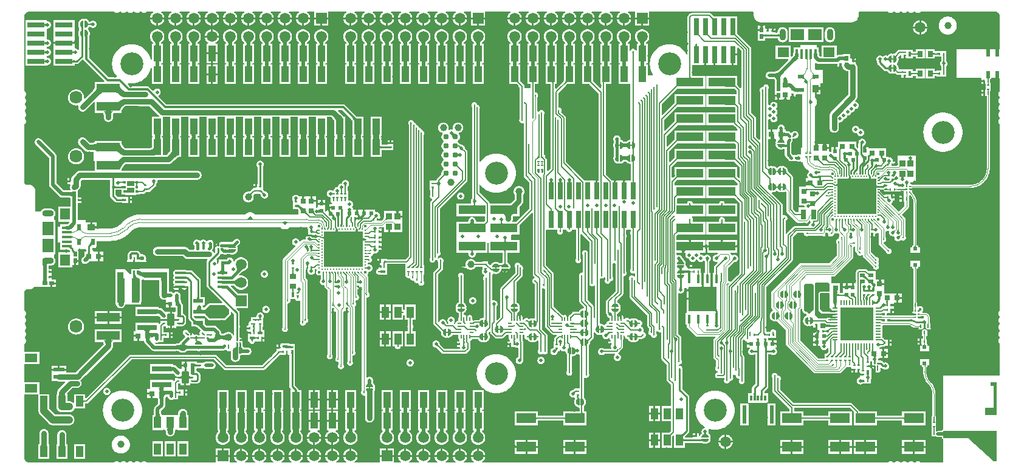
<source format=gtl>
G04*
G04 #@! TF.GenerationSoftware,Altium Limited,Altium Designer,22.10.1 (41)*
G04*
G04 Layer_Physical_Order=1*
G04 Layer_Color=255*
%FSLAX24Y24*%
%MOIN*%
G70*
G04*
G04 #@! TF.SameCoordinates,909E230D-C440-470E-9760-442CD84647A0*
G04*
G04*
G04 #@! TF.FilePolarity,Positive*
G04*
G01*
G75*
%ADD10C,0.0098*%
%ADD11C,0.0118*%
%ADD12C,0.0060*%
%ADD13C,0.0200*%
%ADD15C,0.0100*%
%ADD16C,0.0059*%
%ADD18C,0.0049*%
%ADD19C,0.0157*%
%ADD20C,0.0079*%
%ADD21C,0.0060*%
%ADD22C,0.0050*%
%ADD24C,0.0080*%
%ADD53R,0.0106X0.0118*%
%ADD56R,0.0394X0.0630*%
%ADD57R,0.1083X0.0551*%
%ADD58R,0.0118X0.0106*%
%ADD59R,0.0118X0.0138*%
%ADD60R,0.0413X0.0283*%
%ADD61R,0.0236X0.1024*%
%ADD62R,0.0118X0.0315*%
%ADD63R,0.0256X0.0197*%
%ADD64R,0.0335X0.0394*%
%ADD65R,0.0335X0.0236*%
%ADD66R,0.0315X0.0295*%
%ADD67R,0.0299X0.0945*%
%ADD68R,0.1500X0.0500*%
%ADD69R,0.0402X0.0862*%
%ADD70R,0.0236X0.0335*%
%ADD71R,0.0394X0.0335*%
%ADD72R,0.0551X0.0630*%
%ADD73R,0.0610X0.0748*%
%ADD74R,0.0531X0.0157*%
%ADD75C,0.0394*%
%ADD76R,0.0295X0.0315*%
%ADD77R,0.0709X0.0472*%
%ADD78R,0.0610X0.0236*%
%ADD79R,0.0300X0.0320*%
%ADD80R,0.0320X0.0300*%
%ADD81R,0.0157X0.0098*%
%ADD82R,0.0157X0.0276*%
%ADD85R,0.0295X0.0551*%
%ADD86R,0.0236X0.0197*%
%ADD87R,0.0197X0.0236*%
%ADD88R,0.0335X0.0374*%
%ADD89R,0.0098X0.0197*%
%ADD90R,0.0256X0.0217*%
%ADD91R,0.0484X0.0874*%
%ADD92C,0.0093*%
%ADD97O,0.0551X0.0157*%
%ADD98R,0.0394X0.0591*%
%ADD99R,0.0669X0.0236*%
%ADD100R,0.0551X0.0236*%
%ADD101R,0.0098X0.0157*%
%ADD102R,0.0276X0.0157*%
%ADD103R,0.1252X0.0500*%
%ADD104R,0.0394X0.1339*%
%ADD105R,0.1063X0.0315*%
%ADD106R,0.0098X0.0142*%
%ADD107R,0.0142X0.0098*%
%ADD108R,0.0236X0.0394*%
%ADD109R,0.0177X0.0453*%
%ADD110R,0.0630X0.0394*%
%ADD111R,0.0197X0.0228*%
%ADD112R,0.0295X0.0315*%
%ADD113O,0.0079X0.0276*%
%ADD114O,0.0276X0.0079*%
%ADD116R,0.0157X0.0531*%
%ADD117R,0.0748X0.0610*%
%ADD118R,0.0630X0.0551*%
%ADD119R,0.0945X0.0299*%
%ADD120R,0.0197X0.0256*%
%ADD124C,0.0118*%
%ADD155C,0.0197*%
%ADD207C,0.0043*%
%ADD208C,0.0048*%
%ADD209C,0.0048*%
%ADD210R,0.0098X0.0098*%
%ADD211C,0.0079*%
%ADD212O,0.0256X0.0087*%
%ADD213O,0.0087X0.0256*%
%ADD214C,0.0310*%
%ADD215C,0.0157*%
%ADD216C,0.0089*%
%ADD217R,0.2126X0.1969*%
%ADD218R,0.0177X0.0098*%
%ADD219R,0.0354X0.0709*%
%ADD220R,0.0177X0.0138*%
%ADD221R,0.0709X0.0354*%
%ADD222R,0.0098X0.0177*%
%ADD223R,0.0138X0.0177*%
%ADD224R,0.1575X0.1339*%
%ADD225R,0.1811X0.1811*%
%ADD226C,0.0197*%
%ADD227C,0.0069*%
%ADD228C,0.0300*%
%ADD229C,0.0071*%
%ADD230C,0.0074*%
%ADD231C,0.0150*%
%ADD232C,0.0065*%
%ADD233C,0.0051*%
%ADD234C,0.0120*%
%ADD235C,0.0089*%
%ADD236C,0.0062*%
%ADD237C,0.0400*%
%ADD238C,0.0049*%
%ADD239C,0.0065*%
%ADD240C,0.0250*%
%ADD241R,0.0394X0.0630*%
%ADD242R,0.0630X0.0394*%
%ADD243R,0.0150X0.0236*%
%ADD244C,0.0591*%
%ADD245R,0.0591X0.0591*%
%ADD246O,0.0630X0.0354*%
%ADD247C,0.0390*%
%ADD248R,0.0591X0.0591*%
%ADD249C,0.0701*%
%ADD250O,0.0354X0.0630*%
%ADD251C,0.1260*%
%ADD252C,0.0260*%
%ADD253C,0.0236*%
G36*
X37843Y24540D02*
X37865Y24521D01*
X37874Y24515D01*
X37883Y24510D01*
X37891Y24506D01*
X37899Y24504D01*
X37905Y24504D01*
X37911Y24505D01*
X37916Y24508D01*
X37823Y24434D01*
X37826Y24438D01*
X37828Y24443D01*
X37829Y24449D01*
X37827Y24456D01*
X37823Y24464D01*
X37818Y24473D01*
X37811Y24483D01*
X37802Y24494D01*
X37779Y24518D01*
X37831Y24551D01*
X37843Y24540D01*
D02*
G37*
G36*
X39115Y23642D02*
X39113Y23637D01*
X39113Y23630D01*
X39114Y23623D01*
X39118Y23615D01*
X39123Y23606D01*
X39130Y23596D01*
X39138Y23586D01*
X39161Y23562D01*
X39114Y23524D01*
X39101Y23536D01*
X39080Y23554D01*
X39070Y23561D01*
X39061Y23566D01*
X39053Y23569D01*
X39046Y23571D01*
X39039Y23571D01*
X39034Y23570D01*
X39029Y23566D01*
X39118Y23646D01*
X39115Y23642D01*
D02*
G37*
G36*
X37614Y23632D02*
X37612Y23627D01*
X37612Y23621D01*
X37613Y23614D01*
X37617Y23606D01*
X37622Y23598D01*
X37629Y23588D01*
X37638Y23577D01*
X37661Y23552D01*
X37604Y23524D01*
X37592Y23535D01*
X37571Y23553D01*
X37561Y23560D01*
X37552Y23565D01*
X37544Y23568D01*
X37537Y23570D01*
X37530Y23570D01*
X37524Y23569D01*
X37519Y23566D01*
X37618Y23636D01*
X37614Y23632D01*
D02*
G37*
G36*
X37115Y23642D02*
X37113Y23637D01*
X37113Y23630D01*
X37114Y23623D01*
X37118Y23615D01*
X37123Y23606D01*
X37130Y23596D01*
X37138Y23586D01*
X37161Y23562D01*
X37114Y23524D01*
X37101Y23536D01*
X37080Y23554D01*
X37070Y23561D01*
X37061Y23566D01*
X37053Y23569D01*
X37046Y23571D01*
X37039Y23571D01*
X37034Y23570D01*
X37029Y23566D01*
X37118Y23646D01*
X37115Y23642D01*
D02*
G37*
G36*
X34182Y23263D02*
X34159Y23238D01*
X34140Y23212D01*
X34122Y23187D01*
X34108Y23162D01*
X34096Y23136D01*
X34087Y23111D01*
X34081Y23088D01*
X34082Y23080D01*
X34087Y23061D01*
X34094Y23044D01*
X34102Y23031D01*
X34112Y23020D01*
X34123Y23013D01*
X34136Y23008D01*
X34150Y23007D01*
X33850D01*
X33864Y23008D01*
X33877Y23013D01*
X33888Y23020D01*
X33898Y23031D01*
X33906Y23044D01*
X33913Y23061D01*
X33918Y23080D01*
X33919Y23088D01*
X33913Y23111D01*
X33904Y23136D01*
X33892Y23162D01*
X33878Y23187D01*
X33860Y23212D01*
X33841Y23238D01*
X33818Y23263D01*
X33793Y23289D01*
X34207D01*
X34182Y23263D01*
D02*
G37*
G36*
X33182Y23263D02*
X33159Y23238D01*
X33140Y23212D01*
X33122Y23187D01*
X33108Y23162D01*
X33096Y23136D01*
X33087Y23111D01*
X33081Y23088D01*
X33082Y23080D01*
X33087Y23061D01*
X33094Y23044D01*
X33102Y23031D01*
X33112Y23020D01*
X33123Y23013D01*
X33136Y23008D01*
X33150Y23007D01*
X32850D01*
X32864Y23008D01*
X32877Y23013D01*
X32888Y23020D01*
X32898Y23031D01*
X32906Y23044D01*
X32913Y23061D01*
X32918Y23080D01*
X32919Y23088D01*
X32913Y23111D01*
X32904Y23136D01*
X32892Y23162D01*
X32878Y23187D01*
X32860Y23212D01*
X32841Y23238D01*
X32818Y23263D01*
X32793Y23289D01*
X33207Y23289D01*
X33182Y23263D01*
D02*
G37*
G36*
X32182Y23263D02*
X32159Y23238D01*
X32140Y23212D01*
X32122Y23187D01*
X32108Y23162D01*
X32096Y23136D01*
X32087Y23111D01*
X32081Y23088D01*
X32082Y23080D01*
X32087Y23061D01*
X32094Y23044D01*
X32102Y23031D01*
X32112Y23020D01*
X32123Y23013D01*
X32136Y23008D01*
X32150Y23007D01*
X31850D01*
X31864Y23008D01*
X31877Y23013D01*
X31888Y23020D01*
X31898Y23031D01*
X31906Y23044D01*
X31913Y23061D01*
X31918Y23080D01*
X31919Y23088D01*
X31913Y23111D01*
X31904Y23136D01*
X31892Y23162D01*
X31878Y23187D01*
X31860Y23212D01*
X31841Y23238D01*
X31818Y23263D01*
X31793Y23289D01*
X32207D01*
X32182Y23263D01*
D02*
G37*
G36*
X31182Y23263D02*
X31159Y23238D01*
X31140Y23212D01*
X31122Y23187D01*
X31108Y23162D01*
X31096Y23136D01*
X31087Y23111D01*
X31081Y23088D01*
X31082Y23080D01*
X31087Y23061D01*
X31094Y23044D01*
X31102Y23031D01*
X31112Y23020D01*
X31123Y23013D01*
X31136Y23008D01*
X31150Y23007D01*
X30850D01*
X30864Y23008D01*
X30877Y23013D01*
X30888Y23020D01*
X30898Y23031D01*
X30906Y23044D01*
X30913Y23061D01*
X30918Y23080D01*
X30919Y23088D01*
X30913Y23111D01*
X30904Y23136D01*
X30892Y23162D01*
X30878Y23187D01*
X30860Y23212D01*
X30841Y23238D01*
X30818Y23263D01*
X30793Y23289D01*
X31207Y23289D01*
X31182Y23263D01*
D02*
G37*
G36*
X30182D02*
X30159Y23238D01*
X30140Y23212D01*
X30122Y23187D01*
X30108Y23162D01*
X30096Y23136D01*
X30087Y23111D01*
X30081Y23088D01*
X30082Y23080D01*
X30087Y23061D01*
X30094Y23044D01*
X30102Y23031D01*
X30112Y23020D01*
X30123Y23013D01*
X30136Y23008D01*
X30150Y23007D01*
X29850D01*
X29864Y23008D01*
X29877Y23013D01*
X29888Y23020D01*
X29898Y23031D01*
X29906Y23044D01*
X29913Y23061D01*
X29918Y23080D01*
X29919Y23088D01*
X29913Y23111D01*
X29904Y23136D01*
X29892Y23162D01*
X29878Y23187D01*
X29860Y23212D01*
X29841Y23238D01*
X29818Y23263D01*
X29793Y23289D01*
X30207Y23289D01*
X30182Y23263D01*
D02*
G37*
G36*
X29182D02*
X29159Y23238D01*
X29140Y23212D01*
X29122Y23187D01*
X29108Y23162D01*
X29096Y23136D01*
X29087Y23111D01*
X29081Y23088D01*
X29082Y23080D01*
X29087Y23061D01*
X29094Y23044D01*
X29102Y23031D01*
X29112Y23020D01*
X29123Y23013D01*
X29136Y23008D01*
X29150Y23007D01*
X28850D01*
X28864Y23008D01*
X28877Y23013D01*
X28888Y23020D01*
X28898Y23031D01*
X28906Y23044D01*
X28913Y23061D01*
X28918Y23080D01*
X28919Y23088D01*
X28913Y23111D01*
X28904Y23136D01*
X28892Y23162D01*
X28878Y23187D01*
X28860Y23212D01*
X28841Y23238D01*
X28818Y23263D01*
X28793Y23289D01*
X29207Y23289D01*
X29182Y23263D01*
D02*
G37*
G36*
X28182Y23263D02*
X28159Y23238D01*
X28140Y23212D01*
X28122Y23187D01*
X28108Y23162D01*
X28096Y23136D01*
X28087Y23111D01*
X28081Y23088D01*
X28082Y23080D01*
X28087Y23061D01*
X28094Y23044D01*
X28102Y23031D01*
X28112Y23020D01*
X28123Y23013D01*
X28136Y23008D01*
X28150Y23007D01*
X27850D01*
X27864Y23008D01*
X27877Y23013D01*
X27888Y23020D01*
X27898Y23031D01*
X27906Y23044D01*
X27913Y23061D01*
X27918Y23080D01*
X27919Y23088D01*
X27913Y23111D01*
X27904Y23136D01*
X27892Y23162D01*
X27878Y23187D01*
X27860Y23212D01*
X27841Y23238D01*
X27818Y23263D01*
X27793Y23289D01*
X28207D01*
X28182Y23263D01*
D02*
G37*
G36*
X27182Y23263D02*
X27159Y23238D01*
X27140Y23212D01*
X27122Y23187D01*
X27108Y23162D01*
X27096Y23136D01*
X27087Y23111D01*
X27081Y23088D01*
X27082Y23080D01*
X27087Y23061D01*
X27094Y23044D01*
X27102Y23031D01*
X27112Y23020D01*
X27123Y23013D01*
X27136Y23008D01*
X27150Y23007D01*
X26850D01*
X26864Y23008D01*
X26877Y23013D01*
X26888Y23020D01*
X26898Y23031D01*
X26906Y23044D01*
X26913Y23061D01*
X26918Y23080D01*
X26919Y23088D01*
X26913Y23111D01*
X26904Y23136D01*
X26892Y23162D01*
X26878Y23187D01*
X26860Y23212D01*
X26841Y23238D01*
X26818Y23263D01*
X26793Y23289D01*
X27207Y23289D01*
X27182Y23263D01*
D02*
G37*
G36*
X37010Y23038D02*
X37012Y23024D01*
X37014Y23012D01*
X37016Y23002D01*
X37020Y22993D01*
X37024Y22985D01*
X37030Y22980D01*
X37036Y22976D01*
X37042Y22973D01*
X37050Y22972D01*
X36890D01*
X36898Y22973D01*
X36904Y22976D01*
X36910Y22980D01*
X36916Y22985D01*
X36920Y22993D01*
X36924Y23002D01*
X36926Y23012D01*
X36928Y23024D01*
X36930Y23038D01*
X36930Y23054D01*
X37010D01*
X37010Y23038D01*
D02*
G37*
G36*
X5013Y24880D02*
X5018Y24872D01*
X5036Y24852D01*
X5056Y24834D01*
X5079Y24819D01*
X5104Y24806D01*
X5130Y24798D01*
X5157Y24792D01*
X5184Y24790D01*
X5211Y24792D01*
X5238Y24798D01*
X5264Y24806D01*
X5289Y24819D01*
X5311Y24834D01*
X5332Y24852D01*
X5343Y24864D01*
X5357Y24867D01*
X5385D01*
X5399Y24864D01*
X5410Y24852D01*
X5430Y24834D01*
X5453Y24819D01*
X5478Y24806D01*
X5504Y24798D01*
X5531Y24792D01*
X5558Y24790D01*
X5585Y24792D01*
X5612Y24798D01*
X5638Y24806D01*
X5663Y24819D01*
X5686Y24834D01*
X5706Y24852D01*
X5717Y24864D01*
X5731Y24867D01*
X5759D01*
X5773Y24864D01*
X5784Y24852D01*
X5804Y24834D01*
X5827Y24819D01*
X5852Y24806D01*
X5878Y24798D01*
X5905Y24792D01*
X5932Y24790D01*
X5959Y24792D01*
X5986Y24798D01*
X6012Y24806D01*
X6037Y24819D01*
X6060Y24834D01*
X6080Y24852D01*
X6091Y24864D01*
X6105Y24867D01*
X6133D01*
X6147Y24864D01*
X6158Y24852D01*
X6178Y24834D01*
X6201Y24819D01*
X6226Y24806D01*
X6252Y24798D01*
X6279Y24792D01*
X6306Y24790D01*
X6333Y24792D01*
X6360Y24798D01*
X6386Y24806D01*
X6411Y24819D01*
X6434Y24834D01*
X6454Y24852D01*
X6465Y24864D01*
X6479Y24867D01*
X6507D01*
X6521Y24864D01*
X6532Y24852D01*
X6552Y24834D01*
X6575Y24819D01*
X6600Y24806D01*
X6626Y24798D01*
X6653Y24792D01*
X6680Y24790D01*
X6707Y24792D01*
X6734Y24798D01*
X6760Y24806D01*
X6785Y24819D01*
X6808Y24834D01*
X6828Y24852D01*
X6846Y24872D01*
X6851Y24880D01*
X7167D01*
X7181Y24830D01*
X7180Y24829D01*
X7149Y24806D01*
X7120Y24780D01*
X7094Y24751D01*
X7071Y24720D01*
X7051Y24687D01*
X7034Y24651D01*
X7021Y24615D01*
X7012Y24577D01*
X7008Y24550D01*
X7400D01*
X7792D01*
X7788Y24577D01*
X7779Y24615D01*
X7766Y24651D01*
X7749Y24687D01*
X7729Y24720D01*
X7706Y24751D01*
X7680Y24780D01*
X7651Y24806D01*
X7620Y24829D01*
X7619Y24830D01*
X7633Y24880D01*
X8167D01*
X8181Y24830D01*
X8180Y24829D01*
X8149Y24806D01*
X8120Y24780D01*
X8094Y24751D01*
X8071Y24720D01*
X8051Y24687D01*
X8034Y24651D01*
X8021Y24615D01*
X8012Y24577D01*
X8008Y24550D01*
X8400D01*
X8792D01*
X8788Y24577D01*
X8779Y24615D01*
X8766Y24651D01*
X8749Y24687D01*
X8729Y24720D01*
X8706Y24751D01*
X8680Y24780D01*
X8651Y24806D01*
X8620Y24829D01*
X8619Y24830D01*
X8633Y24880D01*
X9167D01*
X9181Y24830D01*
X9180Y24829D01*
X9149Y24806D01*
X9120Y24780D01*
X9094Y24751D01*
X9071Y24720D01*
X9051Y24687D01*
X9034Y24651D01*
X9021Y24615D01*
X9012Y24577D01*
X9008Y24550D01*
X9400D01*
X9792D01*
X9788Y24577D01*
X9779Y24615D01*
X9766Y24651D01*
X9749Y24687D01*
X9729Y24720D01*
X9706Y24751D01*
X9680Y24780D01*
X9651Y24806D01*
X9620Y24829D01*
X9619Y24830D01*
X9633Y24880D01*
X10167D01*
X10181Y24830D01*
X10180Y24829D01*
X10149Y24806D01*
X10120Y24780D01*
X10094Y24751D01*
X10071Y24720D01*
X10051Y24687D01*
X10034Y24651D01*
X10021Y24615D01*
X10012Y24577D01*
X10008Y24550D01*
X10400D01*
X10792D01*
X10788Y24577D01*
X10779Y24615D01*
X10766Y24651D01*
X10749Y24687D01*
X10729Y24720D01*
X10706Y24751D01*
X10680Y24780D01*
X10651Y24806D01*
X10620Y24829D01*
X10619Y24830D01*
X10633Y24880D01*
X11167D01*
X11181Y24830D01*
X11180Y24829D01*
X11149Y24806D01*
X11120Y24780D01*
X11094Y24751D01*
X11071Y24720D01*
X11051Y24687D01*
X11034Y24651D01*
X11021Y24615D01*
X11012Y24577D01*
X11008Y24550D01*
X11400D01*
X11792D01*
X11788Y24577D01*
X11779Y24615D01*
X11766Y24651D01*
X11749Y24687D01*
X11729Y24720D01*
X11706Y24751D01*
X11680Y24780D01*
X11651Y24806D01*
X11620Y24829D01*
X11619Y24830D01*
X11633Y24880D01*
X12167D01*
X12181Y24830D01*
X12180Y24829D01*
X12149Y24806D01*
X12120Y24780D01*
X12094Y24751D01*
X12071Y24720D01*
X12051Y24687D01*
X12034Y24651D01*
X12021Y24615D01*
X12012Y24577D01*
X12008Y24550D01*
X12400D01*
X12792D01*
X12788Y24577D01*
X12779Y24615D01*
X12766Y24651D01*
X12749Y24687D01*
X12729Y24720D01*
X12706Y24751D01*
X12680Y24780D01*
X12651Y24806D01*
X12620Y24829D01*
X12619Y24830D01*
X12633Y24880D01*
X13167D01*
X13181Y24830D01*
X13180Y24829D01*
X13149Y24806D01*
X13120Y24780D01*
X13094Y24751D01*
X13071Y24720D01*
X13051Y24687D01*
X13034Y24651D01*
X13021Y24615D01*
X13012Y24577D01*
X13008Y24550D01*
X13400D01*
X13792D01*
X13788Y24577D01*
X13779Y24615D01*
X13766Y24651D01*
X13749Y24687D01*
X13729Y24720D01*
X13706Y24751D01*
X13680Y24780D01*
X13651Y24806D01*
X13620Y24829D01*
X13619Y24830D01*
X13633Y24880D01*
X14167D01*
X14181Y24830D01*
X14180Y24829D01*
X14149Y24806D01*
X14120Y24780D01*
X14094Y24751D01*
X14071Y24720D01*
X14051Y24687D01*
X14034Y24651D01*
X14021Y24615D01*
X14012Y24577D01*
X14008Y24550D01*
X14400D01*
X14792D01*
X14788Y24577D01*
X14779Y24615D01*
X14766Y24651D01*
X14749Y24687D01*
X14729Y24720D01*
X14706Y24751D01*
X14680Y24780D01*
X14651Y24806D01*
X14620Y24829D01*
X14619Y24830D01*
X14633Y24880D01*
X15167D01*
X15181Y24830D01*
X15180Y24829D01*
X15149Y24806D01*
X15120Y24780D01*
X15094Y24751D01*
X15071Y24720D01*
X15051Y24687D01*
X15034Y24651D01*
X15021Y24615D01*
X15012Y24577D01*
X15008Y24550D01*
X15400D01*
X15792D01*
X15788Y24577D01*
X15779Y24615D01*
X15766Y24651D01*
X15749Y24687D01*
X15729Y24720D01*
X15706Y24751D01*
X15680Y24780D01*
X15651Y24806D01*
X15620Y24829D01*
X15619Y24830D01*
X15633Y24880D01*
X16005D01*
Y24550D01*
X16400D01*
X16795D01*
Y24880D01*
X17767D01*
X17781Y24830D01*
X17780Y24829D01*
X17749Y24806D01*
X17720Y24780D01*
X17694Y24751D01*
X17671Y24720D01*
X17651Y24687D01*
X17634Y24651D01*
X17621Y24615D01*
X17612Y24577D01*
X17608Y24550D01*
X18000D01*
X18392D01*
X18388Y24577D01*
X18379Y24615D01*
X18366Y24651D01*
X18349Y24687D01*
X18329Y24720D01*
X18306Y24751D01*
X18280Y24780D01*
X18251Y24806D01*
X18220Y24829D01*
X18219Y24830D01*
X18233Y24880D01*
X18767D01*
X18781Y24830D01*
X18780Y24829D01*
X18749Y24806D01*
X18720Y24780D01*
X18694Y24751D01*
X18671Y24720D01*
X18651Y24687D01*
X18634Y24651D01*
X18621Y24615D01*
X18612Y24577D01*
X18608Y24550D01*
X19000D01*
X19392D01*
X19388Y24577D01*
X19379Y24615D01*
X19366Y24651D01*
X19349Y24687D01*
X19329Y24720D01*
X19306Y24751D01*
X19280Y24780D01*
X19251Y24806D01*
X19220Y24829D01*
X19219Y24830D01*
X19233Y24880D01*
X19767D01*
X19781Y24830D01*
X19780Y24829D01*
X19749Y24806D01*
X19720Y24780D01*
X19694Y24751D01*
X19671Y24720D01*
X19651Y24687D01*
X19634Y24651D01*
X19621Y24615D01*
X19612Y24577D01*
X19608Y24550D01*
X20000D01*
X20392D01*
X20388Y24577D01*
X20379Y24615D01*
X20366Y24651D01*
X20349Y24687D01*
X20329Y24720D01*
X20306Y24751D01*
X20280Y24780D01*
X20251Y24806D01*
X20220Y24829D01*
X20219Y24830D01*
X20233Y24880D01*
X20767D01*
X20781Y24830D01*
X20780Y24829D01*
X20749Y24806D01*
X20720Y24780D01*
X20694Y24751D01*
X20671Y24720D01*
X20651Y24687D01*
X20634Y24651D01*
X20621Y24615D01*
X20612Y24577D01*
X20608Y24550D01*
X21000D01*
X21392D01*
X21388Y24577D01*
X21379Y24615D01*
X21366Y24651D01*
X21349Y24687D01*
X21329Y24720D01*
X21306Y24751D01*
X21280Y24780D01*
X21251Y24806D01*
X21220Y24829D01*
X21219Y24830D01*
X21233Y24880D01*
X21767D01*
X21781Y24830D01*
X21780Y24829D01*
X21749Y24806D01*
X21720Y24780D01*
X21694Y24751D01*
X21671Y24720D01*
X21651Y24687D01*
X21634Y24651D01*
X21621Y24615D01*
X21612Y24577D01*
X21608Y24550D01*
X22000D01*
X22392D01*
X22388Y24577D01*
X22379Y24615D01*
X22366Y24651D01*
X22349Y24687D01*
X22329Y24720D01*
X22306Y24751D01*
X22280Y24780D01*
X22251Y24806D01*
X22220Y24829D01*
X22219Y24830D01*
X22233Y24880D01*
X22767D01*
X22781Y24830D01*
X22780Y24829D01*
X22749Y24806D01*
X22720Y24780D01*
X22694Y24751D01*
X22671Y24720D01*
X22651Y24687D01*
X22634Y24651D01*
X22621Y24615D01*
X22612Y24577D01*
X22608Y24550D01*
X23000D01*
X23392D01*
X23388Y24577D01*
X23379Y24615D01*
X23366Y24651D01*
X23349Y24687D01*
X23329Y24720D01*
X23306Y24751D01*
X23280Y24780D01*
X23251Y24806D01*
X23220Y24829D01*
X23219Y24830D01*
X23233Y24880D01*
X23767D01*
X23781Y24830D01*
X23780Y24829D01*
X23749Y24806D01*
X23720Y24780D01*
X23694Y24751D01*
X23671Y24720D01*
X23651Y24687D01*
X23634Y24651D01*
X23621Y24615D01*
X23612Y24577D01*
X23608Y24550D01*
X24000D01*
X24392D01*
X24388Y24577D01*
X24379Y24615D01*
X24366Y24651D01*
X24349Y24687D01*
X24329Y24720D01*
X24306Y24751D01*
X24280Y24780D01*
X24251Y24806D01*
X24220Y24829D01*
X24219Y24830D01*
X24233Y24880D01*
X24605D01*
Y24550D01*
X25000D01*
X25395D01*
Y24880D01*
X26767D01*
X26781Y24830D01*
X26780Y24829D01*
X26749Y24806D01*
X26720Y24780D01*
X26694Y24751D01*
X26671Y24720D01*
X26651Y24687D01*
X26634Y24651D01*
X26621Y24615D01*
X26612Y24577D01*
X26608Y24550D01*
X27000D01*
X27392D01*
X27388Y24577D01*
X27379Y24615D01*
X27366Y24651D01*
X27349Y24687D01*
X27329Y24720D01*
X27306Y24751D01*
X27280Y24780D01*
X27251Y24806D01*
X27220Y24829D01*
X27219Y24830D01*
X27233Y24880D01*
X27767D01*
X27781Y24830D01*
X27780Y24829D01*
X27749Y24806D01*
X27720Y24780D01*
X27694Y24751D01*
X27671Y24720D01*
X27651Y24687D01*
X27634Y24651D01*
X27621Y24615D01*
X27612Y24577D01*
X27608Y24550D01*
X28000D01*
X28392D01*
X28388Y24577D01*
X28379Y24615D01*
X28366Y24651D01*
X28349Y24687D01*
X28329Y24720D01*
X28306Y24751D01*
X28280Y24780D01*
X28251Y24806D01*
X28220Y24829D01*
X28219Y24830D01*
X28233Y24880D01*
X28767D01*
X28781Y24830D01*
X28780Y24829D01*
X28749Y24806D01*
X28720Y24780D01*
X28694Y24751D01*
X28671Y24720D01*
X28651Y24687D01*
X28634Y24651D01*
X28621Y24615D01*
X28612Y24577D01*
X28608Y24550D01*
X29000D01*
X29392D01*
X29388Y24577D01*
X29379Y24615D01*
X29366Y24651D01*
X29349Y24687D01*
X29329Y24720D01*
X29306Y24751D01*
X29280Y24780D01*
X29251Y24806D01*
X29220Y24829D01*
X29219Y24830D01*
X29233Y24880D01*
X29767D01*
X29781Y24830D01*
X29780Y24829D01*
X29749Y24806D01*
X29720Y24780D01*
X29694Y24751D01*
X29671Y24720D01*
X29651Y24687D01*
X29634Y24651D01*
X29621Y24615D01*
X29612Y24577D01*
X29608Y24550D01*
X30000D01*
X30392D01*
X30388Y24577D01*
X30379Y24615D01*
X30366Y24651D01*
X30349Y24687D01*
X30329Y24720D01*
X30306Y24751D01*
X30280Y24780D01*
X30251Y24806D01*
X30220Y24829D01*
X30219Y24830D01*
X30233Y24880D01*
X30767D01*
X30781Y24830D01*
X30780Y24829D01*
X30749Y24806D01*
X30720Y24780D01*
X30694Y24751D01*
X30671Y24720D01*
X30651Y24687D01*
X30634Y24651D01*
X30621Y24615D01*
X30612Y24577D01*
X30608Y24550D01*
X31000D01*
X31392D01*
X31388Y24577D01*
X31379Y24615D01*
X31366Y24651D01*
X31349Y24687D01*
X31329Y24720D01*
X31306Y24751D01*
X31280Y24780D01*
X31251Y24806D01*
X31220Y24829D01*
X31219Y24830D01*
X31233Y24880D01*
X31767D01*
X31781Y24830D01*
X31780Y24829D01*
X31749Y24806D01*
X31720Y24780D01*
X31694Y24751D01*
X31671Y24720D01*
X31651Y24687D01*
X31634Y24651D01*
X31621Y24615D01*
X31612Y24577D01*
X31608Y24550D01*
X32000D01*
X32392D01*
X32388Y24577D01*
X32379Y24615D01*
X32366Y24651D01*
X32349Y24687D01*
X32329Y24720D01*
X32306Y24751D01*
X32280Y24780D01*
X32251Y24806D01*
X32220Y24829D01*
X32219Y24830D01*
X32233Y24880D01*
X32767D01*
X32781Y24830D01*
X32780Y24829D01*
X32749Y24806D01*
X32720Y24780D01*
X32694Y24751D01*
X32671Y24720D01*
X32651Y24687D01*
X32634Y24651D01*
X32621Y24615D01*
X32612Y24577D01*
X32608Y24550D01*
X33000D01*
X33392D01*
X33388Y24577D01*
X33379Y24615D01*
X33366Y24651D01*
X33349Y24687D01*
X33329Y24720D01*
X33306Y24751D01*
X33280Y24780D01*
X33251Y24806D01*
X33220Y24829D01*
X33219Y24830D01*
X33233Y24880D01*
X33605D01*
Y24550D01*
X34000D01*
X34395D01*
Y24880D01*
X39999Y24880D01*
X40025Y24880D01*
X40073Y24860D01*
X40109Y24823D01*
X40129Y24776D01*
X40129Y24650D01*
X40130Y24644D01*
X40130Y24638D01*
X40134Y24589D01*
X40140Y24573D01*
X40143Y24555D01*
X40180Y24465D01*
X40206Y24426D01*
X40275Y24357D01*
X40314Y24331D01*
X40405Y24294D01*
X40422Y24290D01*
X40439Y24285D01*
X40488Y24280D01*
X40494Y24281D01*
X40499Y24280D01*
X45508D01*
X45513Y24281D01*
X45519Y24280D01*
X45568Y24285D01*
X45585Y24290D01*
X45602Y24294D01*
X45693Y24331D01*
X45732Y24357D01*
X45801Y24426D01*
X45827Y24465D01*
X45864Y24555D01*
X45867Y24572D01*
X45873Y24589D01*
X45877Y24638D01*
X45877Y24644D01*
X45878Y24650D01*
X45878Y24776D01*
X45898Y24823D01*
X45934Y24860D01*
X45982Y24880D01*
X46008Y24880D01*
X47462Y24880D01*
X47467Y24872D01*
X47485Y24852D01*
X47505Y24834D01*
X47528Y24819D01*
X47553Y24806D01*
X47578Y24798D01*
X47605Y24792D01*
X47633Y24790D01*
X47660Y24792D01*
X47687Y24798D01*
X47713Y24806D01*
X47737Y24819D01*
X47760Y24834D01*
X47781Y24852D01*
X47792Y24864D01*
X47805Y24867D01*
X47834D01*
X47848Y24864D01*
X47859Y24852D01*
X47879Y24834D01*
X47902Y24819D01*
X47927Y24806D01*
X47953Y24798D01*
X47979Y24792D01*
X48007Y24790D01*
X48034Y24792D01*
X48061Y24798D01*
X48087Y24806D01*
X48111Y24819D01*
X48134Y24834D01*
X48155Y24852D01*
X48166Y24864D01*
X48179Y24867D01*
X48208D01*
X48222Y24864D01*
X48233Y24852D01*
X48253Y24834D01*
X48276Y24819D01*
X48301Y24806D01*
X48327Y24798D01*
X48353Y24792D01*
X48381Y24790D01*
X48408Y24792D01*
X48435Y24798D01*
X48461Y24806D01*
X48485Y24819D01*
X48508Y24834D01*
X48529Y24852D01*
X48540Y24864D01*
X48553Y24867D01*
X48582D01*
X48596Y24864D01*
X48607Y24852D01*
X48627Y24834D01*
X48650Y24819D01*
X48675Y24806D01*
X48701Y24798D01*
X48727Y24792D01*
X48755Y24790D01*
X48782Y24792D01*
X48809Y24798D01*
X48835Y24806D01*
X48860Y24819D01*
X48882Y24834D01*
X48903Y24852D01*
X48914Y24864D01*
X48928Y24867D01*
X48956D01*
X48970Y24864D01*
X48981Y24852D01*
X49001Y24834D01*
X49024Y24819D01*
X49049Y24806D01*
X49075Y24798D01*
X49101Y24792D01*
X49129Y24790D01*
X49156Y24792D01*
X49183Y24798D01*
X49209Y24806D01*
X49234Y24819D01*
X49256Y24834D01*
X49277Y24852D01*
X49295Y24872D01*
X49300Y24880D01*
X53350Y24880D01*
X53378D01*
X53432Y24869D01*
X53482Y24848D01*
X53528Y24817D01*
X53567Y24778D01*
X53598Y24732D01*
X53619Y24682D01*
X53630Y24628D01*
X53630Y22838D01*
X53612Y22795D01*
X53580Y22795D01*
X53567D01*
X53571Y22794D01*
X53580Y22793D01*
X53380D01*
X53390Y22794D01*
X53394Y22795D01*
X53027Y22795D01*
X53030Y22794D01*
X53040Y22793D01*
X52865Y22794D01*
X52870Y22795D01*
X52870Y22795D01*
X51250Y22795D01*
Y22795D01*
X51250D01*
Y21220D01*
X52558D01*
X52605Y21212D01*
Y21103D01*
X52758D01*
Y21053D01*
X52808D01*
Y20894D01*
X52863D01*
Y20563D01*
X52808D01*
Y20404D01*
Y20244D01*
X52904D01*
Y16276D01*
X52904Y16273D01*
X52903Y16216D01*
X52897Y16156D01*
X52887Y16096D01*
X52873Y16038D01*
X52856Y15980D01*
X52835Y15924D01*
X52810Y15869D01*
X52782Y15816D01*
X52750Y15765D01*
X52715Y15717D01*
X52677Y15670D01*
X52636Y15626D01*
X52592Y15585D01*
X52545Y15547D01*
X52496Y15512D01*
X52445Y15480D01*
X52392Y15452D01*
X52338Y15427D01*
X52281Y15406D01*
X52224Y15389D01*
X52165Y15375D01*
X52106Y15365D01*
X52046Y15359D01*
X51989Y15357D01*
X51986Y15358D01*
X48780D01*
Y15385D01*
X48738D01*
X48727Y15393D01*
X48704Y15435D01*
X48706Y15441D01*
X48711Y15466D01*
X48713Y15492D01*
X48729Y15510D01*
X49000Y15510D01*
X49000Y16980D01*
X48010Y16980D01*
Y16445D01*
X47901D01*
X47907Y16425D01*
X47907Y16425D01*
Y16425D01*
X47906Y16425D01*
X47904Y16426D01*
X47900Y16427D01*
X47895Y16429D01*
X47889Y16430D01*
X47874Y16431D01*
X47857Y16432D01*
X47854Y16432D01*
X47853Y16432D01*
X47822Y16430D01*
X47809Y16428D01*
X47798Y16425D01*
X47789Y16422D01*
X47782Y16419D01*
X47777Y16414D01*
X47774Y16409D01*
X47773Y16404D01*
Y16520D01*
X47774Y16522D01*
X47777Y16524D01*
X47782Y16525D01*
X47789Y16527D01*
X47798Y16528D01*
X47799Y16528D01*
X47798Y16531D01*
X47798D01*
X47798Y16531D01*
X47809Y16531D01*
X47819Y16532D01*
X47828Y16533D01*
X47836Y16535D01*
X47843Y16537D01*
X47849Y16540D01*
X47855Y16543D01*
X47859Y16547D01*
X47863Y16551D01*
X47863Y16551D01*
X47864Y16553D01*
X47866Y16556D01*
X47875Y16529D01*
Y16621D01*
X47792D01*
X47775Y16633D01*
X47749Y16671D01*
X47749Y16679D01*
X47747Y16705D01*
X47742Y16730D01*
X47734Y16755D01*
X47722Y16778D01*
X47708Y16800D01*
X47691Y16819D01*
X47671Y16836D01*
X47650Y16851D01*
X47626Y16862D01*
X47602Y16871D01*
X47576Y16876D01*
X47550Y16878D01*
X47503Y16917D01*
Y16917D01*
X47384D01*
Y17369D01*
X46889D01*
Y17369D01*
X46853D01*
Y17369D01*
X46400D01*
Y17448D01*
X46155D01*
Y17514D01*
X46168Y17520D01*
X46190Y17535D01*
X46210Y17552D01*
X46227Y17572D01*
X46241Y17593D01*
X46253Y17616D01*
X46261Y17641D01*
X46266Y17667D01*
X46268Y17693D01*
X46266Y17719D01*
X46261Y17744D01*
X46253Y17769D01*
X46241Y17792D01*
X46227Y17814D01*
X46210Y17833D01*
X46190Y17850D01*
X46168Y17865D01*
X46145Y17876D01*
X46120Y17885D01*
X46095Y17890D01*
X46069Y17891D01*
X46043Y17890D01*
X46017Y17885D01*
X45993Y17876D01*
X45970Y17865D01*
X45948Y17850D01*
X45928Y17833D01*
X45911Y17814D01*
X45897Y17792D01*
X45885Y17769D01*
X45877Y17744D01*
X45872Y17719D01*
X45870Y17693D01*
X45872Y17667D01*
X45872Y17667D01*
X45867Y17646D01*
X45865Y17624D01*
X45865Y17624D01*
Y17556D01*
X45865Y17556D01*
X45865Y17555D01*
Y17395D01*
X45819Y17376D01*
X45795Y17400D01*
X45767Y17430D01*
X45760Y17438D01*
Y17724D01*
X45265D01*
Y17724D01*
X45229D01*
Y17724D01*
X44734D01*
Y17428D01*
X44628D01*
Y17210D01*
X44528D01*
Y17428D01*
X44379D01*
Y17197D01*
X44360Y17179D01*
X44334Y17177D01*
X44314Y17173D01*
X44303Y17176D01*
X44264Y17208D01*
Y17320D01*
X44007D01*
Y17370D01*
X43957D01*
Y17516D01*
X43857D01*
X43871Y17518D01*
X43884Y17522D01*
X43895Y17530D01*
X43905Y17540D01*
X43913Y17554D01*
X43920Y17570D01*
X43925Y17590D01*
X43929Y17612D01*
X43929Y17617D01*
X43642D01*
X43642Y17612D01*
X43646Y17590D01*
X43651Y17570D01*
X43658Y17554D01*
X43666Y17540D01*
X43676Y17530D01*
X43687Y17522D01*
X43700Y17518D01*
X43714Y17516D01*
X43614D01*
Y17370D01*
X43525D01*
Y17402D01*
X43514D01*
Y17516D01*
X43414D01*
X43428Y17518D01*
X43441Y17522D01*
X43452Y17530D01*
X43462Y17540D01*
X43470Y17554D01*
X43477Y17570D01*
X43482Y17590D01*
X43486Y17612D01*
X43486Y17617D01*
X43467D01*
Y19650D01*
X43473Y19654D01*
X43497Y19676D01*
X43519Y19700D01*
X43539Y19726D01*
X43555Y19755D01*
X43570Y19784D01*
X43581Y19815D01*
X43589Y19847D01*
X43593Y19880D01*
X43595Y19913D01*
X43593Y19945D01*
X43589Y19978D01*
X43581Y20010D01*
X43570Y20041D01*
X43555Y20071D01*
X43539Y20099D01*
X43519Y20125D01*
X43497Y20150D01*
X43473Y20172D01*
X43467Y20175D01*
Y20337D01*
X43476D01*
Y20634D01*
X43526D01*
Y20684D01*
X43680D01*
Y20724D01*
X43691Y20724D01*
X43691Y20724D01*
Y20774D01*
X43692Y20764D01*
X43695Y20756D01*
X43700Y20748D01*
X43707Y20742D01*
X43716Y20736D01*
X43727Y20732D01*
X43732Y20731D01*
X43733Y20731D01*
X43739Y20733D01*
X43745Y20736D01*
X43750Y20739D01*
X43754Y20743D01*
Y20726D01*
X43756Y20726D01*
X43773Y20724D01*
X43792Y20724D01*
Y20684D01*
X43793D01*
Y20931D01*
X43836Y20949D01*
X43929D01*
Y21658D01*
X43540D01*
X43490Y21708D01*
X43490Y21708D01*
X43489Y21708D01*
X43488Y21709D01*
X43482Y21717D01*
X43478Y21728D01*
X43476Y21738D01*
X43477Y21740D01*
Y22045D01*
X43558D01*
X43562Y22040D01*
X43584Y22026D01*
X43608Y22014D01*
X43633Y22006D01*
X43658Y22001D01*
X43684Y21999D01*
X44708D01*
Y21844D01*
X44817D01*
Y21846D01*
X44817D01*
X44817Y21865D01*
X44814Y21908D01*
X44798D01*
X44802Y21912D01*
X44805Y21916D01*
X44808Y21922D01*
X44810Y21928D01*
X44813Y21935D01*
X44813Y21936D01*
X44812Y21942D01*
X44811Y21945D01*
X44809Y21946D01*
X44815D01*
X44816Y21951D01*
X44816Y21961D01*
X44817Y21981D01*
X44817D01*
Y21997D01*
X44917D01*
Y21981D01*
X44917Y21970D01*
X44919Y21951D01*
X44920Y21946D01*
X44925D01*
X44924Y21945D01*
X44922Y21942D01*
X44921Y21938D01*
X44922Y21935D01*
X44924Y21928D01*
X44927Y21922D01*
X44929Y21916D01*
X44933Y21912D01*
X44936Y21908D01*
X44918D01*
X44917Y21846D01*
Y21844D01*
X44983D01*
X44986Y21835D01*
X44997Y21809D01*
X45010Y21785D01*
X45019Y21772D01*
Y21695D01*
X45091D01*
X45122Y21663D01*
X45143Y21645D01*
X45166Y21629D01*
X45191Y21615D01*
X45217Y21604D01*
X45244Y21596D01*
X45271Y21592D01*
X45299Y21590D01*
X45301D01*
Y20291D01*
X44363Y19353D01*
X44344Y19332D01*
X44328Y19309D01*
X44314Y19284D01*
X44304Y19259D01*
X44296Y19232D01*
X44291Y19204D01*
X44290Y19176D01*
Y18470D01*
X44291Y18442D01*
X44296Y18414D01*
X44304Y18387D01*
X44314Y18361D01*
X44328Y18337D01*
X44344Y18314D01*
X44363Y18293D01*
X44384Y18274D01*
X44407Y18258D01*
X44431Y18244D01*
X44457Y18234D01*
X44484Y18226D01*
X44512Y18221D01*
X44540Y18220D01*
X44568Y18221D01*
X44596Y18226D01*
X44623Y18234D01*
X44649Y18244D01*
X44673Y18258D01*
X44696Y18274D01*
X44717Y18293D01*
X44736Y18314D01*
X44752Y18337D01*
X44766Y18361D01*
X44776Y18387D01*
X44784Y18414D01*
X44789Y18442D01*
X44790Y18470D01*
Y18759D01*
X44805Y18778D01*
X44840Y18802D01*
X44850Y18801D01*
X44876Y18803D01*
X44901Y18808D01*
X44926Y18816D01*
X44949Y18828D01*
X44971Y18842D01*
X44991Y18859D01*
X45008Y18879D01*
X45022Y18901D01*
X45034Y18924D01*
X45042Y18949D01*
X45047Y18974D01*
X45048Y18982D01*
X45060Y18981D01*
X45086Y18983D01*
X45111Y18988D01*
X45136Y18996D01*
X45159Y19008D01*
X45181Y19022D01*
X45201Y19039D01*
X45218Y19059D01*
X45232Y19081D01*
X45244Y19104D01*
X45252Y19129D01*
X45257Y19154D01*
X45258Y19162D01*
X45270Y19161D01*
X45296Y19163D01*
X45321Y19168D01*
X45346Y19176D01*
X45369Y19188D01*
X45391Y19202D01*
X45411Y19219D01*
X45428Y19239D01*
X45442Y19261D01*
X45454Y19284D01*
X45462Y19309D01*
X45467Y19334D01*
X45468Y19342D01*
X45480Y19341D01*
X45506Y19343D01*
X45531Y19348D01*
X45556Y19356D01*
X45579Y19368D01*
X45601Y19382D01*
X45621Y19399D01*
X45638Y19419D01*
X45652Y19441D01*
X45664Y19464D01*
X45672Y19489D01*
X45677Y19514D01*
X45678Y19522D01*
X45690Y19521D01*
X45716Y19523D01*
X45741Y19528D01*
X45766Y19536D01*
X45789Y19548D01*
X45811Y19562D01*
X45831Y19579D01*
X45848Y19599D01*
X45862Y19621D01*
X45874Y19644D01*
X45882Y19669D01*
X45887Y19694D01*
X45889Y19720D01*
X45887Y19746D01*
X45882Y19771D01*
X45874Y19796D01*
X45862Y19819D01*
X45848Y19841D01*
X45831Y19861D01*
X45811Y19878D01*
X45789Y19892D01*
X45766Y19904D01*
X45741Y19912D01*
X45716Y19917D01*
X45707Y19918D01*
X45688Y19958D01*
X45687Y19969D01*
X45728Y20010D01*
X45747Y20031D01*
X45763Y20054D01*
X45777Y20078D01*
X45788Y20104D01*
X45795Y20131D01*
X45800Y20159D01*
X45802Y20187D01*
Y21841D01*
X45800Y21869D01*
X45795Y21896D01*
X45788Y21923D01*
X45777Y21949D01*
X45763Y21974D01*
X45747Y21997D01*
X45729Y22017D01*
Y22092D01*
X45570D01*
Y22142D01*
X45520D01*
Y22166D01*
X45520Y22177D01*
X45518Y22194D01*
X45512D01*
X45514Y22195D01*
X45515Y22198D01*
X45516Y22203D01*
X45517Y22206D01*
X45515Y22212D01*
X45513Y22219D01*
X45511Y22225D01*
X45508Y22231D01*
X45505Y22236D01*
X45501Y22240D01*
X45519D01*
X45520Y22294D01*
Y22295D01*
X45419D01*
X45418Y22297D01*
X45416Y22323D01*
X45416Y22324D01*
Y22525D01*
X45019D01*
Y22502D01*
X44954Y22497D01*
X44919Y22497D01*
X44919Y22497D01*
X44807D01*
X44781Y22495D01*
X44755Y22490D01*
X44730Y22482D01*
X44728Y22481D01*
X44682Y22506D01*
X44678Y22512D01*
Y23011D01*
X43848D01*
Y22400D01*
X43769D01*
X43729Y22442D01*
X43716Y22458D01*
Y22547D01*
X43714Y22573D01*
X43709Y22598D01*
X43700Y22623D01*
X43694Y22636D01*
Y22912D01*
X43574D01*
Y23048D01*
X42689D01*
Y22912D01*
X42313D01*
Y22636D01*
X42307Y22623D01*
X42298Y22598D01*
X42293Y22573D01*
X42291Y22547D01*
Y22489D01*
X42285Y22480D01*
X42233Y22418D01*
X42209Y22392D01*
X42167Y22402D01*
X42159Y22407D01*
Y23011D01*
X41329D01*
Y22259D01*
X42011D01*
X42030Y22213D01*
X41506Y21689D01*
X41480Y21665D01*
X41456Y21646D01*
X41431Y21629D01*
X41406Y21615D01*
X41380Y21603D01*
X41353Y21593D01*
X41325Y21585D01*
X41296Y21579D01*
X41265Y21576D01*
X41230Y21575D01*
X40984D01*
X40984Y21575D01*
X40958Y21573D01*
X40932Y21568D01*
X40908Y21559D01*
X40884Y21548D01*
X40862Y21533D01*
X40843Y21516D01*
X40838Y21512D01*
X40821Y21492D01*
X40806Y21470D01*
X40795Y21447D01*
X40786Y21422D01*
X40781Y21396D01*
X40780Y21370D01*
X40781Y21344D01*
X40786Y21318D01*
X40795Y21293D01*
X40806Y21270D01*
X40821Y21248D01*
X40838Y21228D01*
X40858Y21211D01*
X40880Y21196D01*
X40903Y21185D01*
X40928Y21176D01*
X40954Y21171D01*
X40980Y21170D01*
X41006Y21171D01*
X41019Y21174D01*
X41171D01*
X41201Y21172D01*
X41222Y21169D01*
X41236Y21164D01*
X41246Y21158D01*
X41253Y21153D01*
X41258Y21146D01*
X41264Y21136D01*
X41269Y21122D01*
X41272Y21101D01*
X41274Y21071D01*
Y20637D01*
X41276Y20611D01*
X41276Y20609D01*
Y20409D01*
Y20313D01*
X41474D01*
Y20263D01*
X41524D01*
Y20035D01*
X41673D01*
Y20046D01*
X41814D01*
Y20294D01*
X41914D01*
Y20046D01*
X42122D01*
Y20194D01*
X42204D01*
Y20257D01*
X42187Y20256D01*
X42192Y20262D01*
X42197Y20269D01*
X42201Y20276D01*
X42204Y20283D01*
Y20290D01*
X42203Y20292D01*
X42200Y20295D01*
X42196Y20296D01*
X42204D01*
Y20347D01*
X42304D01*
Y20296D01*
X42312D01*
X42309Y20295D01*
X42306Y20292D01*
X42305Y20291D01*
X42305Y20289D01*
X42309Y20282D01*
X42314Y20276D01*
X42319Y20270D01*
X42325Y20264D01*
X42304Y20263D01*
Y20194D01*
X42413D01*
Y20309D01*
X42452Y20337D01*
X42777D01*
Y17402D01*
X42715D01*
Y17054D01*
X42669Y17022D01*
X42665Y17023D01*
X42643Y17030D01*
X42618Y17035D01*
X42592Y17037D01*
X42566Y17035D01*
X42540Y17030D01*
X42516Y17022D01*
X42503Y17015D01*
X42470D01*
X42447Y17014D01*
X42425Y17009D01*
X42403Y17002D01*
X42397Y16999D01*
X42290D01*
X42210Y17076D01*
X42209Y17077D01*
X42174Y17112D01*
Y17415D01*
X42182Y17432D01*
X42191Y17457D01*
X42196Y17483D01*
X42197Y17508D01*
X42196Y17534D01*
X42191Y17560D01*
X42182Y17585D01*
X42174Y17602D01*
Y17666D01*
X42214Y17706D01*
X42220Y17713D01*
X42220Y17713D01*
X42229Y17723D01*
X42242Y17742D01*
X42252Y17763D01*
X42259Y17785D01*
X42260Y17788D01*
X42257Y17792D01*
X42243Y17807D01*
X42265Y17829D01*
X42265Y17830D01*
X42264Y17851D01*
X42269D01*
Y17862D01*
X42292Y17864D01*
X42302Y17866D01*
X42313Y17877D01*
X42319Y17871D01*
X42335Y17878D01*
X42355Y17890D01*
X42368Y17901D01*
X42423D01*
X42427Y17914D01*
X42447Y17933D01*
X42456Y17936D01*
X42479Y17948D01*
X42501Y17962D01*
X42521Y17979D01*
X42538Y17999D01*
X42552Y18021D01*
X42564Y18044D01*
X42572Y18069D01*
X42577Y18094D01*
X42579Y18120D01*
X42577Y18146D01*
X42572Y18171D01*
X42564Y18196D01*
X42552Y18219D01*
X42538Y18241D01*
X42521Y18261D01*
X42501Y18278D01*
X42479Y18292D01*
X42456Y18304D01*
X42431Y18312D01*
X42406Y18317D01*
X42380Y18319D01*
X42354Y18317D01*
X42329Y18312D01*
X42304Y18304D01*
X42281Y18292D01*
X42259Y18278D01*
X42239Y18261D01*
X42222Y18241D01*
X42212Y18226D01*
X42189Y18219D01*
X42151Y18217D01*
X42108Y18260D01*
X42091Y18275D01*
X42072Y18288D01*
X42051Y18298D01*
X42030Y18305D01*
X42007Y18310D01*
X41984Y18311D01*
X41925D01*
X41925Y18311D01*
X41899Y18312D01*
X41881Y18313D01*
X41873Y18315D01*
Y18397D01*
X41864D01*
X41828Y18443D01*
X41827Y18447D01*
X41829Y18470D01*
X41827Y18496D01*
X41822Y18521D01*
X41814Y18546D01*
X41802Y18569D01*
X41788Y18591D01*
X41771Y18611D01*
X41751Y18628D01*
X41729Y18642D01*
X41706Y18654D01*
X41681Y18662D01*
X41656Y18667D01*
X41630Y18669D01*
X41604Y18667D01*
X41579Y18662D01*
X41554Y18654D01*
X41531Y18642D01*
X41509Y18628D01*
X41489Y18611D01*
X41472Y18591D01*
X41458Y18569D01*
X41446Y18546D01*
X41438Y18521D01*
X41433Y18496D01*
X41431Y18470D01*
X41433Y18447D01*
X41432Y18443D01*
X41417Y18424D01*
X41378Y18397D01*
X41342D01*
Y18397D01*
X41144D01*
Y18140D01*
Y18020D01*
X41233D01*
X41234Y18009D01*
X41235Y17990D01*
X41236Y17984D01*
X41241Y17984D01*
X41239Y17983D01*
X41238Y17980D01*
X41238Y17978D01*
X41238Y17974D01*
X41241Y17967D01*
X41243Y17961D01*
X41246Y17955D01*
X41249Y17950D01*
X41253Y17946D01*
X41235D01*
X41233Y17885D01*
X41144D01*
Y17883D01*
X41328D01*
X41349Y17869D01*
X41361Y17809D01*
X41345Y17779D01*
X41332Y17748D01*
X41324Y17723D01*
X41325Y17723D01*
X41322Y17711D01*
X41320Y17690D01*
X41322Y17670D01*
X41326Y17650D01*
X41334Y17631D01*
X41335Y17630D01*
X41334Y17629D01*
X41326Y17610D01*
X41322Y17590D01*
X41320Y17570D01*
X41322Y17549D01*
X41325Y17537D01*
X41324Y17537D01*
X41332Y17512D01*
X41345Y17481D01*
X41361Y17451D01*
X41381Y17423D01*
X41404Y17397D01*
X41430Y17374D01*
X41457Y17355D01*
X41487Y17338D01*
X41519Y17325D01*
X41552Y17315D01*
X41586Y17310D01*
X41620Y17308D01*
X41654Y17310D01*
X41688Y17315D01*
X41721Y17325D01*
X41727Y17327D01*
X41729Y17328D01*
X41731Y17329D01*
X41733Y17329D01*
X41775Y17347D01*
X41823D01*
Y17039D01*
X41825Y17016D01*
X41829Y16994D01*
X41836Y16972D01*
X41847Y16952D01*
X41859Y16933D01*
X41874Y16915D01*
X41914Y16876D01*
X41914Y16876D01*
X41915Y16875D01*
X41915Y16875D01*
X41916Y16874D01*
X41946Y16844D01*
X42045Y16743D01*
Y16681D01*
X42125D01*
X42131Y16678D01*
X42152Y16671D01*
X42175Y16666D01*
X42198Y16665D01*
X42221Y16666D01*
X42243Y16671D01*
X42265Y16678D01*
X42271Y16681D01*
X42397D01*
X42403Y16678D01*
X42425Y16671D01*
X42447Y16666D01*
X42470Y16665D01*
X42495D01*
X42516Y16654D01*
X42540Y16646D01*
X42566Y16641D01*
X42592Y16639D01*
X42618Y16641D01*
X42643Y16646D01*
X42665Y16653D01*
X42669Y16654D01*
X42715Y16623D01*
Y16598D01*
X42800D01*
X42806Y16566D01*
X42820Y16519D01*
X42836Y16474D01*
X42857Y16429D01*
X42880Y16387D01*
X42907Y16347D01*
X42937Y16309D01*
X42937Y16309D01*
X42970Y16273D01*
X42970Y16273D01*
X42970D01*
X42970Y16273D01*
X43015Y16231D01*
X43063Y16191D01*
X43112Y16153D01*
X43157Y16123D01*
X43162Y16097D01*
X43161Y16088D01*
X43155Y16066D01*
X43137Y16053D01*
X43117Y16036D01*
X43100Y16017D01*
X43086Y15995D01*
X43074Y15972D01*
X43066Y15947D01*
X43061Y15922D01*
X43059Y15896D01*
X43061Y15870D01*
X43066Y15844D01*
X43074Y15820D01*
X43086Y15796D01*
X43100Y15775D01*
X43077Y15726D01*
X42982D01*
Y15518D01*
X43229D01*
Y15468D01*
X43258Y15440D01*
X43249Y15431D01*
X43214Y15390D01*
X43211Y15386D01*
X43209Y15382D01*
X43208Y15379D01*
X43170Y15418D01*
X43083D01*
Y15312D01*
X43082Y15315D01*
X43078Y15317D01*
X43072Y15320D01*
X43064Y15322D01*
X43053Y15324D01*
X43024Y15326D01*
X43001Y15327D01*
X42982Y15326D01*
Y15263D01*
X42618D01*
Y14768D01*
X42618D01*
Y14731D01*
X42618D01*
Y14236D01*
X42855D01*
X42902Y14203D01*
X42903Y14177D01*
X42904Y14171D01*
X42879Y14130D01*
X42866Y14121D01*
X42588D01*
Y13876D01*
X42448D01*
X42280Y14044D01*
Y15753D01*
X42279Y15773D01*
X42274Y15793D01*
X42266Y15812D01*
X42256Y15830D01*
X42242Y15845D01*
X42001Y16086D01*
X42002Y16100D01*
X42000Y16134D01*
X41995Y16168D01*
X41985Y16201D01*
X41972Y16233D01*
X41955Y16263D01*
X41936Y16290D01*
X41913Y16316D01*
X41887Y16339D01*
X41859Y16359D01*
X41829Y16375D01*
X41798Y16388D01*
X41773Y16396D01*
X41773Y16395D01*
X41761Y16398D01*
X41740Y16400D01*
X41720Y16398D01*
X41700Y16394D01*
X41681Y16386D01*
X41670Y16379D01*
X41659Y16386D01*
X41640Y16394D01*
X41620Y16398D01*
X41600Y16400D01*
X41579Y16398D01*
X41567Y16395D01*
X41567Y16396D01*
X41542Y16388D01*
X41511Y16375D01*
X41481Y16359D01*
X41453Y16339D01*
X41428Y16317D01*
X41427Y16316D01*
X41425Y16315D01*
X41365D01*
X41363Y16316D01*
X41362Y16317D01*
X41337Y16339D01*
X41309Y16359D01*
X41279Y16375D01*
X41248Y16388D01*
X41223Y16396D01*
X41223Y16395D01*
X41211Y16398D01*
X41190Y16400D01*
X41170Y16398D01*
X41150Y16394D01*
X41131Y16386D01*
X41130Y16385D01*
X41129Y16386D01*
X41110Y16394D01*
X41090Y16398D01*
X41070Y16400D01*
X41049Y16398D01*
X41037Y16395D01*
X41037Y16396D01*
X41012Y16388D01*
X40981Y16375D01*
X40977Y16373D01*
X40927Y16403D01*
Y17883D01*
X41044D01*
Y18140D01*
Y18397D01*
X40927D01*
Y18946D01*
X40938Y18959D01*
X40977Y18984D01*
X40984Y18983D01*
X41010Y18981D01*
X41032Y18983D01*
X41033Y18974D01*
X41038Y18949D01*
X41046Y18924D01*
X41058Y18901D01*
X41072Y18879D01*
X41089Y18859D01*
X41109Y18842D01*
X41131Y18828D01*
X41154Y18816D01*
X41179Y18808D01*
X41204Y18803D01*
X41230Y18801D01*
X41256Y18803D01*
X41281Y18808D01*
X41306Y18816D01*
X41329Y18828D01*
X41351Y18842D01*
X41371Y18859D01*
X41388Y18879D01*
X41402Y18901D01*
X41414Y18924D01*
X41422Y18949D01*
X41427Y18974D01*
X41429Y19000D01*
X41427Y19026D01*
X41422Y19051D01*
X41414Y19076D01*
X41402Y19099D01*
X41388Y19121D01*
X41371Y19141D01*
X41361Y19149D01*
X41355Y19180D01*
X41361Y19211D01*
X41371Y19219D01*
X41388Y19239D01*
X41402Y19261D01*
X41414Y19284D01*
X41422Y19309D01*
X41427Y19334D01*
X41429Y19360D01*
X41427Y19386D01*
X41422Y19411D01*
X41414Y19436D01*
X41402Y19459D01*
X41388Y19481D01*
X41371Y19501D01*
X41361Y19509D01*
X41355Y19540D01*
X41361Y19571D01*
X41371Y19579D01*
X41388Y19599D01*
X41402Y19621D01*
X41414Y19644D01*
X41422Y19669D01*
X41427Y19694D01*
X41429Y19720D01*
X41427Y19746D01*
X41422Y19771D01*
X41414Y19796D01*
X41402Y19819D01*
X41388Y19841D01*
X41371Y19861D01*
X41351Y19878D01*
X41329Y19892D01*
X41306Y19904D01*
X41281Y19912D01*
X41256Y19917D01*
X41230Y19919D01*
X41204Y19917D01*
X41179Y19912D01*
X41154Y19904D01*
X41131Y19892D01*
X41109Y19878D01*
X41089Y19861D01*
X41072Y19841D01*
X41058Y19819D01*
X41046Y19796D01*
X41038Y19771D01*
X41033Y19746D01*
X41032Y19737D01*
X41010Y19739D01*
X40984Y19737D01*
X40977Y19736D01*
X40938Y19761D01*
X40927Y19774D01*
Y20618D01*
X40939Y20637D01*
X40949Y20660D01*
X40955Y20684D01*
X40957Y20709D01*
X40955Y20734D01*
X40949Y20758D01*
X40939Y20782D01*
X40926Y20803D01*
X40910Y20822D01*
X40891Y20838D01*
X40869Y20851D01*
X40846Y20861D01*
X40822Y20867D01*
X40797Y20869D01*
X40772Y20867D01*
X40748Y20861D01*
X40725Y20851D01*
X40703Y20838D01*
X40684Y20822D01*
X40668Y20803D01*
X40655Y20782D01*
X40645Y20758D01*
X40631Y20731D01*
X40600Y20722D01*
X40575Y20720D01*
X40551Y20714D01*
X40528Y20704D01*
X40506Y20691D01*
X40487Y20675D01*
X40471Y20656D01*
X40458Y20635D01*
X40448Y20611D01*
X40442Y20587D01*
X40440Y20562D01*
X40442Y20537D01*
X40448Y20513D01*
X40458Y20490D01*
X40470Y20471D01*
Y17861D01*
X40423Y17842D01*
X40258Y18007D01*
Y18996D01*
X40257Y19016D01*
X40252Y19036D01*
X40244Y19055D01*
X40233Y19073D01*
X40220Y19088D01*
X39993Y19316D01*
Y22818D01*
X39991Y22838D01*
X39986Y22858D01*
X39978Y22877D01*
X39968Y22894D01*
X39954Y22910D01*
X39234Y23630D01*
X39234Y23630D01*
X39220Y23646D01*
Y24610D01*
X38720D01*
Y24610D01*
X38720D01*
Y24610D01*
X38220D01*
Y24610D01*
X38220D01*
Y24610D01*
X37915D01*
X37910Y24614D01*
X37901Y24624D01*
X37900Y24624D01*
X37772Y24752D01*
X37757Y24766D01*
X37739Y24776D01*
X37720Y24784D01*
X37700Y24789D01*
X37680Y24790D01*
X36720D01*
X36700Y24789D01*
X36680Y24784D01*
X36661Y24776D01*
X36643Y24766D01*
X36628Y24752D01*
X36533Y24657D01*
X36519Y24642D01*
X36509Y24624D01*
X36501Y24605D01*
X36496Y24585D01*
X36495Y24565D01*
Y22526D01*
X36445Y22513D01*
X36420Y22556D01*
X36385Y22611D01*
X36347Y22663D01*
X36305Y22713D01*
X36260Y22760D01*
X36213Y22805D01*
X36163Y22847D01*
X36111Y22885D01*
X36056Y22920D01*
X36000Y22952D01*
X35941Y22981D01*
X35881Y23005D01*
X35820Y23027D01*
X35757Y23044D01*
X35694Y23058D01*
X35630Y23068D01*
X35565Y23073D01*
X35500Y23075D01*
X35435Y23073D01*
X35370Y23068D01*
X35306Y23058D01*
X35243Y23044D01*
X35180Y23027D01*
X35119Y23005D01*
X35059Y22981D01*
X35000Y22952D01*
X34944Y22920D01*
X34889Y22885D01*
X34837Y22847D01*
X34787Y22805D01*
X34740Y22760D01*
X34695Y22713D01*
X34653Y22663D01*
X34615Y22611D01*
X34580Y22556D01*
X34548Y22500D01*
X34519Y22441D01*
X34495Y22381D01*
X34473Y22320D01*
X34456Y22257D01*
X34442Y22194D01*
X34432Y22130D01*
X34427Y22065D01*
X34425Y22000D01*
X34427Y21935D01*
X34432Y21870D01*
X34442Y21806D01*
X34456Y21743D01*
X34473Y21680D01*
X34495Y21619D01*
X34519Y21559D01*
X34548Y21500D01*
X34580Y21444D01*
X34595Y21420D01*
X34568Y21370D01*
X34500D01*
X34500Y21370D01*
X34500Y21370D01*
X34301D01*
X34301Y21416D01*
Y21954D01*
X34239D01*
X34199Y22000D01*
X34239Y22046D01*
X34301D01*
Y23108D01*
X34251D01*
X34227Y23143D01*
X34225Y23158D01*
X34237Y23174D01*
X34256Y23195D01*
X34279Y23219D01*
X34279Y23219D01*
X34280Y23220D01*
X34306Y23249D01*
X34329Y23280D01*
X34349Y23313D01*
X34366Y23349D01*
X34379Y23385D01*
X34388Y23423D01*
X34394Y23461D01*
X34396Y23500D01*
X34394Y23539D01*
X34388Y23577D01*
X34379Y23615D01*
X34366Y23651D01*
X34349Y23687D01*
X34329Y23720D01*
X34306Y23751D01*
X34280Y23780D01*
X34251Y23806D01*
X34220Y23829D01*
X34187Y23849D01*
X34151Y23866D01*
X34115Y23879D01*
X34077Y23888D01*
X34039Y23894D01*
X34000Y23896D01*
X33961Y23894D01*
X33923Y23888D01*
X33885Y23879D01*
X33849Y23866D01*
X33813Y23849D01*
X33780Y23829D01*
X33749Y23806D01*
X33720Y23780D01*
X33694Y23751D01*
X33671Y23720D01*
X33651Y23687D01*
X33634Y23651D01*
X33621Y23615D01*
X33612Y23577D01*
X33606Y23539D01*
X33604Y23500D01*
X33606Y23461D01*
X33612Y23423D01*
X33621Y23385D01*
X33634Y23349D01*
X33651Y23313D01*
X33671Y23280D01*
X33694Y23249D01*
X33720Y23220D01*
X33721Y23219D01*
X33721Y23219D01*
X33744Y23195D01*
X33763Y23174D01*
X33775Y23158D01*
X33773Y23143D01*
X33749Y23108D01*
X33699D01*
Y22740D01*
X33649Y22730D01*
X33645Y22739D01*
X33632Y22761D01*
X33616Y22780D01*
X33597Y22796D01*
X33575Y22809D01*
X33552Y22819D01*
X33528Y22825D01*
X33503Y22827D01*
X33478Y22825D01*
X33454Y22819D01*
X33431Y22809D01*
X33409Y22796D01*
X33390Y22780D01*
X33374Y22761D01*
X33361Y22739D01*
X33351Y22716D01*
X33351Y22714D01*
X33301Y22720D01*
Y23108D01*
X33251D01*
X33227Y23143D01*
X33225Y23158D01*
X33237Y23174D01*
X33256Y23195D01*
X33279Y23219D01*
X33279Y23219D01*
X33280Y23220D01*
X33306Y23249D01*
X33329Y23280D01*
X33349Y23313D01*
X33366Y23349D01*
X33379Y23385D01*
X33388Y23423D01*
X33394Y23461D01*
X33396Y23500D01*
X33394Y23539D01*
X33388Y23577D01*
X33379Y23615D01*
X33366Y23651D01*
X33349Y23687D01*
X33329Y23720D01*
X33306Y23751D01*
X33280Y23780D01*
X33251Y23806D01*
X33220Y23829D01*
X33187Y23849D01*
X33151Y23866D01*
X33115Y23879D01*
X33077Y23888D01*
X33039Y23894D01*
X33000Y23896D01*
X32961Y23894D01*
X32923Y23888D01*
X32885Y23879D01*
X32849Y23866D01*
X32813Y23849D01*
X32780Y23829D01*
X32749Y23806D01*
X32720Y23780D01*
X32694Y23751D01*
X32671Y23720D01*
X32651Y23687D01*
X32634Y23651D01*
X32621Y23615D01*
X32612Y23577D01*
X32606Y23539D01*
X32604Y23500D01*
X32606Y23461D01*
X32612Y23423D01*
X32621Y23385D01*
X32634Y23349D01*
X32651Y23313D01*
X32671Y23280D01*
X32694Y23249D01*
X32720Y23220D01*
X32721Y23219D01*
X32721Y23219D01*
X32744Y23195D01*
X32763Y23174D01*
X32775Y23158D01*
X32773Y23143D01*
X32749Y23108D01*
X32699D01*
Y22046D01*
X32761D01*
X32801Y22000D01*
X32761Y21954D01*
X32699D01*
Y20892D01*
X33250D01*
X33250Y20890D01*
X33250Y20890D01*
X33363Y20890D01*
Y17871D01*
X33337Y17843D01*
X33293Y17825D01*
X33268Y17818D01*
X33236Y17805D01*
X33206Y17788D01*
X33179Y17768D01*
X33153Y17746D01*
X33139Y17730D01*
X33003D01*
X32989Y17746D01*
X32963Y17768D01*
X32935Y17788D01*
X32905Y17805D01*
X32874Y17818D01*
X32849Y17825D01*
X32816Y17856D01*
X32816Y17856D01*
X32817Y17878D01*
X32817Y17884D01*
X32815Y17910D01*
X32810Y17935D01*
X32802Y17960D01*
X32790Y17983D01*
X32776Y18005D01*
X32759Y18024D01*
X32739Y18042D01*
X32718Y18056D01*
X32694Y18068D01*
X32670Y18076D01*
X32644Y18081D01*
X32618Y18083D01*
X32592Y18081D01*
X32567Y18076D01*
X32542Y18068D01*
X32519Y18056D01*
X32497Y18042D01*
X32478Y18024D01*
X32460Y18005D01*
X32446Y17983D01*
X32434Y17960D01*
X32426Y17935D01*
X32421Y17910D01*
X32419Y17884D01*
X32421Y17858D01*
X32426Y17832D01*
X32434Y17809D01*
Y17637D01*
X32431Y17630D01*
X32422Y17598D01*
X32416Y17564D01*
X32414Y17530D01*
X32416Y17495D01*
X32422Y17462D01*
X32431Y17429D01*
X32434Y17422D01*
Y16897D01*
X32432Y16889D01*
X32426Y16855D01*
X32424Y16821D01*
X32426Y16787D01*
X32432Y16753D01*
X32441Y16720D01*
X32454Y16688D01*
X32471Y16658D01*
X32491Y16630D01*
X32513Y16605D01*
X32520Y16599D01*
X32521Y16598D01*
X32528Y16592D01*
X32539Y16582D01*
X32567Y16562D01*
X32597Y16546D01*
X32628Y16533D01*
X32653Y16525D01*
X32654Y16525D01*
X32665Y16523D01*
X32686Y16521D01*
X32706Y16523D01*
X32726Y16527D01*
X32745Y16535D01*
X32746Y16536D01*
X32747Y16535D01*
X32766Y16527D01*
X32786Y16523D01*
X32806Y16521D01*
X32827Y16523D01*
X32839Y16525D01*
X32839Y16525D01*
X32864Y16533D01*
X32895Y16546D01*
X32925Y16562D01*
X32953Y16582D01*
X32979Y16605D01*
X32993Y16620D01*
X33149D01*
X33163Y16605D01*
X33189Y16582D01*
X33216Y16562D01*
X33246Y16546D01*
X33278Y16533D01*
X33303Y16525D01*
X33349Y16509D01*
X33373Y16487D01*
X33378Y16477D01*
Y15626D01*
X33343Y15590D01*
X33250Y15590D01*
X33200Y15590D01*
X33050D01*
Y15018D01*
X32950D01*
Y15590D01*
X32800D01*
X32750Y15590D01*
X32700Y15590D01*
X32550D01*
Y15018D01*
X32450D01*
Y15590D01*
X32369D01*
X32366Y15597D01*
X32352Y15612D01*
X32020Y15944D01*
Y20892D01*
X32301D01*
Y21954D01*
X32239D01*
X32199Y22000D01*
X32239Y22046D01*
X32301D01*
Y23108D01*
X32251D01*
X32227Y23143D01*
X32225Y23158D01*
X32237Y23174D01*
X32256Y23195D01*
X32279Y23219D01*
X32279Y23219D01*
X32280Y23220D01*
X32306Y23249D01*
X32329Y23280D01*
X32349Y23313D01*
X32366Y23349D01*
X32379Y23385D01*
X32388Y23423D01*
X32394Y23461D01*
X32396Y23500D01*
X32394Y23539D01*
X32388Y23577D01*
X32379Y23615D01*
X32366Y23651D01*
X32349Y23687D01*
X32329Y23720D01*
X32306Y23751D01*
X32280Y23780D01*
X32251Y23806D01*
X32220Y23829D01*
X32187Y23849D01*
X32151Y23866D01*
X32115Y23879D01*
X32077Y23888D01*
X32039Y23894D01*
X32000Y23896D01*
X31961Y23894D01*
X31923Y23888D01*
X31885Y23879D01*
X31849Y23866D01*
X31813Y23849D01*
X31780Y23829D01*
X31749Y23806D01*
X31720Y23780D01*
X31694Y23751D01*
X31671Y23720D01*
X31651Y23687D01*
X31634Y23651D01*
X31621Y23615D01*
X31612Y23577D01*
X31606Y23539D01*
X31604Y23500D01*
X31606Y23461D01*
X31612Y23423D01*
X31621Y23385D01*
X31634Y23349D01*
X31651Y23313D01*
X31671Y23280D01*
X31694Y23249D01*
X31720Y23220D01*
X31721Y23219D01*
X31721Y23219D01*
X31744Y23195D01*
X31763Y23174D01*
X31775Y23158D01*
X31773Y23143D01*
X31749Y23108D01*
X31699D01*
Y22046D01*
X31761D01*
X31801Y22000D01*
X31761Y21954D01*
X31699D01*
Y20892D01*
X31760D01*
Y20670D01*
X31713Y20651D01*
X31316Y21049D01*
X31315Y21049D01*
X31301Y21065D01*
Y21954D01*
X31239D01*
X31199Y22000D01*
X31239Y22046D01*
X31301D01*
Y23108D01*
X31251D01*
X31227Y23143D01*
X31225Y23158D01*
X31237Y23174D01*
X31256Y23195D01*
X31279Y23219D01*
X31279Y23219D01*
X31280Y23220D01*
X31306Y23249D01*
X31329Y23280D01*
X31349Y23313D01*
X31366Y23349D01*
X31379Y23385D01*
X31388Y23423D01*
X31394Y23461D01*
X31396Y23500D01*
X31394Y23539D01*
X31388Y23577D01*
X31379Y23615D01*
X31366Y23651D01*
X31349Y23687D01*
X31329Y23720D01*
X31306Y23751D01*
X31280Y23780D01*
X31251Y23806D01*
X31220Y23829D01*
X31187Y23849D01*
X31151Y23866D01*
X31115Y23879D01*
X31077Y23888D01*
X31039Y23894D01*
X31000Y23896D01*
X30961Y23894D01*
X30923Y23888D01*
X30885Y23879D01*
X30849Y23866D01*
X30813Y23849D01*
X30780Y23829D01*
X30749Y23806D01*
X30720Y23780D01*
X30694Y23751D01*
X30671Y23720D01*
X30651Y23687D01*
X30634Y23651D01*
X30621Y23615D01*
X30612Y23577D01*
X30606Y23539D01*
X30604Y23500D01*
X30606Y23461D01*
X30612Y23423D01*
X30621Y23385D01*
X30634Y23349D01*
X30651Y23313D01*
X30671Y23280D01*
X30694Y23249D01*
X30720Y23220D01*
X30721Y23219D01*
X30721Y23219D01*
X30744Y23195D01*
X30763Y23174D01*
X30775Y23158D01*
X30773Y23143D01*
X30749Y23108D01*
X30699D01*
Y22046D01*
X30761D01*
X30801Y22000D01*
X30761Y21954D01*
X30699D01*
Y20892D01*
X31102D01*
X31107Y20888D01*
X31117Y20879D01*
X31117Y20878D01*
X31620Y20376D01*
Y15590D01*
X31550D01*
Y15018D01*
X31450D01*
Y15590D01*
X31250D01*
Y15590D01*
X31250D01*
Y15590D01*
X30852D01*
X30842Y15602D01*
X29830Y16614D01*
Y19030D01*
X29829Y19050D01*
X29824Y19070D01*
X29816Y19089D01*
X29806Y19107D01*
X29792Y19122D01*
X29560Y19354D01*
Y19358D01*
X29572Y19378D01*
X29582Y19401D01*
X29588Y19425D01*
X29590Y19450D01*
X29588Y19475D01*
X29582Y19499D01*
X29572Y19522D01*
X29559Y19544D01*
X29543Y19563D01*
X29524Y19579D01*
X29502Y19592D01*
X29479Y19602D01*
X29455Y19608D01*
X29430Y19610D01*
X29420Y19618D01*
Y20416D01*
X29882Y20877D01*
X29882Y20877D01*
X29898Y20892D01*
X30301D01*
Y21954D01*
X30239D01*
X30199Y22000D01*
X30239Y22046D01*
X30301D01*
Y23108D01*
X30251D01*
X30227Y23143D01*
X30225Y23158D01*
X30237Y23174D01*
X30256Y23195D01*
X30279Y23219D01*
X30279Y23219D01*
X30280Y23220D01*
X30306Y23249D01*
X30329Y23280D01*
X30349Y23313D01*
X30366Y23349D01*
X30379Y23385D01*
X30388Y23423D01*
X30394Y23461D01*
X30396Y23500D01*
X30394Y23539D01*
X30388Y23577D01*
X30379Y23615D01*
X30366Y23651D01*
X30349Y23687D01*
X30329Y23720D01*
X30306Y23751D01*
X30280Y23780D01*
X30251Y23806D01*
X30220Y23829D01*
X30187Y23849D01*
X30151Y23866D01*
X30115Y23879D01*
X30077Y23888D01*
X30039Y23894D01*
X30000Y23896D01*
X29961Y23894D01*
X29923Y23888D01*
X29885Y23879D01*
X29849Y23866D01*
X29813Y23849D01*
X29780Y23829D01*
X29749Y23806D01*
X29720Y23780D01*
X29694Y23751D01*
X29671Y23720D01*
X29651Y23687D01*
X29634Y23651D01*
X29621Y23615D01*
X29612Y23577D01*
X29606Y23539D01*
X29604Y23500D01*
X29606Y23461D01*
X29612Y23423D01*
X29621Y23385D01*
X29634Y23349D01*
X29651Y23313D01*
X29671Y23280D01*
X29694Y23249D01*
X29720Y23220D01*
X29721Y23219D01*
X29721Y23219D01*
X29744Y23195D01*
X29763Y23174D01*
X29775Y23158D01*
X29773Y23143D01*
X29749Y23108D01*
X29699D01*
Y22046D01*
X29761D01*
X29801Y22000D01*
X29761Y21954D01*
X29699D01*
Y21065D01*
X29696Y21061D01*
X29686Y21050D01*
X29685Y21050D01*
X29277Y20641D01*
X29230Y20660D01*
Y20892D01*
X29301D01*
Y21954D01*
X29239D01*
X29199Y22000D01*
X29239Y22046D01*
X29301D01*
Y23108D01*
X29251D01*
X29227Y23143D01*
X29225Y23158D01*
X29237Y23174D01*
X29256Y23195D01*
X29279Y23219D01*
X29279Y23219D01*
X29280Y23220D01*
X29306Y23249D01*
X29329Y23280D01*
X29349Y23313D01*
X29366Y23349D01*
X29379Y23385D01*
X29388Y23423D01*
X29394Y23461D01*
X29396Y23500D01*
X29394Y23539D01*
X29388Y23577D01*
X29379Y23615D01*
X29366Y23651D01*
X29349Y23687D01*
X29329Y23720D01*
X29306Y23751D01*
X29280Y23780D01*
X29251Y23806D01*
X29220Y23829D01*
X29187Y23849D01*
X29151Y23866D01*
X29115Y23879D01*
X29077Y23888D01*
X29039Y23894D01*
X29000Y23896D01*
X28961Y23894D01*
X28923Y23888D01*
X28885Y23879D01*
X28849Y23866D01*
X28813Y23849D01*
X28780Y23829D01*
X28749Y23806D01*
X28720Y23780D01*
X28694Y23751D01*
X28671Y23720D01*
X28651Y23687D01*
X28634Y23651D01*
X28621Y23615D01*
X28612Y23577D01*
X28606Y23539D01*
X28604Y23500D01*
X28606Y23461D01*
X28612Y23423D01*
X28621Y23385D01*
X28634Y23349D01*
X28651Y23313D01*
X28671Y23280D01*
X28694Y23249D01*
X28720Y23220D01*
X28721Y23219D01*
X28721Y23219D01*
X28744Y23195D01*
X28763Y23174D01*
X28775Y23158D01*
X28773Y23143D01*
X28749Y23108D01*
X28699D01*
Y22046D01*
X28761D01*
X28801Y22000D01*
X28761Y21954D01*
X28699D01*
Y20892D01*
X28970D01*
Y16264D01*
X28837Y16131D01*
X28790Y16150D01*
Y16722D01*
X28789Y16743D01*
X28784Y16762D01*
X28776Y16781D01*
X28765Y16799D01*
X28752Y16814D01*
X28694Y16873D01*
X28694Y16873D01*
X28679Y16889D01*
Y17015D01*
X28610D01*
Y19218D01*
X28622Y19238D01*
X28632Y19261D01*
X28638Y19285D01*
X28640Y19310D01*
X28638Y19335D01*
X28632Y19359D01*
X28622Y19382D01*
X28609Y19404D01*
X28593Y19423D01*
X28574Y19439D01*
X28552Y19452D01*
X28529Y19462D01*
X28505Y19468D01*
X28480Y19470D01*
X28455Y19468D01*
X28431Y19462D01*
X28408Y19452D01*
X28386Y19439D01*
X28367Y19423D01*
X28351Y19404D01*
X28342Y19390D01*
X28329Y19380D01*
X28311Y19376D01*
X28265Y19413D01*
Y20181D01*
X28269Y20186D01*
X28282Y20208D01*
X28292Y20231D01*
X28298Y20255D01*
X28300Y20280D01*
X28298Y20305D01*
X28292Y20329D01*
X28282Y20352D01*
X28269Y20374D01*
X28253Y20393D01*
X28234Y20409D01*
X28212Y20422D01*
X28189Y20432D01*
X28165Y20438D01*
X28140Y20440D01*
X28130Y20448D01*
Y20892D01*
X28301D01*
Y21954D01*
X28239D01*
X28199Y22000D01*
X28239Y22046D01*
X28301D01*
Y23108D01*
X28251D01*
X28227Y23143D01*
X28225Y23158D01*
X28237Y23174D01*
X28256Y23195D01*
X28279Y23219D01*
X28279Y23219D01*
X28280Y23220D01*
X28306Y23249D01*
X28329Y23280D01*
X28349Y23313D01*
X28366Y23349D01*
X28379Y23385D01*
X28388Y23423D01*
X28394Y23461D01*
X28396Y23500D01*
X28394Y23539D01*
X28388Y23577D01*
X28379Y23615D01*
X28366Y23651D01*
X28349Y23687D01*
X28329Y23720D01*
X28306Y23751D01*
X28280Y23780D01*
X28251Y23806D01*
X28220Y23829D01*
X28187Y23849D01*
X28151Y23866D01*
X28115Y23879D01*
X28077Y23888D01*
X28039Y23894D01*
X28000Y23896D01*
X27961Y23894D01*
X27923Y23888D01*
X27885Y23879D01*
X27849Y23866D01*
X27813Y23849D01*
X27780Y23829D01*
X27749Y23806D01*
X27720Y23780D01*
X27694Y23751D01*
X27671Y23720D01*
X27651Y23687D01*
X27634Y23651D01*
X27621Y23615D01*
X27612Y23577D01*
X27606Y23539D01*
X27604Y23500D01*
X27606Y23461D01*
X27612Y23423D01*
X27621Y23385D01*
X27634Y23349D01*
X27651Y23313D01*
X27671Y23280D01*
X27694Y23249D01*
X27720Y23220D01*
X27721Y23219D01*
X27721Y23219D01*
X27744Y23195D01*
X27763Y23174D01*
X27775Y23158D01*
X27773Y23143D01*
X27749Y23108D01*
X27699D01*
Y22046D01*
X27761D01*
X27801Y22000D01*
X27761Y21954D01*
X27699D01*
Y20892D01*
X27870D01*
Y20670D01*
X27550D01*
Y20760D01*
X27549Y20780D01*
X27544Y20800D01*
X27536Y20819D01*
X27525Y20837D01*
X27512Y20852D01*
X27316Y21049D01*
X27315Y21049D01*
X27301Y21065D01*
Y21954D01*
X27239D01*
X27199Y22000D01*
X27239Y22046D01*
X27301D01*
Y23108D01*
X27251D01*
X27227Y23143D01*
X27225Y23158D01*
X27237Y23174D01*
X27256Y23195D01*
X27279Y23219D01*
X27279Y23219D01*
X27280Y23220D01*
X27306Y23249D01*
X27329Y23280D01*
X27349Y23313D01*
X27366Y23349D01*
X27379Y23385D01*
X27388Y23423D01*
X27394Y23461D01*
X27396Y23500D01*
X27394Y23539D01*
X27388Y23577D01*
X27379Y23615D01*
X27366Y23651D01*
X27349Y23687D01*
X27329Y23720D01*
X27306Y23751D01*
X27280Y23780D01*
X27251Y23806D01*
X27220Y23829D01*
X27187Y23849D01*
X27151Y23866D01*
X27115Y23879D01*
X27077Y23888D01*
X27039Y23894D01*
X27000Y23896D01*
X26961Y23894D01*
X26923Y23888D01*
X26885Y23879D01*
X26849Y23866D01*
X26813Y23849D01*
X26780Y23829D01*
X26749Y23806D01*
X26720Y23780D01*
X26694Y23751D01*
X26671Y23720D01*
X26651Y23687D01*
X26634Y23651D01*
X26621Y23615D01*
X26612Y23577D01*
X26606Y23539D01*
X26604Y23500D01*
X26606Y23461D01*
X26612Y23423D01*
X26621Y23385D01*
X26634Y23349D01*
X26651Y23313D01*
X26671Y23280D01*
X26694Y23249D01*
X26720Y23220D01*
X26721Y23219D01*
X26721Y23219D01*
X26744Y23195D01*
X26763Y23174D01*
X26775Y23158D01*
X26773Y23143D01*
X26749Y23108D01*
X26699D01*
Y22046D01*
X26761D01*
X26801Y22000D01*
X26761Y21954D01*
X26699D01*
Y20892D01*
X27102D01*
X27107Y20888D01*
X27117Y20879D01*
X27117Y20878D01*
X27290Y20706D01*
Y19002D01*
X27278Y18982D01*
X27268Y18959D01*
X27262Y18935D01*
X27260Y18910D01*
X27262Y18885D01*
X27268Y18861D01*
X27278Y18838D01*
X27291Y18816D01*
X27307Y18797D01*
X27326Y18781D01*
X27348Y18768D01*
X27371Y18758D01*
X27395Y18752D01*
X27420Y18750D01*
X27445Y18752D01*
X27460Y18756D01*
X27487Y18742D01*
X27510Y18721D01*
Y15854D01*
X27511Y15834D01*
X27516Y15814D01*
X27524Y15795D01*
X27534Y15777D01*
X27548Y15762D01*
X27822Y15487D01*
Y14067D01*
X27120Y13365D01*
X27120Y13365D01*
X27105Y13350D01*
X26921D01*
X26898Y13380D01*
X26890Y13400D01*
X26899Y13420D01*
X26906Y13446D01*
X26911Y13474D01*
X26912Y13497D01*
X26913Y13500D01*
X26914Y13545D01*
X26916Y13582D01*
X26920Y13613D01*
X26925Y13636D01*
X26930Y13650D01*
X27275D01*
Y14148D01*
X27282Y14159D01*
X27359Y14249D01*
X27411Y14302D01*
X27411Y14302D01*
X27411Y14302D01*
X27412Y14303D01*
X27429Y14323D01*
X27445Y14347D01*
X27458Y14374D01*
X27468Y14402D01*
X27474Y14431D01*
X27475Y14460D01*
X27475Y14460D01*
Y14597D01*
X27477Y14684D01*
X27480Y14752D01*
X27485Y14802D01*
X27487Y14816D01*
X27489Y14824D01*
X27502Y14842D01*
X27518Y14871D01*
X27531Y14902D01*
X27540Y14934D01*
X27545Y14967D01*
X27547Y15000D01*
X27545Y15033D01*
X27540Y15066D01*
X27531Y15098D01*
X27518Y15129D01*
X27502Y15158D01*
X27482Y15185D01*
X27460Y15210D01*
X27435Y15232D01*
X27408Y15252D01*
X27379Y15268D01*
X27348Y15281D01*
X27316Y15290D01*
X27283Y15295D01*
X27250Y15297D01*
X27217Y15295D01*
X27184Y15290D01*
X27152Y15281D01*
X27121Y15268D01*
X27092Y15252D01*
X27065Y15232D01*
X27040Y15210D01*
X27018Y15185D01*
X26998Y15158D01*
X26982Y15129D01*
X26969Y15098D01*
X26960Y15066D01*
X26955Y15033D01*
X26953Y15000D01*
X26955Y14967D01*
X26960Y14934D01*
X26969Y14902D01*
X26982Y14871D01*
X26998Y14842D01*
X27011Y14824D01*
X27012Y14821D01*
X27024Y14641D01*
X27025Y14597D01*
Y14553D01*
X26968Y14497D01*
X26925Y14456D01*
X26886Y14421D01*
X26850Y14393D01*
X26818Y14371D01*
X26789Y14355D01*
X26778Y14350D01*
X25646D01*
X25644Y14360D01*
X25636Y14379D01*
X25626Y14397D01*
X25612Y14412D01*
X25070Y14954D01*
Y15366D01*
X25096Y15379D01*
X25120Y15382D01*
X25153Y15337D01*
X25195Y15287D01*
X25240Y15240D01*
X25287Y15195D01*
X25337Y15153D01*
X25389Y15115D01*
X25444Y15080D01*
X25500Y15048D01*
X25559Y15019D01*
X25619Y14994D01*
X25680Y14973D01*
X25743Y14956D01*
X25806Y14942D01*
X25870Y14932D01*
X25935Y14927D01*
X26000Y14925D01*
X26065Y14927D01*
X26130Y14932D01*
X26194Y14942D01*
X26257Y14956D01*
X26320Y14973D01*
X26381Y14994D01*
X26441Y15019D01*
X26500Y15048D01*
X26556Y15080D01*
X26611Y15115D01*
X26663Y15153D01*
X26713Y15195D01*
X26760Y15240D01*
X26805Y15287D01*
X26847Y15337D01*
X26885Y15389D01*
X26920Y15444D01*
X26952Y15500D01*
X26981Y15559D01*
X27005Y15619D01*
X27027Y15680D01*
X27044Y15743D01*
X27058Y15806D01*
X27068Y15870D01*
X27073Y15935D01*
X27075Y16000D01*
X27073Y16065D01*
X27068Y16130D01*
X27058Y16194D01*
X27044Y16257D01*
X27027Y16320D01*
X27005Y16381D01*
X26981Y16441D01*
X26952Y16500D01*
X26920Y16556D01*
X26885Y16611D01*
X26847Y16663D01*
X26805Y16713D01*
X26760Y16760D01*
X26713Y16805D01*
X26663Y16847D01*
X26611Y16885D01*
X26556Y16920D01*
X26500Y16952D01*
X26441Y16981D01*
X26381Y17005D01*
X26320Y17027D01*
X26257Y17044D01*
X26194Y17058D01*
X26130Y17068D01*
X26065Y17073D01*
X26000Y17075D01*
X25935Y17073D01*
X25870Y17068D01*
X25806Y17058D01*
X25743Y17044D01*
X25680Y17027D01*
X25619Y17005D01*
X25559Y16981D01*
X25500Y16952D01*
X25444Y16920D01*
X25389Y16885D01*
X25337Y16847D01*
X25287Y16805D01*
X25240Y16760D01*
X25195Y16713D01*
X25153Y16663D01*
X25120Y16618D01*
X25096Y16621D01*
X25070Y16634D01*
Y19498D01*
X25082Y19518D01*
X25092Y19541D01*
X25098Y19565D01*
X25100Y19590D01*
X25098Y19615D01*
X25092Y19639D01*
X25082Y19662D01*
X25069Y19684D01*
X25053Y19703D01*
X25034Y19719D01*
X25012Y19732D01*
X24989Y19742D01*
X24965Y19748D01*
X24959Y19748D01*
X24958Y19765D01*
X24952Y19789D01*
X24942Y19812D01*
X24929Y19834D01*
X24913Y19853D01*
X24894Y19869D01*
X24872Y19882D01*
X24849Y19892D01*
X24825Y19898D01*
X24800Y19900D01*
X24775Y19898D01*
X24751Y19892D01*
X24728Y19882D01*
X24706Y19869D01*
X24687Y19853D01*
X24671Y19834D01*
X24658Y19812D01*
X24648Y19789D01*
X24642Y19765D01*
X24640Y19740D01*
X24642Y19715D01*
X24648Y19691D01*
X24658Y19668D01*
X24670Y19648D01*
Y14627D01*
X24669Y14623D01*
X24669Y14623D01*
X24669Y14622D01*
X24668Y14620D01*
X24666Y14618D01*
X24664Y14615D01*
X24659Y14610D01*
X24657Y14608D01*
X24642Y14591D01*
X24628Y14569D01*
X24616Y14546D01*
X24608Y14521D01*
X24603Y14496D01*
X24601Y14470D01*
X24603Y14444D01*
X24608Y14419D01*
X24614Y14400D01*
X24606Y14381D01*
X24582Y14350D01*
X23825D01*
Y13650D01*
X25390D01*
Y13404D01*
X25350Y13365D01*
X25350Y13365D01*
X25334Y13350D01*
X24914D01*
X24874Y13395D01*
X24872Y13421D01*
X24867Y13446D01*
X24859Y13471D01*
X24847Y13494D01*
X24833Y13516D01*
X24816Y13536D01*
X24796Y13553D01*
X24774Y13567D01*
X24751Y13579D01*
X24726Y13587D01*
X24701Y13592D01*
X24675Y13594D01*
X24649Y13592D01*
X24624Y13587D01*
X24599Y13579D01*
X24576Y13567D01*
X24554Y13553D01*
X24534Y13536D01*
X24517Y13516D01*
X24503Y13494D01*
X24491Y13471D01*
X24483Y13446D01*
X24478Y13421D01*
X24476Y13395D01*
X24436Y13350D01*
X23825D01*
Y12650D01*
X23825D01*
X23830Y12645D01*
X23830Y12350D01*
X23825D01*
Y11650D01*
X24443D01*
X24478Y11601D01*
X24478Y11600D01*
X24476Y11575D01*
X24478Y11549D01*
X24483Y11524D01*
X24491Y11499D01*
X24503Y11476D01*
X24517Y11454D01*
X24534Y11434D01*
X24554Y11417D01*
X24576Y11403D01*
X24599Y11391D01*
X24624Y11383D01*
X24649Y11378D01*
X24675Y11376D01*
X24701Y11378D01*
X24726Y11383D01*
X24751Y11391D01*
X24774Y11403D01*
X24796Y11417D01*
X24816Y11434D01*
X24833Y11454D01*
X24847Y11476D01*
X24859Y11499D01*
X24867Y11524D01*
X24872Y11549D01*
X24874Y11575D01*
X24872Y11600D01*
X24872Y11601D01*
X24907Y11650D01*
X25525D01*
Y12180D01*
X25575D01*
Y11650D01*
X26347D01*
Y11101D01*
X26317Y11085D01*
X26290Y11066D01*
X26287Y11063D01*
X26184D01*
X26170Y11076D01*
X26143Y11095D01*
X26113Y11112D01*
X26081Y11125D01*
X26048Y11135D01*
X26014Y11140D01*
X25980Y11142D01*
X25946Y11140D01*
X25912Y11135D01*
X25879Y11125D01*
X25847Y11112D01*
X25817Y11095D01*
X25790Y11076D01*
X25764Y11053D01*
X25741Y11027D01*
X25721Y10999D01*
X25709Y10976D01*
X25686Y10968D01*
X25649Y10965D01*
X25573Y11041D01*
X25573Y11041D01*
X25567Y11048D01*
X25563Y11052D01*
X25561Y11056D01*
X25559Y11058D01*
Y11155D01*
X25241D01*
Y11130D01*
X24867D01*
X24852Y11158D01*
X24832Y11185D01*
X24810Y11210D01*
X24785Y11232D01*
X24758Y11252D01*
X24729Y11268D01*
X24698Y11281D01*
X24666Y11290D01*
X24633Y11295D01*
X24600Y11297D01*
X24567Y11295D01*
X24534Y11290D01*
X24502Y11281D01*
X24471Y11268D01*
X24442Y11252D01*
X24415Y11232D01*
X24390Y11210D01*
X24368Y11185D01*
X24348Y11158D01*
X24332Y11129D01*
X24319Y11098D01*
X24310Y11066D01*
X24305Y11033D01*
X24303Y11000D01*
X24305Y10967D01*
X24310Y10934D01*
X24317Y10910D01*
X24306Y10887D01*
X24286Y10864D01*
X24283Y10860D01*
X24246D01*
Y10860D01*
X24020D01*
X24245Y10821D01*
X24265Y10817D01*
Y10817D01*
X24291Y10813D01*
Y10813D01*
X24312Y10809D01*
X24384Y10796D01*
X24390Y10790D01*
X24415Y10768D01*
X24442Y10748D01*
X24471Y10732D01*
X24502Y10719D01*
X24534Y10710D01*
X24567Y10705D01*
X24600Y10703D01*
X24633Y10705D01*
X24666Y10710D01*
X24698Y10719D01*
X24729Y10732D01*
X24758Y10748D01*
X24785Y10768D01*
X24810Y10790D01*
X24832Y10815D01*
X24852Y10842D01*
X24867Y10870D01*
X25241D01*
Y10729D01*
X25228Y10709D01*
X25216Y10686D01*
X25208Y10661D01*
X25203Y10636D01*
X25201Y10610D01*
X25203Y10584D01*
X25208Y10559D01*
X25216Y10534D01*
X25228Y10511D01*
X25242Y10489D01*
X25259Y10469D01*
X25279Y10452D01*
X25301Y10438D01*
X25324Y10426D01*
X25337Y10422D01*
X25346Y10388D01*
X25345Y10368D01*
X25327Y10353D01*
X25311Y10334D01*
X25298Y10312D01*
X25288Y10289D01*
X25282Y10265D01*
X25280Y10240D01*
X25282Y10215D01*
X25288Y10191D01*
X25298Y10168D01*
X25311Y10146D01*
X25313Y10144D01*
Y8094D01*
X25302Y8081D01*
X25263Y8058D01*
X25260Y8058D01*
X25240Y8060D01*
X25219Y8058D01*
X25207Y8055D01*
X25207Y8056D01*
X25182Y8048D01*
X25151Y8035D01*
X25121Y8019D01*
X25093Y7999D01*
X25067Y7976D01*
X25044Y7950D01*
X25044Y7950D01*
X24790D01*
X24770Y7949D01*
X24750Y7944D01*
X24740Y7940D01*
X24712Y7951D01*
X24690Y7970D01*
Y8083D01*
X24688Y8106D01*
X24683Y8128D01*
X24674Y8148D01*
X24663Y8168D01*
X24648Y8185D01*
X24631Y8199D01*
X24611Y8211D01*
X24591Y8220D01*
X24569Y8225D01*
X24546Y8227D01*
X24524Y8225D01*
X24502Y8220D01*
X24481Y8211D01*
X24467Y8203D01*
X24454Y8211D01*
X24452Y8212D01*
X24447Y8206D01*
X24443Y8199D01*
X24439Y8192D01*
X24439Y8191D01*
Y8178D01*
X24432Y8170D01*
X24431Y8168D01*
X24430Y8159D01*
X24429Y8150D01*
X24429Y8140D01*
X24415D01*
X24409Y8128D01*
X24404Y8106D01*
X24402Y8083D01*
Y7998D01*
X24375D01*
Y8083D01*
X24373Y8106D01*
X24368Y8128D01*
X24363Y8140D01*
X24349D01*
X24348Y8150D01*
X24348Y8159D01*
X24346Y8168D01*
X24346Y8170D01*
X24339Y8178D01*
Y8191D01*
X24338Y8192D01*
X24335Y8199D01*
X24330Y8206D01*
X24326Y8212D01*
X24323Y8211D01*
X24310Y8203D01*
X24297Y8211D01*
X24276Y8220D01*
X24254Y8225D01*
X24231Y8227D01*
X24205Y8273D01*
X24209Y8322D01*
X24233Y8335D01*
X24260Y8354D01*
X24286Y8377D01*
X24309Y8403D01*
X24329Y8431D01*
X24345Y8461D01*
X24358Y8492D01*
X24366Y8517D01*
X24365Y8517D01*
X24368Y8529D01*
X24370Y8550D01*
X24368Y8570D01*
X24364Y8590D01*
X24356Y8609D01*
X24349Y8620D01*
X24356Y8631D01*
X24364Y8650D01*
X24368Y8670D01*
X24370Y8690D01*
X24368Y8711D01*
X24365Y8723D01*
X24366Y8723D01*
X24358Y8748D01*
X24345Y8779D01*
X24329Y8809D01*
X24309Y8837D01*
X24286Y8863D01*
X24260Y8886D01*
X24233Y8905D01*
X24203Y8922D01*
X24200Y8923D01*
Y10288D01*
X24212Y10308D01*
X24222Y10331D01*
X24228Y10355D01*
X24230Y10380D01*
X24228Y10405D01*
X24222Y10429D01*
X24212Y10452D01*
X24199Y10474D01*
X24183Y10493D01*
X24164Y10509D01*
X24142Y10522D01*
X24119Y10532D01*
X24095Y10538D01*
X24070Y10540D01*
X24045Y10538D01*
X24021Y10532D01*
X23998Y10522D01*
X23976Y10509D01*
X23957Y10493D01*
X23941Y10474D01*
X23928Y10452D01*
X23918Y10429D01*
X23912Y10405D01*
X23910Y10380D01*
X23912Y10355D01*
X23918Y10331D01*
X23928Y10308D01*
X23940Y10288D01*
Y8923D01*
X23937Y8922D01*
X23907Y8905D01*
X23880Y8886D01*
X23854Y8863D01*
X23831Y8837D01*
X23811Y8809D01*
X23795Y8779D01*
X23782Y8748D01*
X23774Y8723D01*
X23775Y8723D01*
X23772Y8711D01*
X23770Y8690D01*
X23772Y8670D01*
X23776Y8650D01*
X23784Y8631D01*
X23791Y8620D01*
X23784Y8609D01*
X23776Y8590D01*
X23772Y8570D01*
X23770Y8550D01*
X23772Y8529D01*
X23775Y8517D01*
X23774Y8517D01*
X23782Y8492D01*
X23795Y8461D01*
X23811Y8431D01*
X23831Y8403D01*
X23854Y8377D01*
X23880Y8354D01*
X23907Y8335D01*
X23937Y8318D01*
X23943Y8316D01*
Y8175D01*
X23943Y8175D01*
X23943Y8165D01*
X23943Y8149D01*
X23942Y8139D01*
X23941Y8138D01*
X23941Y8137D01*
X23937Y8128D01*
X23932Y8106D01*
X23930Y8083D01*
Y7914D01*
X23914Y7896D01*
X23901D01*
X23878Y7894D01*
X23856Y7889D01*
X23835Y7881D01*
X23816Y7869D01*
X23799Y7854D01*
X23784Y7837D01*
X23772Y7818D01*
X23764Y7797D01*
X23759Y7775D01*
X23757Y7752D01*
X23757Y7749D01*
X23714Y7722D01*
X23678Y7741D01*
X23669Y7766D01*
X23668Y7783D01*
X23670Y7793D01*
X23684Y7809D01*
X23699Y7831D01*
X23710Y7854D01*
X23719Y7879D01*
X23724Y7904D01*
X23726Y7930D01*
X23724Y7956D01*
X23719Y7981D01*
X23710Y8006D01*
X23699Y8029D01*
X23684Y8051D01*
X23667Y8071D01*
X23648Y8088D01*
X23626Y8102D01*
X23603Y8114D01*
X23578Y8122D01*
X23553Y8127D01*
X23527Y8129D01*
X23501Y8127D01*
X23475Y8122D01*
X23451Y8114D01*
X23427Y8102D01*
X23406Y8088D01*
X23386Y8071D01*
X23369Y8051D01*
X23354Y8029D01*
X23343Y8006D01*
X23335Y7981D01*
X23330Y7956D01*
X23328Y7930D01*
X23330Y7904D01*
X23335Y7879D01*
X23343Y7854D01*
X23354Y7831D01*
X23369Y7809D01*
X23376Y7800D01*
X23365Y7763D01*
X23355Y7750D01*
X23304D01*
X23273Y7781D01*
X23271Y7784D01*
X23270Y7784D01*
X23270Y7785D01*
X23270Y7787D01*
X23269Y7790D01*
X23269Y7794D01*
X23269Y7801D01*
X23269Y7803D01*
X23267Y7826D01*
X23262Y7851D01*
X23254Y7876D01*
X23242Y7899D01*
X23228Y7921D01*
X23211Y7941D01*
X23191Y7958D01*
X23169Y7972D01*
X23146Y7984D01*
X23121Y7992D01*
X23096Y7997D01*
X23070Y7999D01*
X23044Y7997D01*
X23019Y7992D01*
X22994Y7984D01*
X22971Y7972D01*
X22949Y7958D01*
X22929Y7941D01*
X22912Y7921D01*
X22898Y7899D01*
X22886Y7876D01*
X22883Y7867D01*
X22845Y7849D01*
X22826Y7847D01*
X22810Y7859D01*
Y10456D01*
X23042Y10688D01*
X23056Y10703D01*
X23066Y10721D01*
X23074Y10740D01*
X23079Y10760D01*
X23080Y10780D01*
Y11128D01*
X23092Y11148D01*
X23102Y11171D01*
X23108Y11195D01*
X23110Y11220D01*
X23108Y11245D01*
X23102Y11269D01*
X23092Y11292D01*
X23079Y11314D01*
X23063Y11333D01*
X23044Y11349D01*
X23022Y11362D01*
X22999Y11372D01*
X22975Y11378D01*
X22950Y11380D01*
X22925Y11378D01*
X22901Y11372D01*
X22878Y11362D01*
X22856Y11349D01*
X22842Y11337D01*
X22826Y11341D01*
X22797Y11363D01*
X22798Y11365D01*
X22800Y11390D01*
X22798Y11412D01*
X22799Y11422D01*
X22803Y11448D01*
X22829Y11468D01*
X22852Y11478D01*
X22874Y11491D01*
X22893Y11507D01*
X22909Y11526D01*
X22922Y11548D01*
X22932Y11571D01*
X22938Y11595D01*
X22940Y11620D01*
X22938Y11645D01*
X22932Y11669D01*
X22922Y11692D01*
X22910Y11712D01*
Y14046D01*
X24391Y15527D01*
X24405Y15543D01*
X24415Y15560D01*
X24423Y15579D01*
X24428Y15599D01*
X24430Y15619D01*
Y17151D01*
X24428Y17171D01*
X24423Y17191D01*
X24415Y17210D01*
X24405Y17227D01*
X24391Y17243D01*
X24280Y17355D01*
X24277Y17358D01*
X24277Y17358D01*
X24277Y17358D01*
X24277Y17358D01*
X24276Y17359D01*
X24276Y17361D01*
X24275Y17363D01*
X24275Y17366D01*
X24274Y17370D01*
X24274Y17378D01*
X24273Y17383D01*
X24272Y17396D01*
X24267Y17421D01*
X24259Y17446D01*
X24247Y17469D01*
X24233Y17491D01*
X24216Y17511D01*
X24196Y17528D01*
X24174Y17542D01*
X24151Y17554D01*
X24126Y17562D01*
X24101Y17567D01*
X24088Y17568D01*
X24083Y17569D01*
X24075Y17569D01*
X24071Y17570D01*
X24068Y17570D01*
X24066Y17571D01*
X24064Y17571D01*
X24063Y17572D01*
X24063Y17572D01*
X24063Y17572D01*
X24063Y17572D01*
X24060Y17575D01*
X24042Y17592D01*
X24027Y17606D01*
X24009Y17616D01*
X23990Y17624D01*
X23970Y17629D01*
X23970Y17629D01*
X23966Y17636D01*
X23950Y17659D01*
X23931Y17681D01*
X23909Y17700D01*
X23886Y17716D01*
X23876Y17722D01*
X23871Y17737D01*
Y17763D01*
X23876Y17778D01*
X23886Y17784D01*
X23909Y17800D01*
X23931Y17819D01*
X23950Y17841D01*
X23966Y17864D01*
X23980Y17889D01*
X23991Y17916D01*
X23999Y17943D01*
X24004Y17971D01*
X24005Y18000D01*
X24004Y18029D01*
X23999Y18057D01*
X23991Y18084D01*
X23980Y18111D01*
X23966Y18136D01*
X23950Y18159D01*
X23942Y18167D01*
X23953Y18211D01*
X23960Y18221D01*
X23964Y18222D01*
X23994Y18231D01*
X24024Y18243D01*
X24052Y18258D01*
X24078Y18277D01*
X24102Y18298D01*
X24123Y18322D01*
X24142Y18348D01*
X24157Y18376D01*
X24169Y18406D01*
X24178Y18436D01*
X24184Y18468D01*
X24185Y18500D01*
X24184Y18532D01*
X24178Y18564D01*
X24169Y18594D01*
X24157Y18624D01*
X24142Y18652D01*
X24123Y18678D01*
X24102Y18702D01*
X24078Y18723D01*
X24052Y18742D01*
X24024Y18757D01*
X23994Y18769D01*
X23964Y18778D01*
X23932Y18784D01*
X23900Y18785D01*
X23868Y18784D01*
X23836Y18778D01*
X23806Y18769D01*
X23776Y18757D01*
X23748Y18742D01*
X23722Y18723D01*
X23698Y18702D01*
X23677Y18678D01*
X23658Y18652D01*
X23643Y18624D01*
X23631Y18594D01*
X23622Y18564D01*
X23616Y18532D01*
X23615Y18500D01*
X23616Y18468D01*
X23620Y18445D01*
X23607Y18426D01*
X23579Y18405D01*
X23566Y18407D01*
X23540Y18409D01*
X23514Y18407D01*
X23489Y18402D01*
X23464Y18394D01*
X23441Y18382D01*
X23419Y18368D01*
X23399Y18351D01*
X23357Y18376D01*
X23369Y18406D01*
X23378Y18436D01*
X23384Y18468D01*
X23385Y18500D01*
X23384Y18532D01*
X23378Y18564D01*
X23369Y18594D01*
X23357Y18624D01*
X23342Y18652D01*
X23323Y18678D01*
X23302Y18702D01*
X23278Y18723D01*
X23252Y18742D01*
X23224Y18757D01*
X23194Y18769D01*
X23164Y18778D01*
X23132Y18784D01*
X23100Y18785D01*
X23068Y18784D01*
X23036Y18778D01*
X23006Y18769D01*
X22976Y18757D01*
X22948Y18742D01*
X22922Y18723D01*
X22898Y18702D01*
X22877Y18678D01*
X22858Y18652D01*
X22843Y18624D01*
X22831Y18594D01*
X22822Y18564D01*
X22816Y18532D01*
X22815Y18500D01*
X22816Y18468D01*
X22822Y18436D01*
X22831Y18406D01*
X22843Y18376D01*
X22858Y18348D01*
X22877Y18322D01*
X22898Y18298D01*
X22922Y18277D01*
X22948Y18258D01*
X22976Y18243D01*
X23006Y18231D01*
X23036Y18222D01*
X23040Y18221D01*
X23047Y18211D01*
X23058Y18167D01*
X23050Y18159D01*
X23034Y18136D01*
X23020Y18111D01*
X23009Y18084D01*
X23001Y18057D01*
X22996Y18029D01*
X22995Y18000D01*
X22996Y17971D01*
X23001Y17943D01*
X23009Y17916D01*
X23020Y17889D01*
X23034Y17864D01*
X23050Y17841D01*
X23069Y17819D01*
X23091Y17800D01*
X23114Y17784D01*
X23124Y17778D01*
X23129Y17763D01*
Y17737D01*
X23124Y17722D01*
X23114Y17716D01*
X23091Y17700D01*
X23069Y17681D01*
X23050Y17659D01*
X23034Y17636D01*
X23020Y17611D01*
X23009Y17584D01*
X23001Y17557D01*
X22996Y17529D01*
X22995Y17500D01*
X22996Y17471D01*
X23001Y17443D01*
X23009Y17416D01*
X23020Y17389D01*
X23034Y17364D01*
X23050Y17341D01*
X23069Y17319D01*
X23091Y17300D01*
X23114Y17284D01*
X23124Y17278D01*
X23129Y17263D01*
Y17237D01*
X23124Y17222D01*
X23114Y17216D01*
X23091Y17200D01*
X23069Y17181D01*
X23050Y17159D01*
X23034Y17136D01*
X23020Y17111D01*
X23009Y17084D01*
X23001Y17057D01*
X22996Y17029D01*
X22995Y17000D01*
X22996Y16971D01*
X23001Y16943D01*
X23009Y16916D01*
X23020Y16889D01*
X23034Y16864D01*
X23050Y16841D01*
X23069Y16819D01*
X23091Y16800D01*
X23114Y16784D01*
X23124Y16778D01*
X23129Y16763D01*
Y16737D01*
X23124Y16722D01*
X23114Y16716D01*
X23091Y16700D01*
X23069Y16681D01*
X23050Y16659D01*
X23034Y16636D01*
X23020Y16611D01*
X23009Y16584D01*
X23001Y16557D01*
X22996Y16529D01*
X22995Y16500D01*
X22996Y16471D01*
X23001Y16443D01*
X23009Y16416D01*
X23020Y16389D01*
X23034Y16364D01*
X23050Y16341D01*
X23069Y16319D01*
X23091Y16300D01*
X23114Y16284D01*
X23124Y16278D01*
X23129Y16263D01*
Y16237D01*
X23124Y16222D01*
X23114Y16216D01*
X23091Y16200D01*
X23069Y16181D01*
X23050Y16159D01*
X23034Y16136D01*
X23020Y16111D01*
X23009Y16084D01*
X23001Y16057D01*
X22996Y16029D01*
X22995Y16000D01*
X22996Y15971D01*
X23001Y15943D01*
X23003Y15937D01*
X22758Y15692D01*
X22745Y15677D01*
X22734Y15659D01*
X22726Y15640D01*
X22721Y15620D01*
X22721Y15615D01*
X22679Y15595D01*
X22679Y15595D01*
X22361D01*
Y15289D01*
Y15065D01*
X22380D01*
Y14830D01*
X22380Y14830D01*
X22379Y14825D01*
X22378Y14822D01*
X22368Y14799D01*
X22362Y14775D01*
X22360Y14750D01*
X22362Y14725D01*
X22368Y14701D01*
X22378Y14678D01*
X22391Y14656D01*
X22407Y14637D01*
X22426Y14621D01*
X22448Y14608D01*
X22471Y14598D01*
X22481Y14596D01*
X22497Y14560D01*
X22498Y14542D01*
X22408Y14452D01*
X22394Y14437D01*
X22384Y14419D01*
X22376Y14400D01*
X22371Y14380D01*
X22370Y14360D01*
Y11342D01*
X22358Y11322D01*
X22348Y11299D01*
X22342Y11275D01*
X22340Y11250D01*
X22342Y11225D01*
X22348Y11201D01*
X22358Y11178D01*
X22371Y11156D01*
X22387Y11137D01*
X22406Y11121D01*
X22428Y11108D01*
X22451Y11098D01*
X22475Y11092D01*
X22500Y11090D01*
X22525Y11092D01*
X22549Y11098D01*
X22572Y11108D01*
X22594Y11121D01*
X22613Y11137D01*
X22629Y11156D01*
X22642Y11178D01*
X22652Y11201D01*
X22658Y11225D01*
X22658Y11232D01*
X22665Y11232D01*
X22689Y11238D01*
X22712Y11248D01*
X22734Y11261D01*
X22748Y11273D01*
X22764Y11269D01*
X22793Y11247D01*
X22792Y11245D01*
X22790Y11220D01*
X22792Y11195D01*
X22798Y11171D01*
X22808Y11148D01*
X22820Y11128D01*
Y10834D01*
X22588Y10602D01*
X22575Y10587D01*
X22564Y10569D01*
X22556Y10550D01*
X22551Y10530D01*
X22550Y10510D01*
Y7767D01*
X22551Y7747D01*
X22556Y7727D01*
X22564Y7708D01*
X22575Y7690D01*
X22588Y7675D01*
X22969Y7294D01*
X22968Y7280D01*
X22970Y7246D01*
X22975Y7212D01*
X22985Y7179D01*
X22998Y7147D01*
X23015Y7117D01*
X23034Y7090D01*
X23057Y7064D01*
X23083Y7041D01*
X23111Y7021D01*
X23141Y7005D01*
X23172Y6992D01*
X23197Y6984D01*
X23197Y6985D01*
X23209Y6982D01*
X23230Y6980D01*
X23250Y6982D01*
X23270Y6986D01*
X23289Y6994D01*
X23300Y7001D01*
X23311Y6994D01*
X23330Y6986D01*
X23350Y6982D01*
X23370Y6980D01*
X23391Y6982D01*
X23403Y6985D01*
X23403Y6984D01*
X23428Y6992D01*
X23459Y7005D01*
X23489Y7021D01*
X23517Y7041D01*
X23543Y7064D01*
X23566Y7090D01*
X23585Y7117D01*
X23602Y7147D01*
X23603Y7150D01*
X23808D01*
X23809Y7150D01*
X23819Y7149D01*
X23835Y7149D01*
X23845Y7148D01*
X23846Y7147D01*
X23847Y7147D01*
X23856Y7143D01*
X23878Y7138D01*
X23881Y7138D01*
X23930Y7119D01*
Y6949D01*
X23932Y6927D01*
X23937Y6905D01*
X23946Y6884D01*
X23957Y6865D01*
X23972Y6848D01*
X23989Y6833D01*
X23996Y6829D01*
X23982Y6779D01*
X23845D01*
Y6670D01*
X23890D01*
Y6689D01*
X23896Y6683D01*
X23902Y6678D01*
X23909Y6674D01*
X23916Y6670D01*
X23917Y6670D01*
X23941D01*
X23943Y6671D01*
X23945Y6674D01*
X23946Y6678D01*
Y6670D01*
X23998D01*
Y6570D01*
X23946D01*
Y6562D01*
X23945Y6566D01*
X23943Y6569D01*
X23941Y6570D01*
X23917D01*
X23916Y6570D01*
X23909Y6566D01*
X23902Y6562D01*
X23896Y6557D01*
X23890Y6551D01*
Y6570D01*
X23845D01*
Y6461D01*
X24011D01*
X24023Y6448D01*
X24025Y6422D01*
X24027Y6410D01*
X24008Y6377D01*
X23990Y6360D01*
X23154D01*
X22903Y6611D01*
X22901Y6614D01*
X22900Y6614D01*
X22900Y6615D01*
X22900Y6617D01*
X22899Y6620D01*
X22899Y6624D01*
X22899Y6631D01*
X22899Y6633D01*
X22897Y6656D01*
X22892Y6681D01*
X22884Y6706D01*
X22872Y6729D01*
X22858Y6751D01*
X22841Y6771D01*
X22821Y6788D01*
X22799Y6802D01*
X22776Y6814D01*
X22751Y6822D01*
X22726Y6827D01*
X22700Y6829D01*
X22674Y6827D01*
X22649Y6822D01*
X22624Y6814D01*
X22601Y6802D01*
X22579Y6788D01*
X22559Y6771D01*
X22542Y6751D01*
X22528Y6729D01*
X22516Y6706D01*
X22508Y6681D01*
X22503Y6656D01*
X22501Y6630D01*
X22503Y6604D01*
X22508Y6579D01*
X22516Y6554D01*
X22528Y6531D01*
X22542Y6509D01*
X22559Y6489D01*
X22579Y6472D01*
X22601Y6458D01*
X22624Y6446D01*
X22649Y6438D01*
X22674Y6433D01*
X22697Y6431D01*
X22699Y6431D01*
X22706Y6431D01*
X22710Y6431D01*
X22713Y6430D01*
X22715Y6430D01*
X22716Y6430D01*
X22716Y6429D01*
X22719Y6427D01*
X23008Y6138D01*
X23023Y6125D01*
X23041Y6114D01*
X23060Y6106D01*
X23080Y6101D01*
X23100Y6100D01*
X24290D01*
X24310Y6101D01*
X24330Y6106D01*
X24349Y6114D01*
X24367Y6125D01*
X24382Y6138D01*
X24532Y6288D01*
X24546Y6303D01*
X24556Y6321D01*
X24564Y6340D01*
X24569Y6360D01*
X24570Y6380D01*
Y6699D01*
X24569Y6719D01*
X24564Y6739D01*
X24556Y6758D01*
X24562Y6779D01*
X24574Y6803D01*
X24581Y6810D01*
X24591Y6813D01*
X24611Y6821D01*
X24631Y6833D01*
X24648Y6848D01*
X24663Y6865D01*
X24674Y6884D01*
X24681Y6900D01*
X25007D01*
X25008Y6897D01*
X25025Y6867D01*
X25044Y6840D01*
X25067Y6814D01*
X25093Y6791D01*
X25121Y6771D01*
X25151Y6755D01*
X25182Y6742D01*
X25207Y6734D01*
X25207Y6735D01*
X25219Y6732D01*
X25240Y6730D01*
X25260Y6732D01*
X25280Y6736D01*
X25299Y6744D01*
X25310Y6751D01*
X25321Y6744D01*
X25340Y6736D01*
X25360Y6732D01*
X25380Y6730D01*
X25401Y6732D01*
X25413Y6735D01*
X25413Y6734D01*
X25438Y6742D01*
X25469Y6755D01*
X25499Y6771D01*
X25527Y6791D01*
X25553Y6814D01*
X25576Y6840D01*
X25595Y6867D01*
X25612Y6897D01*
X25625Y6929D01*
X25635Y6962D01*
X25640Y6996D01*
X25642Y7030D01*
X25640Y7064D01*
X25635Y7098D01*
X25625Y7131D01*
X25612Y7163D01*
X25595Y7193D01*
X25576Y7220D01*
X25573Y7223D01*
Y7269D01*
X25621Y7316D01*
X25667Y7297D01*
Y7274D01*
X25668Y7253D01*
X25673Y7233D01*
X25681Y7214D01*
X25692Y7197D01*
X25705Y7181D01*
X25902Y6985D01*
X25917Y6971D01*
X25935Y6961D01*
X25954Y6953D01*
X25974Y6948D01*
X25994Y6946D01*
X26309D01*
X26329Y6948D01*
X26349Y6953D01*
X26368Y6961D01*
X26386Y6971D01*
X26401Y6985D01*
X26566Y7150D01*
X26572D01*
X26572Y7150D01*
X26582Y7149D01*
X26598Y7149D01*
X26608Y7148D01*
X26609Y7147D01*
X26610Y7147D01*
X26619Y7143D01*
X26641Y7138D01*
X26645Y7138D01*
X26693Y7119D01*
Y6949D01*
X26695Y6927D01*
X26700Y6905D01*
X26709Y6884D01*
X26721Y6865D01*
X26735Y6848D01*
X26753Y6833D01*
X26759Y6829D01*
X26745Y6779D01*
X26618D01*
Y6670D01*
X26665D01*
X26667Y6691D01*
X26672Y6685D01*
X26678Y6680D01*
X26684Y6675D01*
X26691Y6671D01*
X26694Y6670D01*
X26714D01*
X26716Y6671D01*
X26718Y6674D01*
X26719Y6678D01*
Y6670D01*
X26771D01*
Y6620D01*
X26821D01*
Y6461D01*
X27056D01*
X27061Y6458D01*
X27084Y6446D01*
X27109Y6438D01*
X27134Y6433D01*
X27160Y6431D01*
X27170Y6432D01*
X27205Y6408D01*
X27220Y6389D01*
Y5922D01*
X27219Y5922D01*
X27194Y5914D01*
X27171Y5902D01*
X27149Y5888D01*
X27129Y5871D01*
X27112Y5851D01*
X27098Y5829D01*
X27086Y5806D01*
X27078Y5781D01*
X27073Y5756D01*
X27071Y5730D01*
X27073Y5704D01*
X27078Y5679D01*
X27086Y5654D01*
X27098Y5631D01*
X27112Y5609D01*
X27129Y5589D01*
X27149Y5572D01*
X27171Y5558D01*
X27194Y5546D01*
X27219Y5538D01*
X27244Y5533D01*
X27270Y5531D01*
X27296Y5533D01*
X27321Y5538D01*
X27346Y5546D01*
X27369Y5558D01*
X27391Y5572D01*
X27411Y5589D01*
X27428Y5609D01*
X27442Y5631D01*
X27454Y5654D01*
X27462Y5679D01*
X27467Y5704D01*
X27469Y5730D01*
X27467Y5754D01*
X27474Y5770D01*
X27479Y5790D01*
X27480Y5810D01*
Y6750D01*
X27479Y6770D01*
X27474Y6790D01*
X27466Y6809D01*
X27455Y6827D01*
X27442Y6842D01*
X27440Y6844D01*
Y6857D01*
X27440Y6858D01*
X27440Y6868D01*
X27441Y6884D01*
X27442Y6894D01*
X27442Y6894D01*
X27442Y6895D01*
X27446Y6905D01*
X27452Y6927D01*
X27453Y6949D01*
Y7119D01*
X27502Y7138D01*
X27505Y7138D01*
X27524Y7142D01*
X27533Y7136D01*
X27556Y7104D01*
X27558Y7102D01*
X27548Y7079D01*
X27542Y7055D01*
X27540Y7030D01*
X27542Y7005D01*
X27548Y6981D01*
X27558Y6958D01*
X27571Y6936D01*
X27587Y6917D01*
X27606Y6901D01*
X27628Y6888D01*
X27651Y6878D01*
X27675Y6872D01*
X27700Y6870D01*
X27712Y6871D01*
X27715Y6867D01*
X27734Y6840D01*
X27757Y6814D01*
X27783Y6791D01*
X27811Y6771D01*
X27841Y6755D01*
X27872Y6742D01*
X27897Y6734D01*
X27897Y6735D01*
X27909Y6732D01*
X27930Y6730D01*
X27950Y6732D01*
X27970Y6736D01*
X27989Y6744D01*
X28000Y6751D01*
X28011Y6744D01*
X28030Y6736D01*
X28050Y6732D01*
X28070Y6730D01*
X28091Y6732D01*
X28103Y6735D01*
X28103Y6734D01*
X28128Y6742D01*
X28159Y6755D01*
X28189Y6771D01*
X28217Y6791D01*
X28243Y6814D01*
X28260Y6833D01*
X28284Y6829D01*
X28310Y6815D01*
Y6312D01*
X28298Y6292D01*
X28288Y6269D01*
X28282Y6245D01*
X28280Y6220D01*
X28282Y6195D01*
X28288Y6171D01*
X28298Y6148D01*
X28311Y6126D01*
X28327Y6107D01*
X28346Y6091D01*
X28368Y6078D01*
X28391Y6068D01*
X28415Y6062D01*
X28440Y6060D01*
X28465Y6062D01*
X28489Y6068D01*
X28512Y6078D01*
X28534Y6091D01*
X28553Y6107D01*
X28577Y6091D01*
X28599Y6078D01*
X28622Y6069D01*
X28646Y6063D01*
X28671Y6061D01*
X28696Y6063D01*
X28721Y6069D01*
X28744Y6078D01*
X28765Y6091D01*
X28784Y6108D01*
X28800Y6127D01*
X28813Y6148D01*
X28823Y6171D01*
X28829Y6196D01*
X28831Y6220D01*
X28829Y6245D01*
X28823Y6270D01*
X28813Y6293D01*
X28802Y6312D01*
Y7103D01*
X28800Y7123D01*
X28795Y7143D01*
X28787Y7162D01*
X28777Y7180D01*
X28763Y7195D01*
X28516Y7442D01*
Y9648D01*
X28529Y9664D01*
X28566Y9685D01*
X28575Y9682D01*
X28600Y9680D01*
X28619Y9682D01*
X28629Y9679D01*
X28669Y9645D01*
Y7611D01*
X28670Y7590D01*
X28675Y7570D01*
X28683Y7552D01*
X28694Y7534D01*
X28707Y7519D01*
X29038Y7188D01*
X29053Y7175D01*
X29071Y7164D01*
X29090Y7156D01*
X29110Y7151D01*
X29130Y7150D01*
X29304D01*
X29325Y7100D01*
X29218Y6992D01*
X29204Y6977D01*
X29194Y6959D01*
X29186Y6940D01*
X29181Y6920D01*
X29180Y6900D01*
Y6765D01*
X29151D01*
Y6418D01*
X29144Y6417D01*
X29119Y6412D01*
X29094Y6404D01*
X29071Y6392D01*
X29049Y6378D01*
X29029Y6361D01*
X29012Y6341D01*
X28998Y6319D01*
X28986Y6296D01*
X28978Y6271D01*
X28973Y6246D01*
X28971Y6220D01*
X28973Y6194D01*
X28978Y6169D01*
X28986Y6144D01*
X28998Y6121D01*
X29012Y6099D01*
X29029Y6079D01*
X29049Y6062D01*
X29071Y6048D01*
X29094Y6036D01*
X29119Y6028D01*
X29144Y6023D01*
X29170Y6021D01*
X29196Y6023D01*
X29221Y6028D01*
X29246Y6036D01*
X29269Y6048D01*
X29291Y6062D01*
X29311Y6079D01*
X29328Y6099D01*
X29342Y6121D01*
X29354Y6144D01*
X29362Y6169D01*
X29367Y6194D01*
X29369Y6215D01*
X29369Y6218D01*
X29369Y6219D01*
X29369Y6219D01*
X29388Y6235D01*
X29469D01*
Y6303D01*
X29477Y6309D01*
X29486Y6311D01*
X29541Y6300D01*
X29558Y6281D01*
X29578Y6263D01*
X29599Y6249D01*
X29623Y6237D01*
X29647Y6229D01*
X29673Y6224D01*
X29699Y6222D01*
X29725Y6224D01*
X29750Y6229D01*
X29759Y6232D01*
X29770Y6231D01*
X29797Y6217D01*
X29814Y6201D01*
X29815Y6192D01*
X29825Y6159D01*
X29838Y6127D01*
X29855Y6097D01*
X29874Y6070D01*
X29877Y6067D01*
Y5149D01*
X29865Y5129D01*
X29855Y5106D01*
X29849Y5082D01*
X29847Y5057D01*
X29849Y5032D01*
X29855Y5008D01*
X29865Y4985D01*
X29878Y4963D01*
X29894Y4944D01*
X29913Y4928D01*
X29935Y4915D01*
X29958Y4905D01*
X29982Y4899D01*
X30007Y4897D01*
X30032Y4899D01*
X30056Y4905D01*
X30079Y4915D01*
X30101Y4928D01*
X30120Y4944D01*
X30136Y4963D01*
X30149Y4985D01*
X30159Y5008D01*
X30165Y5032D01*
X30167Y5057D01*
X30165Y5082D01*
X30159Y5106D01*
X30149Y5129D01*
X30137Y5149D01*
Y5918D01*
X30149Y5935D01*
X30175Y5952D01*
X30223Y5964D01*
X30248Y5972D01*
X30279Y5985D01*
X30309Y6001D01*
X30337Y6021D01*
X30363Y6044D01*
X30386Y6070D01*
X30395Y6083D01*
X30409Y6078D01*
X30434Y6073D01*
X30460Y6071D01*
X30486Y6073D01*
X30511Y6078D01*
X30517Y6080D01*
X30559Y6056D01*
X30567Y6046D01*
Y4250D01*
Y4195D01*
X30311D01*
Y4181D01*
X30310Y4181D01*
X30289Y4176D01*
X30268Y4167D01*
X30250Y4156D01*
X30233Y4141D01*
X30202Y4111D01*
X30202Y4111D01*
X30197Y4106D01*
X30194Y4103D01*
X30191Y4101D01*
X30189Y4100D01*
X30187Y4099D01*
X30186Y4098D01*
X30185Y4098D01*
X30184Y4097D01*
X30184Y4097D01*
X30180Y4097D01*
X30176Y4096D01*
X30159Y4092D01*
X30134Y4084D01*
X30111Y4072D01*
X30089Y4058D01*
X30069Y4041D01*
X30052Y4021D01*
X30038Y3999D01*
X30026Y3976D01*
X30018Y3951D01*
X30013Y3926D01*
X30011Y3900D01*
X30013Y3874D01*
X30018Y3849D01*
X30026Y3824D01*
X30038Y3801D01*
X30052Y3779D01*
X30069Y3759D01*
X30089Y3742D01*
X30111Y3728D01*
X30134Y3716D01*
X30159Y3708D01*
X30184Y3703D01*
X30210Y3701D01*
X30236Y3703D01*
X30261Y3708D01*
X30278Y3698D01*
X30311Y3665D01*
X30320Y3615D01*
X30308Y3593D01*
X30295Y3561D01*
X30285Y3528D01*
X30280Y3494D01*
X30278Y3460D01*
X30280Y3426D01*
X30285Y3392D01*
X30295Y3359D01*
X30308Y3327D01*
X30325Y3297D01*
X30344Y3270D01*
X30367Y3244D01*
X30393Y3221D01*
X30421Y3201D01*
X30451Y3185D01*
X30482Y3172D01*
X30507Y3164D01*
X30549Y3143D01*
X30567Y3113D01*
Y2935D01*
X29667D01*
Y2690D01*
X28293D01*
Y2935D01*
X27010D01*
Y2184D01*
X28293D01*
Y2429D01*
X29667D01*
Y2184D01*
X30950D01*
Y2935D01*
X30827D01*
Y3239D01*
X30833Y3244D01*
X30856Y3270D01*
X30875Y3297D01*
X30892Y3327D01*
X30905Y3359D01*
X30915Y3392D01*
X30920Y3426D01*
X30922Y3460D01*
X30920Y3494D01*
X30915Y3528D01*
X30905Y3561D01*
X30892Y3593D01*
X30875Y3623D01*
X30856Y3650D01*
X30833Y3676D01*
X30827Y3681D01*
Y4250D01*
Y4763D01*
X30855Y4783D01*
X30877Y4792D01*
X30894Y4785D01*
X30918Y4779D01*
X30943Y4777D01*
X30968Y4779D01*
X30992Y4785D01*
X31015Y4795D01*
X31037Y4808D01*
X31056Y4824D01*
X31072Y4843D01*
X31085Y4865D01*
X31095Y4888D01*
X31101Y4912D01*
X31103Y4937D01*
X31101Y4962D01*
X31095Y4986D01*
X31085Y5009D01*
X31073Y5029D01*
Y6547D01*
X31076Y6550D01*
X31095Y6577D01*
X31112Y6607D01*
X31125Y6639D01*
X31135Y6672D01*
X31140Y6706D01*
X31142Y6740D01*
X31141Y6754D01*
X31312Y6925D01*
X31326Y6940D01*
X31336Y6958D01*
X31344Y6977D01*
X31349Y6997D01*
X31350Y7017D01*
Y7264D01*
X31400Y7277D01*
X31401Y7275D01*
X31421Y7247D01*
X31444Y7221D01*
X31470Y7199D01*
X31497Y7179D01*
X31527Y7162D01*
X31559Y7149D01*
X31584Y7142D01*
X31584Y7142D01*
X31596Y7139D01*
X31616Y7138D01*
X31637Y7139D01*
X31657Y7144D01*
X31676Y7152D01*
X31687Y7159D01*
X31698Y7152D01*
X31717Y7144D01*
X31736Y7139D01*
X31757Y7138D01*
X31777Y7139D01*
X31780Y7140D01*
X31789Y7137D01*
X31800Y7130D01*
X31826Y7101D01*
X31826Y7100D01*
X31828Y7074D01*
X31833Y7049D01*
X31841Y7024D01*
X31853Y7001D01*
X31867Y6979D01*
X31884Y6959D01*
X31904Y6942D01*
X31926Y6928D01*
X31949Y6916D01*
X31974Y6908D01*
X31999Y6903D01*
X32025Y6901D01*
X32051Y6903D01*
X32076Y6908D01*
X32101Y6916D01*
X32124Y6928D01*
X32146Y6942D01*
X32166Y6959D01*
X32170Y6964D01*
X32213Y6951D01*
X32220Y6946D01*
X32222Y6927D01*
X32227Y6905D01*
X32236Y6884D01*
X32247Y6865D01*
X32262Y6848D01*
X32279Y6833D01*
X32286Y6829D01*
X32272Y6779D01*
X32145D01*
Y6670D01*
X32298D01*
Y6594D01*
X32325Y6563D01*
X32320Y6567D01*
X32315Y6569D01*
X32309Y6569D01*
X32302Y6567D01*
X32294Y6563D01*
X32285Y6558D01*
X32282Y6556D01*
X32278Y6549D01*
X32275Y6541D01*
X32272Y6532D01*
X32270Y6523D01*
X32268Y6513D01*
X32268Y6503D01*
X32267Y6492D01*
X32189Y6570D01*
X32145D01*
Y6461D01*
X32296D01*
X32322Y6419D01*
X32319Y6410D01*
X32284Y6370D01*
X31932D01*
X31932Y6370D01*
X31927Y6371D01*
X31926Y6371D01*
X31924Y6371D01*
X31922Y6372D01*
X31919Y6373D01*
X31915Y6374D01*
X31912Y6375D01*
X31900Y6382D01*
X31893Y6386D01*
X31890Y6388D01*
X31884Y6392D01*
X31861Y6404D01*
X31836Y6412D01*
X31810Y6417D01*
X31784Y6419D01*
X31758Y6417D01*
X31733Y6412D01*
X31708Y6404D01*
X31685Y6392D01*
X31663Y6378D01*
X31644Y6361D01*
X31627Y6341D01*
X31612Y6319D01*
X31601Y6296D01*
X31592Y6271D01*
X31587Y6246D01*
X31586Y6220D01*
X31587Y6194D01*
X31592Y6169D01*
X31601Y6144D01*
X31612Y6121D01*
X31627Y6099D01*
X31644Y6079D01*
X31663Y6062D01*
X31685Y6048D01*
X31708Y6036D01*
X31733Y6028D01*
X31758Y6023D01*
X31784Y6021D01*
X31810Y6023D01*
X31836Y6028D01*
X31861Y6036D01*
X31884Y6048D01*
X31905Y6062D01*
X31925Y6079D01*
X31942Y6099D01*
X31947Y6106D01*
X31950Y6109D01*
X31950Y6110D01*
X32507D01*
X32522Y6060D01*
X32519Y6058D01*
X32499Y6041D01*
X32482Y6021D01*
X32468Y5999D01*
X32456Y5976D01*
X32448Y5951D01*
X32443Y5926D01*
X32441Y5900D01*
X32443Y5874D01*
X32448Y5849D01*
X32456Y5824D01*
X32468Y5801D01*
X32482Y5779D01*
X32499Y5759D01*
X32519Y5742D01*
X32541Y5728D01*
X32564Y5716D01*
X32589Y5708D01*
X32614Y5703D01*
X32640Y5701D01*
X32666Y5703D01*
X32691Y5708D01*
X32716Y5716D01*
X32739Y5728D01*
X32761Y5742D01*
X32781Y5759D01*
X32798Y5779D01*
X32812Y5801D01*
X32824Y5824D01*
X32832Y5849D01*
X32837Y5874D01*
X32839Y5900D01*
X32837Y5926D01*
X32832Y5951D01*
X32824Y5976D01*
X32812Y5999D01*
X32798Y6021D01*
X32781Y6041D01*
X32761Y6058D01*
X32739Y6072D01*
X32716Y6084D01*
X32699Y6090D01*
X32690Y6107D01*
X32688Y6144D01*
X32692Y6148D01*
X32782Y6238D01*
X32796Y6253D01*
X32804Y6267D01*
X32925Y6388D01*
X32937Y6403D01*
X32948Y6419D01*
X32955Y6438D01*
X32960Y6457D01*
X32961Y6476D01*
Y6863D01*
X32961Y6864D01*
X32961Y6871D01*
X32962Y6874D01*
X32962Y6881D01*
X32964Y6884D01*
X32968Y6893D01*
X32969Y6894D01*
X32969Y6895D01*
X32970Y6898D01*
X32970Y6899D01*
X32970Y6899D01*
X32973Y6905D01*
X32978Y6927D01*
X32980Y6949D01*
Y7102D01*
X33008Y7113D01*
X33021Y7107D01*
X33051Y7078D01*
X33050Y7070D01*
X33052Y7045D01*
X33058Y7021D01*
X33068Y6998D01*
X33081Y6976D01*
X33097Y6957D01*
X33116Y6941D01*
X33138Y6928D01*
X33161Y6918D01*
X33185Y6912D01*
X33210Y6910D01*
X33219Y6911D01*
X33225Y6897D01*
X33241Y6867D01*
X33261Y6840D01*
X33284Y6814D01*
X33310Y6791D01*
X33337Y6771D01*
X33367Y6755D01*
X33399Y6742D01*
X33424Y6734D01*
X33424Y6735D01*
X33436Y6732D01*
X33456Y6730D01*
X33477Y6732D01*
X33497Y6736D01*
X33516Y6744D01*
X33527Y6751D01*
X33538Y6744D01*
X33557Y6736D01*
X33576Y6732D01*
X33597Y6730D01*
X33617Y6732D01*
X33629Y6735D01*
X33629Y6734D01*
X33654Y6742D01*
X33686Y6755D01*
X33716Y6771D01*
X33744Y6791D01*
X33769Y6814D01*
X33792Y6840D01*
X33812Y6867D01*
X33829Y6897D01*
X33829Y6900D01*
X33949D01*
X33970Y6901D01*
X33990Y6906D01*
X34008Y6914D01*
X34026Y6924D01*
X34042Y6938D01*
X34073Y6969D01*
X34095Y6974D01*
X34118Y6984D01*
X34139Y6997D01*
X34158Y7013D01*
X34174Y7032D01*
X34187Y7054D01*
X34197Y7077D01*
X34203Y7101D01*
X34205Y7126D01*
X34203Y7151D01*
X34197Y7175D01*
X34187Y7198D01*
X34174Y7220D01*
X34158Y7239D01*
X34139Y7255D01*
X34118Y7268D01*
X34104Y7274D01*
X34102Y7275D01*
X34084Y7302D01*
X34076Y7331D01*
X34077Y7332D01*
X34082Y7349D01*
X34087Y7374D01*
X34089Y7400D01*
X34087Y7426D01*
X34082Y7451D01*
X34074Y7476D01*
X34062Y7499D01*
X34048Y7521D01*
X34031Y7541D01*
X34011Y7558D01*
X33989Y7572D01*
X33966Y7584D01*
X33942Y7592D01*
X33939Y7597D01*
X33935Y7607D01*
X33934Y7645D01*
X33944Y7651D01*
X33963Y7667D01*
X33979Y7686D01*
X33992Y7708D01*
X34002Y7731D01*
X34008Y7755D01*
X34010Y7780D01*
X34008Y7805D01*
X34002Y7829D01*
X33992Y7852D01*
X33979Y7874D01*
X33963Y7893D01*
X33944Y7909D01*
X33922Y7922D01*
X33899Y7932D01*
X33875Y7938D01*
X33850Y7940D01*
X33825Y7938D01*
X33801Y7932D01*
X33799Y7931D01*
X33792Y7940D01*
X33769Y7966D01*
X33744Y7989D01*
X33716Y8009D01*
X33686Y8025D01*
X33654Y8038D01*
X33629Y8046D01*
X33629Y8045D01*
X33617Y8048D01*
X33597Y8050D01*
X33576Y8048D01*
X33557Y8044D01*
X33538Y8036D01*
X33527Y8029D01*
X33516Y8036D01*
X33497Y8044D01*
X33477Y8048D01*
X33456Y8050D01*
X33436Y8048D01*
X33424Y8045D01*
X33424Y8046D01*
X33399Y8038D01*
X33367Y8025D01*
X33337Y8009D01*
X33327Y8001D01*
X33326Y8002D01*
X33310Y8015D01*
X33293Y8026D01*
X33274Y8034D01*
X33268Y8035D01*
X33264Y8039D01*
X33242Y8052D01*
X33219Y8062D01*
X33195Y8068D01*
X33170Y8070D01*
X33145Y8068D01*
X33121Y8062D01*
X33098Y8052D01*
X33076Y8039D01*
X33057Y8023D01*
X33041Y8004D01*
X33030Y7986D01*
X33025Y7985D01*
X32980Y8010D01*
Y8083D01*
X32978Y8106D01*
X32973Y8128D01*
X32964Y8148D01*
X32953Y8168D01*
X32938Y8185D01*
X32921Y8199D01*
X32901Y8211D01*
X32886Y8218D01*
Y8112D01*
X32894Y8103D01*
X32894Y8100D01*
X32889Y8100D01*
X32886Y8102D01*
Y7998D01*
X32786D01*
Y8099D01*
X32779Y8109D01*
X32769Y8121D01*
X32765Y8124D01*
X32758Y8129D01*
X32750Y8133D01*
X32743Y8136D01*
X32735Y8139D01*
X32734Y8139D01*
X32730Y8136D01*
X32725Y8130D01*
X32720Y8123D01*
X32716Y8116D01*
X32714Y8111D01*
X32715Y8107D01*
X32717Y8103D01*
X32718Y8100D01*
X32710D01*
X32709Y8092D01*
X32709Y8083D01*
X32661Y8100D01*
X32639D01*
X32641Y8103D01*
X32643Y8107D01*
X32644Y8112D01*
X32645Y8118D01*
X32646Y8125D01*
X32647Y8128D01*
X32646Y8129D01*
X32645Y8138D01*
X32639Y8156D01*
X32636Y8165D01*
X32627Y8185D01*
X32622Y8195D01*
X32686Y8174D01*
X32709D01*
X32709Y8166D01*
X32729Y8160D01*
X32786Y8217D01*
Y8218D01*
X32771Y8211D01*
X32757Y8203D01*
X32744Y8211D01*
X32723Y8220D01*
X32701Y8225D01*
X32687Y8226D01*
X32713Y8200D01*
X32713Y8200D01*
X32712Y8200D01*
X32711Y8198D01*
X32700Y8188D01*
X32658Y8230D01*
X32670Y8243D01*
X32656Y8267D01*
X32656Y8273D01*
X32667Y8321D01*
X32687Y8332D01*
X32715Y8351D01*
X32740Y8374D01*
X32763Y8400D01*
X32783Y8428D01*
X32799Y8458D01*
X32812Y8489D01*
X32820Y8514D01*
X32820Y8514D01*
X32822Y8526D01*
X32824Y8547D01*
X32822Y8567D01*
X32818Y8587D01*
X32810Y8606D01*
X32803Y8617D01*
X32810Y8628D01*
X32818Y8647D01*
X32822Y8667D01*
X32824Y8687D01*
X32822Y8708D01*
X32820Y8720D01*
X32820Y8720D01*
X32812Y8745D01*
X32799Y8776D01*
X32783Y8806D01*
X32763Y8834D01*
X32740Y8860D01*
X32715Y8883D01*
X32687Y8902D01*
X32657Y8919D01*
X32655Y8920D01*
Y9040D01*
X32937Y9323D01*
X32950Y9338D01*
X32961Y9356D01*
X32969Y9375D01*
X32973Y9394D01*
X32975Y9415D01*
Y10312D01*
X33000Y10360D01*
X33025Y10362D01*
X33049Y10368D01*
X33072Y10378D01*
X33094Y10391D01*
X33113Y10407D01*
X33129Y10426D01*
X33142Y10448D01*
X33152Y10471D01*
X33158Y10495D01*
X33160Y10520D01*
X33158Y10545D01*
X33152Y10569D01*
X33142Y10592D01*
X33130Y10612D01*
Y12481D01*
X33142Y12500D01*
X33152Y12523D01*
X33158Y12548D01*
X33160Y12573D01*
X33158Y12598D01*
X33152Y12622D01*
X33142Y12645D01*
X33130Y12664D01*
Y12874D01*
X33166Y12910D01*
X33250Y12910D01*
X33300Y12910D01*
X33370D01*
Y12804D01*
X33358Y12785D01*
X33348Y12762D01*
X33342Y12738D01*
X33340Y12713D01*
X33342Y12688D01*
X33348Y12663D01*
X33358Y12640D01*
X33370Y12621D01*
Y10752D01*
X33358Y10732D01*
X33348Y10709D01*
X33342Y10685D01*
X33340Y10660D01*
X33342Y10635D01*
X33348Y10611D01*
X33358Y10588D01*
X33371Y10566D01*
X33387Y10547D01*
X33406Y10531D01*
X33428Y10518D01*
X33451Y10508D01*
X33475Y10502D01*
X33500Y10500D01*
X33525Y10502D01*
X33549Y10508D01*
X33572Y10518D01*
X33620Y10488D01*
Y10347D01*
X33570Y10333D01*
X33569Y10334D01*
X33553Y10353D01*
X33534Y10369D01*
X33512Y10382D01*
X33489Y10392D01*
X33465Y10398D01*
X33440Y10400D01*
X33415Y10398D01*
X33391Y10392D01*
X33368Y10382D01*
X33346Y10369D01*
X33327Y10353D01*
X33311Y10334D01*
X33298Y10312D01*
X33288Y10289D01*
X33282Y10265D01*
X33280Y10240D01*
X33282Y10215D01*
X33288Y10191D01*
X33298Y10168D01*
X33310Y10148D01*
Y9233D01*
X33311Y9213D01*
X33316Y9193D01*
X33324Y9174D01*
X33335Y9157D01*
X33348Y9141D01*
X34289Y8200D01*
Y7644D01*
X34290Y7623D01*
X34295Y7604D01*
X34303Y7585D01*
X34314Y7567D01*
X34327Y7552D01*
X34370Y7509D01*
Y7362D01*
X34358Y7342D01*
X34348Y7319D01*
X34342Y7295D01*
X34340Y7270D01*
X34342Y7245D01*
X34348Y7221D01*
X34358Y7198D01*
X34371Y7176D01*
X34387Y7157D01*
X34406Y7141D01*
X34428Y7128D01*
X34451Y7118D01*
X34475Y7112D01*
X34492Y7111D01*
X34492Y7105D01*
X34498Y7081D01*
X34508Y7058D01*
X34521Y7036D01*
X34537Y7017D01*
X34556Y7001D01*
X34578Y6988D01*
X34601Y6978D01*
X34625Y6972D01*
X34650Y6970D01*
X34675Y6972D01*
X34699Y6978D01*
X34722Y6988D01*
X34744Y7001D01*
X34763Y7017D01*
X34779Y7036D01*
X34792Y7058D01*
X34802Y7081D01*
X34808Y7105D01*
X34810Y7130D01*
X34808Y7155D01*
X34802Y7179D01*
X34792Y7202D01*
X34780Y7222D01*
Y7335D01*
X34830Y7349D01*
X34832Y7347D01*
X34848Y7328D01*
X34867Y7312D01*
X34888Y7299D01*
X34911Y7289D01*
X34936Y7283D01*
X34961Y7281D01*
X34986Y7283D01*
X35007Y7288D01*
X35011Y7288D01*
X35055Y7258D01*
X35057Y7256D01*
Y5853D01*
X35058Y5833D01*
X35063Y5813D01*
X35071Y5794D01*
X35082Y5777D01*
X35095Y5761D01*
X35349Y5507D01*
Y4678D01*
X35350Y4658D01*
X35355Y4638D01*
X35363Y4619D01*
X35374Y4602D01*
X35387Y4586D01*
X35570Y4403D01*
Y3226D01*
X35069D01*
Y2396D01*
X35570D01*
Y1854D01*
X35500Y1784D01*
X35500Y1784D01*
X35484Y1769D01*
X35069D01*
Y939D01*
X35663D01*
Y1577D01*
X35667Y1582D01*
X35676Y1592D01*
X35676Y1592D01*
X35678Y1593D01*
X35678Y1593D01*
X35678Y1593D01*
X35712Y1627D01*
X35758Y1608D01*
Y939D01*
X36352D01*
Y1207D01*
X36352Y1207D01*
X36791D01*
Y1205D01*
X37109D01*
Y1207D01*
X37110Y1207D01*
X37110Y1207D01*
X37294D01*
X37297Y1205D01*
X37327Y1188D01*
X37339Y1183D01*
X37344Y1181D01*
X37346Y1180D01*
X37347Y1179D01*
X37350Y1179D01*
X37359Y1175D01*
X37392Y1165D01*
X37426Y1160D01*
X37460Y1158D01*
X37494Y1160D01*
X37528Y1165D01*
X37561Y1175D01*
X37593Y1188D01*
X37623Y1205D01*
X37650Y1224D01*
X37676Y1247D01*
X37699Y1273D01*
X37719Y1301D01*
X37735Y1331D01*
X37748Y1362D01*
X37756Y1387D01*
X37755Y1387D01*
X37758Y1399D01*
X37760Y1420D01*
X37758Y1440D01*
X37754Y1460D01*
X37746Y1479D01*
X37745Y1480D01*
X37746Y1481D01*
X37754Y1500D01*
X37758Y1520D01*
X37760Y1540D01*
X37758Y1561D01*
X37755Y1573D01*
X37756Y1573D01*
X37748Y1598D01*
X37735Y1629D01*
X37719Y1659D01*
X37699Y1687D01*
X37676Y1713D01*
X37650Y1736D01*
X37639Y1744D01*
X37644Y1754D01*
X37652Y1779D01*
X37657Y1804D01*
X37659Y1830D01*
X37657Y1856D01*
X37652Y1881D01*
X37644Y1906D01*
X37632Y1929D01*
X37626Y1939D01*
X37651Y1978D01*
X37656Y1982D01*
X37680Y1973D01*
X37743Y1956D01*
X37806Y1942D01*
X37870Y1932D01*
X37935Y1927D01*
X38000Y1925D01*
X38065Y1927D01*
X38130Y1932D01*
X38194Y1942D01*
X38257Y1956D01*
X38320Y1973D01*
X38381Y1995D01*
X38441Y2019D01*
X38500Y2048D01*
X38556Y2080D01*
X38611Y2115D01*
X38663Y2153D01*
X38713Y2195D01*
X38760Y2240D01*
X38805Y2287D01*
X38847Y2337D01*
X38885Y2389D01*
X38920Y2444D01*
X38952Y2500D01*
X38981Y2559D01*
X39005Y2619D01*
X39027Y2680D01*
X39044Y2743D01*
X39058Y2806D01*
X39068Y2870D01*
X39073Y2935D01*
X39075Y3000D01*
X39073Y3065D01*
X39068Y3130D01*
X39058Y3194D01*
X39044Y3257D01*
X39027Y3320D01*
X39005Y3381D01*
X38981Y3441D01*
X38952Y3500D01*
X38920Y3556D01*
X38885Y3611D01*
X38847Y3663D01*
X38805Y3713D01*
X38760Y3760D01*
X38713Y3805D01*
X38663Y3847D01*
X38611Y3885D01*
X38556Y3920D01*
X38500Y3952D01*
X38441Y3981D01*
X38381Y4005D01*
X38320Y4027D01*
X38257Y4044D01*
X38194Y4058D01*
X38130Y4068D01*
X38065Y4073D01*
X38000Y4075D01*
X37935Y4073D01*
X37870Y4068D01*
X37806Y4058D01*
X37743Y4044D01*
X37680Y4027D01*
X37619Y4005D01*
X37559Y3981D01*
X37500Y3952D01*
X37444Y3920D01*
X37389Y3885D01*
X37337Y3847D01*
X37287Y3805D01*
X37240Y3760D01*
X37195Y3713D01*
X37153Y3663D01*
X37115Y3611D01*
X37080Y3556D01*
X37048Y3500D01*
X37019Y3441D01*
X36995Y3381D01*
X36973Y3320D01*
X36956Y3257D01*
X36942Y3194D01*
X36932Y3130D01*
X36927Y3065D01*
X36925Y3000D01*
X36927Y2935D01*
X36932Y2870D01*
X36942Y2806D01*
X36956Y2743D01*
X36973Y2680D01*
X36995Y2619D01*
X37019Y2559D01*
X37048Y2500D01*
X37080Y2444D01*
X37115Y2389D01*
X37153Y2337D01*
X37195Y2287D01*
X37240Y2240D01*
X37287Y2195D01*
X37337Y2153D01*
X37389Y2115D01*
X37444Y2080D01*
X37447Y2078D01*
X37435Y2027D01*
X37434Y2027D01*
X37409Y2022D01*
X37384Y2014D01*
X37361Y2002D01*
X37339Y1988D01*
X37319Y1971D01*
X37302Y1951D01*
X37288Y1929D01*
X37276Y1906D01*
X37268Y1881D01*
X37263Y1856D01*
X37261Y1830D01*
X37263Y1804D01*
X37268Y1779D01*
X37276Y1754D01*
X37281Y1744D01*
X37270Y1736D01*
X37244Y1713D01*
X37221Y1687D01*
X37201Y1659D01*
X37185Y1629D01*
X37172Y1598D01*
X37170Y1590D01*
X37119Y1560D01*
X37109Y1565D01*
Y1735D01*
X37000D01*
Y1582D01*
X36950D01*
Y1532D01*
X36791D01*
Y1508D01*
X36790Y1508D01*
X36790Y1508D01*
X36364D01*
X36355Y1558D01*
X36376Y1582D01*
X36393Y1601D01*
X36393Y1601D01*
X36546Y1754D01*
X36562Y1772D01*
X36574Y1792D01*
X36583Y1813D01*
X36589Y1836D01*
X36590Y1860D01*
Y3730D01*
X36589Y3754D01*
X36583Y3776D01*
X36574Y3798D01*
X36562Y3818D01*
X36546Y3836D01*
X36210Y4172D01*
Y5216D01*
X36215Y5226D01*
X36221Y5251D01*
X36223Y5276D01*
X36221Y5301D01*
X36215Y5325D01*
X36205Y5348D01*
X36192Y5369D01*
X36176Y5388D01*
X36157Y5405D01*
X36135Y5418D01*
X36112Y5427D01*
X36088Y5433D01*
X36063Y5435D01*
X36038Y5433D01*
X35991Y5465D01*
X35989Y5469D01*
X36020Y5503D01*
X36030Y5509D01*
X36050Y5510D01*
X36074Y5516D01*
X36097Y5526D01*
X36119Y5539D01*
X36138Y5555D01*
X36154Y5574D01*
X36167Y5595D01*
X36177Y5619D01*
X36183Y5643D01*
X36185Y5668D01*
X36183Y5693D01*
X36177Y5717D01*
X36167Y5740D01*
X36154Y5762D01*
X36147Y5770D01*
Y6974D01*
X36145Y6994D01*
X36141Y7014D01*
X36133Y7033D01*
X36122Y7050D01*
X36109Y7066D01*
X36005Y7170D01*
X35989Y7183D01*
X35988Y7184D01*
Y9392D01*
X35988Y9393D01*
X36036Y9423D01*
X36061Y9414D01*
X36086Y9409D01*
X36112Y9407D01*
X36138Y9409D01*
X36164Y9414D01*
X36188Y9423D01*
X36212Y9434D01*
X36233Y9449D01*
X36253Y9466D01*
X36270Y9485D01*
X36284Y9507D01*
X36296Y9530D01*
X36304Y9555D01*
X36309Y9580D01*
X36311Y9606D01*
X36309Y9632D01*
X36304Y9658D01*
X36302Y9665D01*
X36324Y9705D01*
X36336Y9715D01*
X36435D01*
Y9152D01*
X37273D01*
Y9770D01*
X37223D01*
X37232Y9771D01*
X37241Y9774D01*
X37248Y9779D01*
X37255Y9786D01*
X37260Y9795D01*
X37265Y9806D01*
X37268Y9819D01*
X37271Y9834D01*
X37272Y9851D01*
X37273Y9870D01*
Y9872D01*
X37261D01*
Y10519D01*
X37224D01*
Y10759D01*
X36734D01*
Y10781D01*
X36733D01*
X36633Y10779D01*
Y10781D01*
X36575D01*
Y10831D01*
X36517Y10779D01*
X36516Y10785D01*
X36514Y10792D01*
X36509Y10800D01*
X36504Y10809D01*
X36496Y10819D01*
X36476Y10844D01*
X36449Y10872D01*
X36433Y10889D01*
X36523Y10966D01*
X36525Y10964D01*
Y10984D01*
X36451D01*
X36446Y10986D01*
X36421Y11013D01*
X36412Y11029D01*
X36412Y11038D01*
X36412Y11044D01*
X36411Y11065D01*
X36408Y11076D01*
X36408Y11077D01*
X36401Y11102D01*
X36387Y11134D01*
X36371Y11163D01*
X36351Y11191D01*
X36328Y11217D01*
X36303Y11240D01*
X36285Y11252D01*
X36285Y11253D01*
X36278Y11276D01*
X36267Y11297D01*
X36254Y11316D01*
X36239Y11334D01*
X36193Y11380D01*
X36188Y11395D01*
X36176Y11418D01*
X36162Y11440D01*
X36145Y11460D01*
X36125Y11477D01*
X36103Y11491D01*
X36080Y11503D01*
X36055Y11511D01*
X36030Y11516D01*
X36004Y11518D01*
X35978Y11516D01*
X35952Y11511D01*
X35940Y11507D01*
X35908Y11523D01*
X35890Y11540D01*
Y11650D01*
X36200D01*
X36200Y11656D01*
X36198Y11676D01*
X36195Y11694D01*
X36191Y11709D01*
X36186Y11723D01*
X36180Y11733D01*
X36172Y11742D01*
X36163Y11748D01*
X36153Y11751D01*
X36142Y11752D01*
X36378D01*
X36367Y11751D01*
X36357Y11748D01*
X36348Y11742D01*
X36340Y11733D01*
X36334Y11723D01*
X36328Y11709D01*
X36324Y11694D01*
X36321Y11676D01*
X36319Y11656D01*
X36319Y11650D01*
X36366D01*
X36377Y11639D01*
X36395Y11600D01*
X36391Y11592D01*
X36383Y11567D01*
X36378Y11542D01*
X36376Y11516D01*
X36378Y11490D01*
X36383Y11464D01*
X36391Y11440D01*
X36403Y11416D01*
X36417Y11395D01*
X36434Y11375D01*
X36454Y11358D01*
X36475Y11344D01*
X36499Y11332D01*
X36523Y11324D01*
X36549Y11319D01*
X36575Y11317D01*
X36583Y11317D01*
X36584Y11303D01*
X36589Y11277D01*
X36598Y11253D01*
X36609Y11229D01*
X36624Y11208D01*
X36641Y11188D01*
X36660Y11171D01*
X36682Y11157D01*
X36705Y11145D01*
X36730Y11137D01*
X36756Y11132D01*
X36781Y11130D01*
X36807Y11132D01*
X36833Y11137D01*
X36858Y11145D01*
X36881Y11157D01*
X36903Y11171D01*
X36922Y11188D01*
X36939Y11208D01*
X36954Y11229D01*
X36965Y11253D01*
X36969Y11263D01*
X36998Y11271D01*
X37027Y11263D01*
X37031Y11253D01*
X37042Y11229D01*
X37057Y11208D01*
X37074Y11188D01*
X37094Y11171D01*
X37115Y11157D01*
X37138Y11145D01*
X37163Y11137D01*
X37189Y11132D01*
X37215Y11130D01*
X37241Y11132D01*
X37266Y11137D01*
X37291Y11145D01*
X37314Y11157D01*
X37336Y11171D01*
X37355Y11188D01*
X37360Y11194D01*
X37381Y11199D01*
X37403D01*
X37423Y11194D01*
X37427Y11190D01*
X37428Y11188D01*
X37435Y11182D01*
X37438Y11177D01*
X37441Y11174D01*
X37443Y11171D01*
X37444Y11169D01*
Y10519D01*
X37384D01*
Y9872D01*
X37373D01*
Y9870D01*
X37373D01*
X37373Y9851D01*
X37375Y9834D01*
X37377Y9819D01*
X37381Y9806D01*
X37385Y9795D01*
X37391Y9786D01*
X37397Y9779D01*
X37405Y9774D01*
X37413Y9771D01*
X37423Y9770D01*
X37373D01*
Y9102D01*
X37323D01*
Y9052D01*
X36435D01*
Y8338D01*
X36384D01*
Y7685D01*
X36448D01*
Y7610D01*
X36449Y7591D01*
X36454Y7572D01*
X36461Y7553D01*
X36472Y7537D01*
X36484Y7522D01*
X36929Y7077D01*
X36944Y7064D01*
X36961Y7054D01*
X36979Y7046D01*
X36998Y7042D01*
X37018Y7040D01*
X38009D01*
X38028Y6994D01*
X37943Y6909D01*
X37930Y6894D01*
X37920Y6878D01*
X37913Y6859D01*
X37908Y6840D01*
X37907Y6821D01*
Y5915D01*
X37908Y5896D01*
X37913Y5877D01*
X37920Y5859D01*
X37930Y5842D01*
X37943Y5827D01*
X38044Y5726D01*
Y5394D01*
X38040Y5389D01*
X38027Y5368D01*
X38018Y5345D01*
X38012Y5320D01*
X38010Y5295D01*
X38012Y5270D01*
X38018Y5246D01*
X38027Y5223D01*
X38040Y5202D01*
X38056Y5182D01*
X38076Y5166D01*
X38097Y5153D01*
X38120Y5144D01*
X38139Y5139D01*
X38154Y5110D01*
X38150Y5077D01*
X38141Y5068D01*
X38135Y5068D01*
X38111Y5062D01*
X38088Y5052D01*
X38066Y5039D01*
X38047Y5023D01*
X38031Y5004D01*
X38018Y4982D01*
X38008Y4959D01*
X38002Y4935D01*
X38000Y4910D01*
X38002Y4885D01*
X38008Y4861D01*
X38018Y4838D01*
X38031Y4816D01*
X38047Y4797D01*
X38066Y4781D01*
X38088Y4768D01*
X38111Y4758D01*
X38135Y4752D01*
X38160Y4750D01*
X38185Y4752D01*
X38209Y4758D01*
X38232Y4768D01*
X38252Y4780D01*
X38443D01*
X38464Y4781D01*
X38470Y4783D01*
X38501Y4765D01*
X38515Y4714D01*
X38508Y4702D01*
X38498Y4679D01*
X38492Y4655D01*
X38490Y4630D01*
X38492Y4605D01*
X38498Y4581D01*
X38508Y4558D01*
X38521Y4536D01*
X38537Y4517D01*
X38556Y4501D01*
X38578Y4488D01*
X38601Y4478D01*
X38625Y4472D01*
X38650Y4470D01*
X38675Y4472D01*
X38699Y4478D01*
X38722Y4488D01*
X38744Y4501D01*
X38763Y4517D01*
X38779Y4536D01*
X38792Y4558D01*
X38802Y4581D01*
X38808Y4605D01*
X38840Y4610D01*
X38865Y4612D01*
X38889Y4618D01*
X38912Y4628D01*
X38934Y4641D01*
X38953Y4657D01*
X38969Y4676D01*
X38982Y4698D01*
X38992Y4721D01*
X38998Y4745D01*
X39000Y4770D01*
X38998Y4795D01*
X38992Y4819D01*
X38982Y4842D01*
X38972Y4860D01*
Y4950D01*
X39098D01*
X39109Y4944D01*
X39142Y4909D01*
X39142Y4902D01*
X39144Y4877D01*
X39149Y4852D01*
X39159Y4829D01*
X39172Y4808D01*
X39188Y4789D01*
X39207Y4773D01*
X39229Y4759D01*
X39252Y4750D01*
X39276Y4744D01*
X39301Y4742D01*
X39338Y4698D01*
Y4690D01*
X39326Y4671D01*
X39317Y4648D01*
X39311Y4624D01*
X39309Y4599D01*
X39311Y4574D01*
X39317Y4549D01*
X39326Y4526D01*
X39339Y4505D01*
X39356Y4486D01*
X39375Y4470D01*
X39396Y4457D01*
X39419Y4447D01*
X39444Y4441D01*
X39469Y4439D01*
X39493Y4441D01*
X39518Y4447D01*
X39541Y4457D01*
X39562Y4470D01*
X39581Y4486D01*
X39598Y4505D01*
X39611Y4526D01*
X39620Y4549D01*
X39626Y4574D01*
X39628Y4599D01*
X39626Y4624D01*
X39620Y4648D01*
X39611Y4671D01*
X39599Y4690D01*
Y5935D01*
X39597Y5955D01*
X39593Y5975D01*
X39585Y5994D01*
X39574Y6012D01*
X39561Y6027D01*
X39530Y6058D01*
Y6846D01*
X39568Y6884D01*
X39622Y6870D01*
X39631Y6847D01*
X39645Y6826D01*
X39661Y6806D01*
X39680Y6790D01*
X39701Y6777D01*
X39724Y6768D01*
X39749Y6762D01*
X39752Y6761D01*
Y6694D01*
X39970D01*
Y6594D01*
X39752D01*
Y6445D01*
X39917D01*
X39929Y6395D01*
X39923Y6392D01*
X39901Y6378D01*
X39882Y6361D01*
X39864Y6341D01*
X39850Y6319D01*
X39838Y6296D01*
X39830Y6271D01*
X39825Y6246D01*
X39823Y6220D01*
X39825Y6194D01*
X39830Y6169D01*
X39838Y6144D01*
X39850Y6121D01*
X39864Y6099D01*
X39882Y6079D01*
X39901Y6062D01*
X39923Y6048D01*
X39946Y6036D01*
X39971Y6028D01*
X39996Y6023D01*
X40022Y6021D01*
X40048Y6023D01*
X40074Y6028D01*
X40098Y6036D01*
X40122Y6048D01*
X40143Y6062D01*
X40151Y6069D01*
X40161Y6070D01*
X40164Y6070D01*
X40214Y6060D01*
Y4461D01*
X40061Y4308D01*
X40046Y4290D01*
X40033Y4270D01*
X40024Y4249D01*
X40019Y4226D01*
X40017Y4202D01*
Y3930D01*
X39811D01*
Y3428D01*
X39811D01*
X39789Y3391D01*
X39741Y3379D01*
X39397D01*
Y2155D01*
X39834D01*
Y3366D01*
X39834D01*
X39856Y3403D01*
X39904Y3415D01*
X40824D01*
X40871Y3403D01*
X40894Y3366D01*
X40894D01*
Y2155D01*
X41330D01*
Y3379D01*
X40986D01*
X40939Y3391D01*
X40916Y3428D01*
X40916D01*
Y3930D01*
X40710D01*
Y4032D01*
X40876Y4198D01*
X40876Y4198D01*
X40891Y4215D01*
X40903Y4235D01*
X40912Y4257D01*
X40918Y4280D01*
X40920Y4303D01*
Y6070D01*
X41056D01*
X41072Y6070D01*
X41074Y6070D01*
X41082Y6062D01*
X41104Y6048D01*
X41127Y6036D01*
X41152Y6028D01*
X41177Y6023D01*
X41203Y6021D01*
X41229Y6023D01*
X41255Y6028D01*
X41279Y6036D01*
X41303Y6048D01*
X41324Y6062D01*
X41344Y6079D01*
X41361Y6099D01*
X41376Y6121D01*
X41387Y6144D01*
X41395Y6169D01*
X41400Y6194D01*
X41402Y6220D01*
X41400Y6246D01*
X41395Y6271D01*
X41387Y6296D01*
X41376Y6319D01*
X41361Y6341D01*
X41344Y6361D01*
X41324Y6378D01*
X41303Y6392D01*
X41297Y6395D01*
X41308Y6445D01*
X41382D01*
Y6594D01*
X41164D01*
Y6644D01*
X41114D01*
Y6842D01*
X40920D01*
Y6977D01*
X41352D01*
Y7295D01*
X41350D01*
X41349Y7308D01*
X41343Y7333D01*
X41333Y7356D01*
X41320Y7377D01*
X41304Y7396D01*
X41285Y7413D01*
X41263Y7426D01*
X41240Y7435D01*
X41216Y7441D01*
X41191Y7443D01*
X41166Y7441D01*
X41142Y7435D01*
X41119Y7426D01*
X41097Y7413D01*
X41078Y7396D01*
X41062Y7377D01*
X41049Y7356D01*
X41039Y7333D01*
X41033Y7308D01*
X41032Y7295D01*
X40821D01*
X40809Y7340D01*
Y7835D01*
X40816Y7851D01*
X40821Y7871D01*
X40822Y7892D01*
Y9768D01*
X42230Y11176D01*
X42243Y11192D01*
X42254Y11209D01*
X42262Y11229D01*
X42267Y11249D01*
X42269Y11270D01*
Y12494D01*
X42502Y12728D01*
X42852D01*
X42872Y12707D01*
X42874Y12682D01*
X42880Y12657D01*
X42889Y12634D01*
X42902Y12613D01*
X42919Y12594D01*
X42938Y12578D01*
X42959Y12565D01*
X42982Y12555D01*
X43007Y12549D01*
X43032Y12547D01*
X43056Y12549D01*
X43081Y12555D01*
X43104Y12565D01*
X43125Y12578D01*
X43130Y12582D01*
X43917D01*
X43956Y12541D01*
Y12535D01*
X44065D01*
Y12636D01*
X44057Y12637D01*
X44065D01*
Y12677D01*
X44068Y12681D01*
X44075Y12688D01*
X44165D01*
Y12637D01*
X44173D01*
X44178Y12636D01*
X44184Y12633D01*
X44186Y12630D01*
X44203D01*
X44204Y12619D01*
X44205Y12600D01*
X44206Y12592D01*
X44208Y12584D01*
X44210Y12577D01*
X44213Y12571D01*
X44216Y12565D01*
X44219Y12560D01*
X44223Y12556D01*
X44203D01*
X44203Y12538D01*
X44165D01*
Y12535D01*
X44274D01*
X44274Y12535D01*
X44324Y12551D01*
X44331Y12548D01*
X44355Y12542D01*
X44380Y12540D01*
X44405Y12542D01*
X44429Y12548D01*
X44452Y12558D01*
X44474Y12571D01*
X44493Y12587D01*
X44509Y12606D01*
X44522Y12628D01*
X44532Y12651D01*
X44536Y12670D01*
X44558Y12689D01*
X44580Y12703D01*
X44585Y12701D01*
X44610Y12696D01*
X44636Y12694D01*
X44662Y12696D01*
X44688Y12701D01*
X44712Y12710D01*
X44733Y12720D01*
X44830Y12623D01*
X44828Y12564D01*
X44812Y12545D01*
X44799Y12523D01*
X44789Y12500D01*
X44783Y12476D01*
X44781Y12451D01*
X44783Y12426D01*
X44746Y12396D01*
X44744Y12396D01*
X44721Y12386D01*
X44700Y12373D01*
X44680Y12357D01*
X44664Y12338D01*
X44651Y12317D01*
X44642Y12293D01*
X44636Y12269D01*
X44634Y12244D01*
X44636Y12219D01*
X44642Y12195D01*
X44651Y12172D01*
X44664Y12150D01*
X44668Y12146D01*
Y11495D01*
X44248Y11075D01*
X42712D01*
X42692Y11073D01*
X42673Y11069D01*
X42655Y11061D01*
X42638Y11051D01*
X42623Y11038D01*
X41122Y9537D01*
X41110Y9522D01*
X41099Y9506D01*
X41092Y9487D01*
X41087Y9468D01*
X41086Y9449D01*
Y8652D01*
X41087Y8632D01*
X41092Y8613D01*
X41099Y8595D01*
X41110Y8578D01*
X41122Y8563D01*
X41175Y8511D01*
X41171Y8471D01*
X41164Y8451D01*
X41140Y8438D01*
X41112Y8418D01*
X41086Y8395D01*
X41063Y8370D01*
X41044Y8342D01*
X41027Y8312D01*
X41014Y8281D01*
X41014Y8280D01*
X41013Y8278D01*
X41013Y8278D01*
X41013Y8278D01*
X41004Y8247D01*
X40999Y8213D01*
X40997Y8179D01*
X40999Y8145D01*
X41004Y8111D01*
X41014Y8078D01*
X41027Y8047D01*
X41044Y8017D01*
X41063Y7989D01*
X41086Y7963D01*
X41112Y7940D01*
X41140Y7920D01*
X41170Y7904D01*
X41201Y7891D01*
X41226Y7884D01*
X41226Y7884D01*
X41238Y7881D01*
X41259Y7879D01*
X41279Y7881D01*
X41299Y7886D01*
X41318Y7893D01*
X41319Y7894D01*
X41320Y7893D01*
X41339Y7886D01*
X41359Y7881D01*
X41379Y7879D01*
X41400Y7881D01*
X41409Y7883D01*
X41878Y7414D01*
Y6750D01*
Y6639D01*
X41879Y6619D01*
X41884Y6600D01*
X41892Y6582D01*
X41902Y6565D01*
X41915Y6550D01*
X43406Y5059D01*
X43421Y5047D01*
X43437Y5036D01*
X43455Y5029D01*
X43475Y5024D01*
X43494Y5023D01*
X44387D01*
X44388Y5023D01*
X44813D01*
X44833Y5024D01*
X44852Y5029D01*
X44870Y5036D01*
X44886Y5047D01*
X44901Y5059D01*
X45222Y5380D01*
X45259Y5394D01*
X45289Y5384D01*
X45290Y5383D01*
X45311Y5370D01*
X45335Y5360D01*
X45359Y5354D01*
X45384Y5352D01*
X45409Y5354D01*
X45431Y5359D01*
X45434Y5360D01*
X45479Y5330D01*
X45481Y5327D01*
Y5282D01*
X45640D01*
Y5232D01*
X45690D01*
Y5079D01*
X45799D01*
Y5079D01*
X45816D01*
Y5232D01*
X45916D01*
Y5079D01*
X45933D01*
Y5037D01*
X45935Y5036D01*
X45941Y5035D01*
X45948Y5033D01*
X45965Y5031D01*
X45974Y5031D01*
X45995Y5030D01*
X46000Y5008D01*
X46112D01*
Y4930D01*
X46019D01*
X46008Y4930D01*
X45989Y4928D01*
X45981Y4927D01*
X45974Y4925D01*
X45967Y4922D01*
X45961Y4919D01*
X45956Y4916D01*
X45952Y4912D01*
X45949Y4907D01*
X45944Y4930D01*
X45933D01*
Y4836D01*
X45933Y4836D01*
X45933Y4836D01*
X45901Y4803D01*
X45898Y4800D01*
X45875Y4788D01*
X45853Y4774D01*
X45834Y4757D01*
X45817Y4737D01*
X45802Y4716D01*
X45791Y4692D01*
X45782Y4668D01*
X45777Y4642D01*
X45776Y4616D01*
X45777Y4590D01*
X45782Y4565D01*
X45791Y4540D01*
X45802Y4517D01*
X45817Y4495D01*
X45834Y4476D01*
X45853Y4458D01*
X45875Y4444D01*
X45898Y4432D01*
X45923Y4424D01*
X45948Y4419D01*
X45974Y4417D01*
X46000Y4419D01*
X46026Y4424D01*
X46051Y4432D01*
X46074Y4444D01*
X46094Y4457D01*
X46535D01*
Y4669D01*
X46550Y4687D01*
X46565Y4709D01*
X46576Y4732D01*
X46585Y4757D01*
X46590Y4782D01*
X46592Y4808D01*
X46590Y4834D01*
X46585Y4860D01*
X46576Y4884D01*
X46567Y4904D01*
Y5307D01*
X46527D01*
Y5359D01*
X46368D01*
Y5459D01*
X46527D01*
Y5682D01*
X46536Y5689D01*
X46544Y5691D01*
X46599Y5681D01*
X46611Y5668D01*
X46611Y5653D01*
Y5581D01*
X46613Y5557D01*
X46619Y5534D01*
X46628Y5512D01*
X46636Y5498D01*
X46631Y5490D01*
X46624Y5473D01*
X46657D01*
X46673Y5459D01*
X46693Y5447D01*
X46715Y5438D01*
X46738Y5432D01*
X46762Y5430D01*
Y5373D01*
X46624D01*
X46631Y5357D01*
X46643Y5337D01*
X46658Y5319D01*
X46676Y5305D01*
X46695Y5293D01*
X46716Y5284D01*
X46721Y5283D01*
X46741Y5276D01*
X46761Y5243D01*
X46761Y5228D01*
X46760Y5217D01*
X46762Y5192D01*
X46768Y5167D01*
X46777Y5144D01*
X46790Y5123D01*
X46806Y5104D01*
X46826Y5087D01*
X46847Y5074D01*
X46870Y5065D01*
X46894Y5059D01*
X46919Y5057D01*
X46944Y5059D01*
X46969Y5065D01*
X46992Y5074D01*
X47013Y5087D01*
X47032Y5104D01*
X47048Y5123D01*
X47061Y5144D01*
X47071Y5167D01*
X47077Y5192D01*
X47079Y5217D01*
X47077Y5241D01*
X47071Y5266D01*
X47061Y5289D01*
X47061Y5289D01*
X47067Y5301D01*
X47070Y5303D01*
X47108Y5316D01*
X47128Y5315D01*
X47141Y5307D01*
X47163Y5298D01*
X47186Y5293D01*
X47193Y5292D01*
X47202Y5283D01*
X47221Y5265D01*
X47243Y5251D01*
X47266Y5240D01*
X47291Y5231D01*
X47317Y5226D01*
X47343Y5224D01*
X47368Y5226D01*
X47394Y5231D01*
X47419Y5240D01*
X47442Y5251D01*
X47464Y5265D01*
X47483Y5283D01*
X47500Y5302D01*
X47515Y5324D01*
X47526Y5347D01*
X47535Y5372D01*
X47540Y5397D01*
X47541Y5423D01*
X47540Y5449D01*
X47535Y5475D01*
X47526Y5499D01*
X47515Y5523D01*
X47500Y5544D01*
X47483Y5564D01*
X47464Y5581D01*
X47442Y5595D01*
X47419Y5607D01*
X47394Y5615D01*
X47368Y5620D01*
X47343Y5622D01*
X47317Y5620D01*
X47291Y5615D01*
X47266Y5607D01*
X47260Y5604D01*
X47177Y5687D01*
X47159Y5702D01*
X47139Y5715D01*
X47117Y5724D01*
X47094Y5729D01*
X47070Y5731D01*
X46991D01*
X46956Y5774D01*
X46954Y5781D01*
X46956Y5802D01*
X46955Y5818D01*
X46982Y5844D01*
X47000Y5855D01*
X47184D01*
Y6112D01*
Y6370D01*
X47028D01*
X47021Y6388D01*
X47019Y6420D01*
X47033Y6427D01*
X47055Y6441D01*
X47071Y6456D01*
X47073Y6457D01*
X47077Y6461D01*
X47078Y6462D01*
X47079Y6463D01*
X47080Y6463D01*
X47080Y6463D01*
X47081Y6463D01*
X47081Y6464D01*
X47082Y6464D01*
X47083Y6464D01*
X47088Y6464D01*
X47205D01*
X47226Y6466D01*
X47247Y6471D01*
X47266Y6479D01*
X47284Y6490D01*
X47301Y6504D01*
X47320Y6523D01*
X47320Y6523D01*
X47342Y6544D01*
X47483D01*
Y6703D01*
Y6862D01*
X47343D01*
X47333Y6870D01*
X47321Y6882D01*
X47321Y6882D01*
X47253Y6949D01*
X47237Y6963D01*
X47219Y6974D01*
X47200Y6982D01*
X47195Y6983D01*
X47196Y6989D01*
X47198Y7011D01*
X47196Y7033D01*
X47191Y7055D01*
X47183Y7075D01*
X47173Y7090D01*
X47183Y7105D01*
X47191Y7126D01*
X47196Y7147D01*
X47198Y7169D01*
X47196Y7191D01*
X47191Y7212D01*
X47183Y7232D01*
X47173Y7248D01*
X47183Y7263D01*
X47191Y7283D01*
X47196Y7304D01*
X47198Y7326D01*
X47196Y7348D01*
X47191Y7369D01*
X47183Y7390D01*
X47173Y7405D01*
X47183Y7420D01*
X47191Y7441D01*
X47196Y7462D01*
X47198Y7484D01*
X47196Y7506D01*
X47191Y7527D01*
X47183Y7547D01*
X47173Y7563D01*
X47183Y7578D01*
X47191Y7598D01*
X47196Y7619D01*
X47198Y7641D01*
X47238Y7684D01*
X48609D01*
X48611Y7684D01*
X48634Y7682D01*
X48658Y7678D01*
X48681Y7670D01*
X48703Y7659D01*
X48703Y7658D01*
X48741Y7629D01*
Y7629D01*
X48741Y7629D01*
X48765Y7608D01*
X48790Y7589D01*
X48817Y7573D01*
X48845Y7559D01*
X48875Y7549D01*
X48906Y7541D01*
X48937Y7537D01*
X48968Y7535D01*
X48968Y7535D01*
X49189D01*
Y7461D01*
X49149D01*
Y7409D01*
X49180Y7440D01*
X49348Y7440D01*
X49446Y7538D01*
Y7755D01*
X49425Y7776D01*
Y7765D01*
X49421Y7768D01*
X49416Y7771D01*
X49411Y7774D01*
X49404Y7777D01*
X49397Y7779D01*
X49390Y7781D01*
X49381Y7782D01*
X49372Y7783D01*
X49351Y7784D01*
Y7884D01*
X49362Y7884D01*
X49381Y7885D01*
X49390Y7887D01*
X49397Y7888D01*
X49404Y7890D01*
X49411Y7893D01*
X49416Y7896D01*
X49421Y7899D01*
X49425Y7902D01*
Y7834D01*
X49584D01*
Y7794D01*
X49544Y7755D01*
X49544Y7538D01*
X49643Y7440D01*
X49810D01*
X49841Y7409D01*
Y7461D01*
X49801D01*
Y7775D01*
X49777D01*
Y8091D01*
X49777D01*
X49775Y8120D01*
X49770Y8148D01*
X49762Y8176D01*
X49751Y8203D01*
X49737Y8228D01*
X49720Y8252D01*
X49701Y8274D01*
X49679Y8293D01*
X49656Y8310D01*
X49630Y8324D01*
X49603Y8335D01*
X49575Y8343D01*
X49547Y8348D01*
X49518Y8350D01*
Y8350D01*
X49389D01*
X49379Y8365D01*
X49371Y8400D01*
X49379Y8407D01*
X49394Y8424D01*
X49407Y8444D01*
X49417Y8465D01*
X49425Y8487D01*
X49430Y8510D01*
X49431Y8533D01*
X49430Y8557D01*
X49425Y8580D01*
X49417Y8602D01*
X49407Y8623D01*
X49394Y8643D01*
X49379Y8660D01*
X49361Y8676D01*
X49342Y8689D01*
X49321Y8699D01*
X49298Y8706D01*
X49275Y8711D01*
X49252Y8713D01*
X49229Y8711D01*
X49206Y8706D01*
X49183Y8699D01*
X49162Y8689D01*
X49143Y8676D01*
X49093Y8699D01*
Y8889D01*
X49058D01*
Y10777D01*
X49135D01*
Y10876D01*
X49232D01*
Y11191D01*
X48720D01*
Y10876D01*
X48818D01*
Y10777D01*
X48894D01*
Y8889D01*
X48867D01*
Y8651D01*
X48894D01*
Y8534D01*
X48867D01*
Y8417D01*
X48827D01*
Y8340D01*
X48828Y8342D01*
X48831Y8337D01*
X48835Y8333D01*
X48839Y8330D01*
X48845Y8326D01*
X48851Y8324D01*
X48858Y8322D01*
X48866Y8320D01*
X48875Y8319D01*
X48885Y8318D01*
X48895Y8318D01*
X48895Y8316D01*
X48976D01*
Y8219D01*
X48893D01*
X48893Y8218D01*
X48875Y8218D01*
X48827Y8215D01*
Y8192D01*
X47445D01*
X47419Y8223D01*
X47410Y8242D01*
X47413Y8258D01*
X47414Y8281D01*
X47413Y8300D01*
X47414Y8306D01*
X47446Y8346D01*
X47454Y8350D01*
X47613D01*
Y8509D01*
X47663D01*
Y8559D01*
X47714D01*
Y8567D01*
X47715Y8565D01*
X47718Y8564D01*
X47723Y8562D01*
X47730Y8561D01*
X47739Y8560D01*
X47768Y8559D01*
X47816D01*
Y8614D01*
X47816D01*
Y8723D01*
X47782D01*
X47723Y8720D01*
X47718Y8718D01*
X47715Y8717D01*
X47714Y8715D01*
Y8723D01*
X47663D01*
Y8823D01*
X47714D01*
Y8831D01*
X47715Y8829D01*
X47718Y8828D01*
X47723Y8827D01*
X47730Y8825D01*
X47739Y8825D01*
X47768Y8823D01*
X47816D01*
Y8894D01*
X47944D01*
Y9152D01*
Y9307D01*
X47894D01*
X47903Y9308D01*
X47911Y9311D01*
X47919Y9316D01*
X47925Y9323D01*
X47931Y9332D01*
X47935Y9343D01*
X47938Y9356D01*
X47941Y9371D01*
X47942Y9378D01*
X47941Y9383D01*
X47940Y9392D01*
X47938Y9400D01*
X47936Y9407D01*
X47935Y9409D01*
X47746D01*
Y9409D01*
X47710D01*
Y9409D01*
X47285D01*
Y9502D01*
X47285Y9508D01*
X47285Y9513D01*
Y9633D01*
X47285Y9647D01*
X47285D01*
Y9683D01*
X47285D01*
Y9881D01*
X47028D01*
Y9931D01*
X46978D01*
Y10076D01*
X46949D01*
X46958Y10077D01*
X46967Y10080D01*
X46974Y10085D01*
X46978Y10089D01*
Y10179D01*
X46821D01*
X46821Y10640D01*
X46415D01*
X46352Y10702D01*
X46336Y10716D01*
X46319Y10726D01*
X46300Y10734D01*
X46280Y10739D01*
X46260Y10741D01*
X45906D01*
X45885Y10739D01*
X45865Y10734D01*
X45846Y10726D01*
X45829Y10716D01*
X45813Y10702D01*
X45765Y10654D01*
X45753Y10640D01*
X45738D01*
Y10614D01*
X45733Y10602D01*
X45729Y10583D01*
X45727Y10562D01*
Y9956D01*
X45602D01*
Y9738D01*
X45502D01*
Y9956D01*
X45416D01*
Y9956D01*
X45268D01*
Y9931D01*
X45269Y9918D01*
X45271Y9903D01*
X45275Y9890D01*
X45279Y9879D01*
X45284Y9870D01*
X45290Y9863D01*
X45298Y9859D01*
X45306Y9856D01*
X45315Y9855D01*
X45268D01*
Y9738D01*
X45218D01*
Y9688D01*
X45019D01*
Y9450D01*
X44891D01*
X44890Y9450D01*
X44856Y9450D01*
X44854Y9450D01*
Y9962D01*
X44390D01*
Y10333D01*
X44504D01*
X44523Y10334D01*
X44542Y10339D01*
X44561Y10346D01*
X44577Y10357D01*
X44592Y10369D01*
X45551Y11328D01*
X45564Y11343D01*
X45574Y11360D01*
X45581Y11378D01*
X45586Y11397D01*
X45588Y11417D01*
Y11929D01*
X45592Y11934D01*
X45605Y11955D01*
X45614Y11978D01*
X45615Y11983D01*
X45638Y11987D01*
X45682Y11947D01*
Y11773D01*
X45684Y11753D01*
X45688Y11734D01*
X45696Y11716D01*
X45706Y11699D01*
X45719Y11685D01*
X45792Y11611D01*
X45792Y11605D01*
X45798Y11581D01*
X45808Y11558D01*
X45821Y11536D01*
X45837Y11517D01*
X45856Y11501D01*
X45878Y11488D01*
X45901Y11478D01*
X45925Y11472D01*
X45950Y11470D01*
X45975Y11472D01*
X45999Y11478D01*
X46022Y11488D01*
X46044Y11501D01*
X46056Y11512D01*
X46081Y11506D01*
X46106Y11491D01*
Y11469D01*
X46108Y11449D01*
X46112Y11430D01*
X46120Y11412D01*
X46130Y11395D01*
X46143Y11380D01*
X46672Y10851D01*
X46672Y10845D01*
X46678Y10821D01*
X46688Y10798D01*
X46701Y10776D01*
X46717Y10757D01*
X46736Y10741D01*
X46758Y10728D01*
X46781Y10718D01*
X46805Y10712D01*
X46830Y10710D01*
X46855Y10712D01*
X46879Y10718D01*
X46902Y10728D01*
X46924Y10741D01*
X46943Y10757D01*
X46959Y10776D01*
X46972Y10798D01*
X46982Y10821D01*
X46988Y10845D01*
X46990Y10870D01*
X46988Y10895D01*
X46982Y10919D01*
X46972Y10942D01*
X46959Y10964D01*
X46958Y10965D01*
X46959Y10966D01*
X46972Y10988D01*
X46982Y11011D01*
X46988Y11035D01*
X46990Y11060D01*
X46988Y11085D01*
X46982Y11109D01*
X46972Y11132D01*
X46959Y11154D01*
X46958Y11155D01*
X46959Y11156D01*
X46972Y11178D01*
X46982Y11201D01*
X46988Y11225D01*
X46990Y11250D01*
X46988Y11275D01*
X46982Y11299D01*
X46972Y11322D01*
X46959Y11344D01*
X46943Y11363D01*
X46924Y11379D01*
X46902Y11392D01*
X46879Y11402D01*
X46855Y11408D01*
X46849Y11408D01*
X46563Y11694D01*
Y12535D01*
X46565D01*
Y12556D01*
X46546Y12556D01*
X46550Y12560D01*
X46553Y12565D01*
X46556Y12571D01*
X46559Y12577D01*
X46561Y12584D01*
X46563Y12592D01*
X46564Y12596D01*
X46562Y12628D01*
X46560Y12633D01*
X46559Y12636D01*
X46557Y12637D01*
X46565D01*
Y12688D01*
X46665D01*
Y12637D01*
X46673D01*
X46671Y12636D01*
X46670Y12633D01*
X46669Y12628D01*
X46668Y12621D01*
X46667Y12612D01*
X46666Y12602D01*
X46666Y12600D01*
X46668Y12592D01*
X46669Y12584D01*
X46671Y12577D01*
X46674Y12571D01*
X46677Y12565D01*
X46680Y12560D01*
X46684Y12556D01*
X46665Y12556D01*
Y12535D01*
X46774D01*
Y12655D01*
X46822Y12694D01*
X46848Y12696D01*
X46873Y12701D01*
X46898Y12710D01*
X46921Y12721D01*
X46931Y12728D01*
X46967Y12715D01*
X46981Y12703D01*
Y12146D01*
X46983Y12126D01*
X46987Y12107D01*
X46995Y12089D01*
X47005Y12072D01*
X47018Y12057D01*
X47370Y11705D01*
X47371Y11699D01*
X47376Y11675D01*
X47386Y11651D01*
X47399Y11630D01*
X47415Y11611D01*
X47434Y11595D01*
X47456Y11582D01*
X47479Y11572D01*
X47503Y11566D01*
X47528Y11564D01*
X47553Y11566D01*
X47578Y11572D01*
X47601Y11582D01*
X47622Y11595D01*
X47641Y11611D01*
X47657Y11630D01*
X47670Y11651D01*
X47680Y11675D01*
X47686Y11699D01*
X47688Y11724D01*
X47686Y11749D01*
X47680Y11773D01*
X47670Y11796D01*
X47657Y11818D01*
X47641Y11837D01*
X47622Y11853D01*
X47601Y11866D01*
X47578Y11876D01*
X47553Y11881D01*
X47547Y11882D01*
X47257Y12172D01*
X47261Y12198D01*
X47275Y12225D01*
X47289Y12228D01*
X47312Y12238D01*
X47334Y12251D01*
X47353Y12267D01*
X47369Y12286D01*
X47382Y12308D01*
X47392Y12331D01*
X47398Y12355D01*
X47400Y12380D01*
X47398Y12405D01*
X47392Y12429D01*
X47382Y12452D01*
X47369Y12474D01*
X47365Y12479D01*
Y12802D01*
X47373Y12812D01*
X47415Y12836D01*
X47420Y12834D01*
X47446Y12829D01*
X47471Y12827D01*
X47497Y12829D01*
X47519Y12833D01*
X47534Y12823D01*
X47548Y12809D01*
X47559Y12793D01*
X47554Y12772D01*
X47553Y12746D01*
X47554Y12720D01*
X47559Y12695D01*
X47568Y12670D01*
X47579Y12647D01*
X47594Y12625D01*
X47611Y12605D01*
X47630Y12588D01*
X47652Y12574D01*
X47675Y12562D01*
X47700Y12554D01*
X47726Y12549D01*
X47751Y12547D01*
X47777Y12549D01*
X47799Y12553D01*
X47814Y12543D01*
X47828Y12529D01*
X47839Y12513D01*
X47834Y12492D01*
X47833Y12466D01*
X47834Y12440D01*
X47839Y12415D01*
X47848Y12390D01*
X47859Y12367D01*
X47874Y12345D01*
X47891Y12325D01*
X47910Y12308D01*
X47932Y12294D01*
X47955Y12282D01*
X47980Y12274D01*
X48006Y12269D01*
X48032Y12267D01*
X48057Y12269D01*
X48083Y12274D01*
X48108Y12282D01*
X48131Y12294D01*
X48153Y12308D01*
X48172Y12325D01*
X48190Y12345D01*
X48218Y12337D01*
X48239Y12324D01*
X48262Y12314D01*
X48287Y12308D01*
X48312Y12307D01*
X48336Y12308D01*
X48361Y12314D01*
X48384Y12324D01*
X48405Y12337D01*
X48424Y12353D01*
X48441Y12372D01*
X48454Y12394D01*
X48463Y12417D01*
X48469Y12441D01*
X48471Y12466D01*
X48469Y12491D01*
X48463Y12515D01*
X48454Y12538D01*
X48452Y12542D01*
Y13474D01*
X48450Y13494D01*
X48446Y13513D01*
X48438Y13531D01*
X48428Y13548D01*
X48415Y13563D01*
X48253Y13725D01*
X48596Y14069D01*
X48609Y14084D01*
X48619Y14101D01*
X48627Y14119D01*
X48631Y14138D01*
X48633Y14157D01*
Y14447D01*
X48661D01*
Y14761D01*
X48663Y14770D01*
X48709Y14798D01*
X48723Y14792D01*
X48757Y14756D01*
X48783Y14723D01*
X48809Y14685D01*
X48831Y14645D01*
X48850Y14603D01*
X48866Y14560D01*
X48879Y14516D01*
X48887Y14471D01*
X48893Y14426D01*
X48895Y14382D01*
X48894Y14380D01*
Y12038D01*
X48818D01*
Y11939D01*
X48720D01*
Y11624D01*
X49232D01*
Y11939D01*
X49135D01*
Y12038D01*
X49058D01*
Y14380D01*
X49059D01*
X49057Y14433D01*
X49051Y14486D01*
X49041Y14539D01*
X49035Y14564D01*
X49035Y14566D01*
X49033Y14571D01*
X49028Y14591D01*
X49011Y14641D01*
X48991Y14690D01*
X48967Y14738D01*
X48940Y14784D01*
X48909Y14828D01*
X48876Y14869D01*
X48840Y14908D01*
X48823Y14951D01*
X48820Y14969D01*
X48820D01*
Y15068D01*
X48780D01*
Y15070D01*
X48671D01*
Y15166D01*
X48780D01*
Y15168D01*
X48820D01*
Y15194D01*
X51986D01*
Y15193D01*
X52052Y15195D01*
X52117Y15201D01*
X52181Y15211D01*
X52245Y15225D01*
X52308Y15242D01*
X52370Y15264D01*
X52430Y15289D01*
X52489Y15317D01*
X52546Y15350D01*
X52601Y15385D01*
X52654Y15424D01*
X52704Y15466D01*
X52751Y15510D01*
X52796Y15558D01*
X52838Y15608D01*
X52877Y15661D01*
X52912Y15716D01*
X52944Y15773D01*
X52973Y15831D01*
X52998Y15892D01*
X53019Y15954D01*
X53037Y16017D01*
X53051Y16081D01*
X53060Y16145D01*
X53066Y16210D01*
X53068Y16276D01*
X53068D01*
Y20284D01*
X53095D01*
Y20503D01*
X53101D01*
Y20954D01*
X53095D01*
Y21161D01*
X53160D01*
Y21220D01*
X53404D01*
X53401Y21222D01*
X53391Y21223D01*
X53440D01*
X53440Y21226D01*
X53441Y21246D01*
X53541D01*
X53541Y21236D01*
X53542Y21223D01*
X53591D01*
X53582Y21222D01*
X53578Y21220D01*
X53580D01*
X53630Y21178D01*
Y20522D01*
X53622Y20517D01*
X53602Y20499D01*
X53584Y20479D01*
X53569Y20456D01*
X53556Y20431D01*
X53548Y20405D01*
X53542Y20378D01*
X53541Y20351D01*
X53542Y20324D01*
X53548Y20297D01*
X53556Y20271D01*
X53569Y20246D01*
X53584Y20224D01*
X53602Y20203D01*
X53614Y20192D01*
X53617Y20178D01*
Y20150D01*
X53614Y20136D01*
X53602Y20125D01*
X53584Y20105D01*
X53569Y20082D01*
X53556Y20057D01*
X53548Y20031D01*
X53542Y20004D01*
X53541Y19977D01*
X53542Y19950D01*
X53548Y19923D01*
X53556Y19897D01*
X53569Y19872D01*
X53584Y19850D01*
X53602Y19829D01*
X53614Y19818D01*
X53617Y19804D01*
Y19776D01*
X53614Y19762D01*
X53602Y19751D01*
X53584Y19731D01*
X53569Y19708D01*
X53556Y19683D01*
X53548Y19657D01*
X53542Y19630D01*
X53541Y19603D01*
X53542Y19576D01*
X53548Y19549D01*
X53556Y19523D01*
X53569Y19498D01*
X53584Y19476D01*
X53602Y19455D01*
X53614Y19444D01*
X53617Y19430D01*
Y19402D01*
X53614Y19388D01*
X53602Y19377D01*
X53584Y19357D01*
X53569Y19334D01*
X53556Y19309D01*
X53548Y19283D01*
X53542Y19256D01*
X53541Y19229D01*
X53542Y19202D01*
X53548Y19175D01*
X53556Y19149D01*
X53569Y19124D01*
X53584Y19102D01*
X53602Y19081D01*
X53614Y19070D01*
X53617Y19056D01*
Y19028D01*
X53614Y19014D01*
X53602Y19003D01*
X53584Y18983D01*
X53569Y18960D01*
X53556Y18935D01*
X53548Y18909D01*
X53542Y18882D01*
X53541Y18855D01*
X53542Y18828D01*
X53548Y18801D01*
X53556Y18775D01*
X53569Y18750D01*
X53584Y18728D01*
X53602Y18707D01*
X53622Y18689D01*
X53630Y18684D01*
X53630Y8482D01*
X53622Y8477D01*
X53602Y8459D01*
X53584Y8438D01*
X53569Y8415D01*
X53556Y8391D01*
X53548Y8365D01*
X53542Y8338D01*
X53541Y8311D01*
X53542Y8283D01*
X53548Y8256D01*
X53556Y8230D01*
X53569Y8206D01*
X53584Y8183D01*
X53602Y8162D01*
X53614Y8152D01*
X53617Y8138D01*
Y8109D01*
X53614Y8096D01*
X53602Y8085D01*
X53584Y8064D01*
X53569Y8041D01*
X53556Y8017D01*
X53548Y7991D01*
X53542Y7964D01*
X53541Y7937D01*
X53542Y7909D01*
X53548Y7882D01*
X53556Y7856D01*
X53569Y7832D01*
X53584Y7809D01*
X53602Y7788D01*
X53614Y7778D01*
X53617Y7764D01*
Y7735D01*
X53614Y7722D01*
X53602Y7711D01*
X53584Y7690D01*
X53569Y7667D01*
X53556Y7643D01*
X53548Y7617D01*
X53542Y7590D01*
X53541Y7563D01*
X53542Y7535D01*
X53548Y7508D01*
X53556Y7482D01*
X53569Y7458D01*
X53584Y7435D01*
X53602Y7414D01*
X53614Y7404D01*
X53617Y7390D01*
Y7361D01*
X53614Y7348D01*
X53602Y7337D01*
X53584Y7316D01*
X53569Y7293D01*
X53556Y7269D01*
X53548Y7243D01*
X53542Y7216D01*
X53541Y7189D01*
X53542Y7161D01*
X53548Y7134D01*
X53556Y7108D01*
X53569Y7084D01*
X53584Y7061D01*
X53602Y7040D01*
X53614Y7030D01*
X53617Y7016D01*
Y6987D01*
X53614Y6974D01*
X53602Y6963D01*
X53584Y6942D01*
X53569Y6919D01*
X53556Y6895D01*
X53548Y6869D01*
X53542Y6842D01*
X53541Y6814D01*
X53542Y6787D01*
X53548Y6760D01*
X53556Y6734D01*
X53569Y6710D01*
X53584Y6687D01*
X53602Y6666D01*
X53622Y6648D01*
X53630Y6644D01*
X53630Y4916D01*
X50499D01*
X50499Y1921D01*
X50486Y1919D01*
X50474Y1914D01*
X50463Y1906D01*
X50455Y1895D01*
X50450Y1883D01*
X50448Y1870D01*
Y1852D01*
X50230D01*
X50205Y1850D01*
X50181Y1844D01*
X50167Y1838D01*
X50140Y1849D01*
X50117Y1868D01*
Y1989D01*
X50129D01*
Y2440D01*
X50117D01*
Y2658D01*
X50092D01*
Y3021D01*
Y3894D01*
X50092D01*
X50090Y3954D01*
X50084Y4015D01*
X50074Y4074D01*
X50061Y4133D01*
X50043Y4191D01*
X50022Y4247D01*
X49997Y4302D01*
X49968Y4355D01*
X49937Y4407D01*
X49901Y4456D01*
X49863Y4502D01*
X49822Y4546D01*
X49822Y4546D01*
X49788Y4582D01*
X49786Y4584D01*
X49752Y4625D01*
X49721Y4668D01*
X49694Y4713D01*
X49669Y4759D01*
X49647Y4807D01*
X49628Y4857D01*
X49613Y4907D01*
X49601Y4958D01*
X49593Y5010D01*
X49587Y5063D01*
X49586Y5113D01*
X49586Y5116D01*
Y5383D01*
X49656D01*
Y5482D01*
X49754D01*
Y5797D01*
X49242D01*
Y5482D01*
X49340D01*
Y5383D01*
X49422D01*
Y5116D01*
X49422D01*
X49424Y5057D01*
X49429Y4999D01*
X49438Y4941D01*
X49450Y4884D01*
X49466Y4827D01*
X49485Y4772D01*
X49507Y4718D01*
X49533Y4665D01*
X49562Y4614D01*
X49593Y4565D01*
X49628Y4518D01*
X49666Y4473D01*
X49706Y4430D01*
X49706Y4430D01*
X49740Y4394D01*
X49743Y4391D01*
X49777Y4349D01*
X49808Y4304D01*
X49835Y4258D01*
X49860Y4209D01*
X49880Y4159D01*
X49897Y4108D01*
X49911Y4055D01*
X49920Y4002D01*
X49926Y3948D01*
X49928Y3897D01*
X49928Y3894D01*
Y3021D01*
Y2658D01*
X49891D01*
Y2420D01*
X49891D01*
Y2019D01*
X49891D01*
Y1781D01*
X49893D01*
Y1574D01*
X50126D01*
X50137Y1564D01*
X50158Y1551D01*
X50181Y1542D01*
X50205Y1536D01*
X50230Y1534D01*
X50448D01*
Y1476D01*
X50450Y1463D01*
X50455Y1451D01*
X50463Y1441D01*
X50474Y1433D01*
X50486Y1428D01*
X50499Y1426D01*
X50499Y120D01*
X49300D01*
X49295Y128D01*
X49277Y148D01*
X49256Y166D01*
X49234Y181D01*
X49209Y194D01*
X49183Y202D01*
X49156Y208D01*
X49129Y210D01*
X49101Y208D01*
X49075Y202D01*
X49049Y194D01*
X49024Y181D01*
X49001Y166D01*
X48981Y148D01*
X48970Y136D01*
X48956Y133D01*
X48927D01*
X48914Y136D01*
X48903Y148D01*
X48882Y166D01*
X48860Y181D01*
X48835Y194D01*
X48809Y202D01*
X48782Y208D01*
X48755Y210D01*
X48727Y208D01*
X48701Y202D01*
X48675Y194D01*
X48650Y181D01*
X48627Y166D01*
X48607Y148D01*
X48596Y136D01*
X48582Y133D01*
X48553D01*
X48540Y136D01*
X48529Y148D01*
X48508Y166D01*
X48485Y181D01*
X48461Y194D01*
X48435Y202D01*
X48408Y208D01*
X48381Y210D01*
X48353Y208D01*
X48327Y202D01*
X48301Y194D01*
X48276Y181D01*
X48253Y166D01*
X48233Y148D01*
X48222Y136D01*
X48208Y133D01*
X48179D01*
X48166Y136D01*
X48155Y148D01*
X48134Y166D01*
X48111Y181D01*
X48087Y194D01*
X48061Y202D01*
X48034Y208D01*
X48007Y210D01*
X47979Y208D01*
X47953Y202D01*
X47927Y194D01*
X47902Y181D01*
X47879Y166D01*
X47859Y148D01*
X47848Y136D01*
X47834Y133D01*
X47805D01*
X47792Y136D01*
X47781Y148D01*
X47760Y166D01*
X47737Y181D01*
X47713Y194D01*
X47687Y202D01*
X47660Y208D01*
X47633Y210D01*
X47605Y208D01*
X47578Y202D01*
X47553Y194D01*
X47528Y181D01*
X47505Y166D01*
X47485Y148D01*
X47467Y128D01*
X47462Y120D01*
X32322D01*
X25233Y120D01*
X25219Y170D01*
X25220Y171D01*
X25251Y194D01*
X25280Y220D01*
X25306Y249D01*
X25329Y280D01*
X25349Y313D01*
X25366Y349D01*
X25379Y385D01*
X25388Y423D01*
X25392Y450D01*
X24608D01*
X24612Y423D01*
X24621Y385D01*
X24634Y349D01*
X24651Y313D01*
X24671Y280D01*
X24694Y249D01*
X24720Y220D01*
X24749Y194D01*
X24780Y171D01*
X24781Y170D01*
X24767Y120D01*
X24233D01*
X24219Y170D01*
X24220Y171D01*
X24251Y194D01*
X24280Y220D01*
X24306Y249D01*
X24329Y280D01*
X24349Y313D01*
X24366Y349D01*
X24379Y385D01*
X24388Y423D01*
X24392Y450D01*
X23608D01*
X23612Y423D01*
X23621Y385D01*
X23634Y349D01*
X23651Y313D01*
X23671Y280D01*
X23694Y249D01*
X23720Y220D01*
X23749Y194D01*
X23780Y171D01*
X23781Y170D01*
X23767Y120D01*
X23233D01*
X23219Y170D01*
X23220Y171D01*
X23251Y194D01*
X23280Y220D01*
X23306Y249D01*
X23329Y280D01*
X23349Y313D01*
X23366Y349D01*
X23379Y385D01*
X23388Y423D01*
X23392Y450D01*
X22608D01*
X22612Y423D01*
X22621Y385D01*
X22634Y349D01*
X22651Y313D01*
X22671Y280D01*
X22694Y249D01*
X22720Y220D01*
X22749Y194D01*
X22780Y171D01*
X22781Y170D01*
X22767Y120D01*
X22233D01*
X22219Y170D01*
X22220Y171D01*
X22251Y194D01*
X22280Y220D01*
X22306Y249D01*
X22329Y280D01*
X22349Y313D01*
X22366Y349D01*
X22379Y385D01*
X22388Y423D01*
X22392Y450D01*
X21608D01*
X21612Y423D01*
X21621Y385D01*
X21634Y349D01*
X21651Y313D01*
X21671Y280D01*
X21694Y249D01*
X21720Y220D01*
X21749Y194D01*
X21780Y171D01*
X21781Y170D01*
X21767Y120D01*
X21233D01*
X21219Y170D01*
X21220Y171D01*
X21251Y194D01*
X21280Y220D01*
X21306Y249D01*
X21329Y280D01*
X21349Y313D01*
X21366Y349D01*
X21379Y385D01*
X21388Y423D01*
X21392Y450D01*
X20608D01*
X20612Y423D01*
X20621Y385D01*
X20634Y349D01*
X20651Y313D01*
X20671Y280D01*
X20694Y249D01*
X20720Y220D01*
X20749Y194D01*
X20780Y171D01*
X20781Y170D01*
X20767Y120D01*
X20395D01*
Y450D01*
X19605D01*
Y120D01*
X18233D01*
X18219Y170D01*
X18220Y171D01*
X18251Y194D01*
X18280Y220D01*
X18306Y249D01*
X18329Y280D01*
X18349Y313D01*
X18366Y349D01*
X18379Y385D01*
X18388Y423D01*
X18392Y450D01*
X17608D01*
X17612Y423D01*
X17621Y385D01*
X17634Y349D01*
X17651Y313D01*
X17671Y280D01*
X17694Y249D01*
X17720Y220D01*
X17749Y194D01*
X17780Y171D01*
X17781Y170D01*
X17767Y120D01*
X17233D01*
X17219Y170D01*
X17220Y171D01*
X17251Y194D01*
X17280Y220D01*
X17306Y249D01*
X17329Y280D01*
X17349Y313D01*
X17366Y349D01*
X17379Y385D01*
X17388Y423D01*
X17392Y450D01*
X16608D01*
X16612Y423D01*
X16621Y385D01*
X16634Y349D01*
X16651Y313D01*
X16671Y280D01*
X16694Y249D01*
X16720Y220D01*
X16749Y194D01*
X16780Y171D01*
X16781Y170D01*
X16767Y120D01*
X16233D01*
X16219Y170D01*
X16220Y171D01*
X16251Y194D01*
X16280Y220D01*
X16306Y249D01*
X16329Y280D01*
X16349Y313D01*
X16366Y349D01*
X16379Y385D01*
X16388Y423D01*
X16392Y450D01*
X15608D01*
X15612Y423D01*
X15621Y385D01*
X15634Y349D01*
X15651Y313D01*
X15671Y280D01*
X15694Y249D01*
X15720Y220D01*
X15749Y194D01*
X15780Y171D01*
X15781Y170D01*
X15767Y120D01*
X15233D01*
X15219Y170D01*
X15220Y171D01*
X15251Y194D01*
X15280Y220D01*
X15306Y249D01*
X15329Y280D01*
X15349Y313D01*
X15366Y349D01*
X15379Y385D01*
X15388Y423D01*
X15392Y450D01*
X14608D01*
X14612Y423D01*
X14621Y385D01*
X14634Y349D01*
X14651Y313D01*
X14671Y280D01*
X14694Y249D01*
X14720Y220D01*
X14749Y194D01*
X14780Y171D01*
X14781Y170D01*
X14767Y120D01*
X14233D01*
X14219Y170D01*
X14220Y171D01*
X14251Y194D01*
X14280Y220D01*
X14306Y249D01*
X14329Y280D01*
X14349Y313D01*
X14366Y349D01*
X14379Y385D01*
X14388Y423D01*
X14392Y450D01*
X13608D01*
X13612Y423D01*
X13621Y385D01*
X13634Y349D01*
X13651Y313D01*
X13671Y280D01*
X13694Y249D01*
X13720Y220D01*
X13749Y194D01*
X13780Y171D01*
X13781Y170D01*
X13767Y120D01*
X13233D01*
X13219Y170D01*
X13220Y171D01*
X13251Y194D01*
X13280Y220D01*
X13306Y249D01*
X13329Y280D01*
X13349Y313D01*
X13366Y349D01*
X13379Y385D01*
X13388Y423D01*
X13392Y450D01*
X12608D01*
X12612Y423D01*
X12621Y385D01*
X12634Y349D01*
X12651Y313D01*
X12671Y280D01*
X12694Y249D01*
X12720Y220D01*
X12749Y194D01*
X12780Y171D01*
X12781Y170D01*
X12767Y120D01*
X12233Y120D01*
X12219Y170D01*
X12220Y171D01*
X12251Y194D01*
X12280Y220D01*
X12306Y249D01*
X12329Y280D01*
X12349Y313D01*
X12366Y349D01*
X12379Y385D01*
X12388Y423D01*
X12392Y450D01*
X11608D01*
X11612Y423D01*
X11621Y385D01*
X11634Y349D01*
X11651Y313D01*
X11671Y280D01*
X11694Y249D01*
X11720Y220D01*
X11749Y194D01*
X11780Y171D01*
X11781Y170D01*
X11767Y120D01*
X11395D01*
Y450D01*
X10605D01*
Y120D01*
X6851D01*
X6846Y128D01*
X6828Y148D01*
X6808Y166D01*
X6785Y181D01*
X6760Y194D01*
X6734Y202D01*
X6707Y208D01*
X6680Y210D01*
X6653Y208D01*
X6626Y202D01*
X6600Y194D01*
X6575Y181D01*
X6552Y166D01*
X6532Y148D01*
X6521Y136D01*
X6507Y133D01*
X6479D01*
X6465Y136D01*
X6454Y148D01*
X6434Y166D01*
X6411Y181D01*
X6386Y194D01*
X6360Y202D01*
X6333Y208D01*
X6306Y210D01*
X6279Y208D01*
X6252Y202D01*
X6226Y194D01*
X6201Y181D01*
X6178Y166D01*
X6158Y148D01*
X6147Y136D01*
X6133Y133D01*
X6105D01*
X6091Y136D01*
X6080Y148D01*
X6060Y166D01*
X6037Y181D01*
X6012Y194D01*
X5986Y202D01*
X5959Y208D01*
X5932Y210D01*
X5905Y208D01*
X5878Y202D01*
X5852Y194D01*
X5827Y181D01*
X5804Y166D01*
X5784Y148D01*
X5773Y136D01*
X5759Y133D01*
X5731D01*
X5717Y136D01*
X5706Y148D01*
X5686Y166D01*
X5663Y181D01*
X5638Y194D01*
X5612Y202D01*
X5585Y208D01*
X5558Y210D01*
X5531Y208D01*
X5504Y202D01*
X5478Y194D01*
X5453Y181D01*
X5430Y166D01*
X5410Y148D01*
X5399Y136D01*
X5385Y133D01*
X5357D01*
X5343Y136D01*
X5332Y148D01*
X5311Y166D01*
X5289Y181D01*
X5264Y194D01*
X5238Y202D01*
X5211Y208D01*
X5184Y210D01*
X5157Y208D01*
X5130Y202D01*
X5104Y194D01*
X5079Y181D01*
X5056Y166D01*
X5036Y148D01*
X5018Y128D01*
X5013Y120D01*
X400Y120D01*
X372D01*
X318Y131D01*
X268Y152D01*
X222Y183D01*
X183Y222D01*
X152Y268D01*
X131Y318D01*
X120Y372D01*
Y400D01*
Y3867D01*
X895D01*
Y3237D01*
X893Y3226D01*
X891Y3193D01*
Y2964D01*
X893Y2931D01*
X899Y2897D01*
X908Y2865D01*
X921Y2834D01*
X938Y2804D01*
X957Y2777D01*
X979Y2752D01*
X1464Y2268D01*
X1489Y2245D01*
X1516Y2226D01*
X1546Y2209D01*
X1577Y2196D01*
X1609Y2187D01*
X1643Y2181D01*
X1676Y2180D01*
X2566D01*
X2600Y2181D01*
X2633Y2187D01*
X2666Y2196D01*
X2697Y2209D01*
X2726Y2226D01*
X2754Y2245D01*
X2779Y2268D01*
X2801Y2293D01*
X2821Y2320D01*
X2837Y2350D01*
X2850Y2381D01*
X2859Y2413D01*
X2865Y2446D01*
X2867Y2480D01*
X2865Y2514D01*
X2859Y2547D01*
X2850Y2579D01*
X2837Y2610D01*
X2821Y2640D01*
X2801Y2667D01*
X2779Y2692D01*
X2754Y2715D01*
X2726Y2734D01*
X2697Y2751D01*
X2666Y2764D01*
X2633Y2773D01*
X2600Y2779D01*
X2566Y2780D01*
X1801D01*
X1492Y3089D01*
Y3193D01*
X1491Y3226D01*
X1489Y3237D01*
Y3883D01*
X939D01*
Y4539D01*
X120D01*
Y5521D01*
X939D01*
Y6193D01*
X120D01*
Y6644D01*
X128Y6648D01*
X148Y6667D01*
X166Y6687D01*
X181Y6710D01*
X194Y6734D01*
X202Y6760D01*
X208Y6787D01*
X210Y6815D01*
X208Y6842D01*
X202Y6869D01*
X194Y6895D01*
X181Y6919D01*
X166Y6942D01*
X148Y6963D01*
X136Y6974D01*
X133Y6987D01*
Y7016D01*
X136Y7030D01*
X148Y7041D01*
X166Y7061D01*
X181Y7084D01*
X194Y7109D01*
X202Y7134D01*
X208Y7161D01*
X210Y7189D01*
X208Y7216D01*
X202Y7243D01*
X194Y7269D01*
X181Y7293D01*
X166Y7316D01*
X148Y7337D01*
X136Y7348D01*
X133Y7361D01*
Y7390D01*
X136Y7404D01*
X148Y7415D01*
X166Y7435D01*
X181Y7458D01*
X194Y7483D01*
X202Y7508D01*
X208Y7535D01*
X210Y7563D01*
X208Y7590D01*
X202Y7617D01*
X194Y7643D01*
X181Y7667D01*
X166Y7690D01*
X148Y7711D01*
X136Y7722D01*
X133Y7735D01*
Y7764D01*
X136Y7778D01*
X148Y7789D01*
X166Y7809D01*
X181Y7832D01*
X194Y7857D01*
X202Y7882D01*
X208Y7909D01*
X210Y7937D01*
X208Y7964D01*
X202Y7991D01*
X194Y8017D01*
X181Y8041D01*
X166Y8064D01*
X148Y8085D01*
X136Y8096D01*
X133Y8109D01*
Y8138D01*
X136Y8152D01*
X148Y8163D01*
X166Y8183D01*
X181Y8206D01*
X194Y8231D01*
X202Y8257D01*
X208Y8283D01*
X210Y8311D01*
X208Y8338D01*
X202Y8365D01*
X194Y8391D01*
X181Y8415D01*
X166Y8438D01*
X148Y8459D01*
X128Y8477D01*
X120Y8482D01*
Y9522D01*
X140Y9569D01*
X177Y9606D01*
X224Y9626D01*
X350Y9626D01*
X356Y9627D01*
X362Y9626D01*
X411Y9631D01*
X428Y9636D01*
X445Y9640D01*
X535Y9677D01*
X574Y9703D01*
X641Y9770D01*
X960D01*
X1006Y9770D01*
X1011Y9769D01*
X1059Y9769D01*
X1211D01*
X1213Y9769D01*
X1239Y9767D01*
X1265Y9769D01*
X1266Y9769D01*
X1563D01*
Y9967D01*
X1613D01*
Y10017D01*
X1841D01*
Y10166D01*
X1624D01*
Y10260D01*
X1471D01*
Y10360D01*
X1624D01*
Y10431D01*
X1624D01*
Y10540D01*
X1471D01*
Y10640D01*
X1624D01*
Y10749D01*
X1439D01*
Y10821D01*
X1439Y10821D01*
X1440Y10861D01*
X1443Y10893D01*
X1446Y10917D01*
X1448Y10923D01*
X1538D01*
X1569Y10925D01*
X1600Y10930D01*
X1630Y10939D01*
X1659Y10951D01*
X1686Y10966D01*
X1711Y10984D01*
X1734Y11004D01*
X1755Y11028D01*
X1773Y11053D01*
X1788Y11080D01*
X1800Y11109D01*
X1809Y11139D01*
X1814Y11170D01*
X1816Y11201D01*
X1814Y11232D01*
X1809Y11263D01*
X1800Y11292D01*
X1788Y11321D01*
X1773Y11348D01*
X1755Y11374D01*
X1741Y11389D01*
X1741Y11518D01*
X1777Y11554D01*
X1805D01*
Y12498D01*
Y13446D01*
X1740D01*
X1740Y13609D01*
X1755Y13626D01*
X1773Y13652D01*
X1788Y13679D01*
X1800Y13708D01*
X1809Y13737D01*
X1814Y13768D01*
X1816Y13799D01*
X1814Y13830D01*
X1809Y13861D01*
X1800Y13891D01*
X1788Y13920D01*
X1773Y13947D01*
X1755Y13972D01*
X1734Y13995D01*
X1711Y14016D01*
X1686Y14034D01*
X1659Y14049D01*
X1630Y14061D01*
X1600Y14070D01*
X1569Y14075D01*
X1538Y14077D01*
X1263D01*
X1231Y14075D01*
X1201Y14070D01*
X1171Y14061D01*
X1142Y14049D01*
X1115Y14034D01*
X1089Y14016D01*
X1066Y13995D01*
X1046Y13972D01*
X1028Y13947D01*
X1012Y13920D01*
X1001Y13891D01*
X1000Y13890D01*
X720Y13890D01*
Y15004D01*
X719Y15010D01*
X720Y15016D01*
X715Y15065D01*
X710Y15082D01*
X706Y15099D01*
X669Y15189D01*
X643Y15228D01*
X574Y15297D01*
X535Y15323D01*
X445Y15360D01*
X428Y15364D01*
X411Y15369D01*
X362Y15374D01*
X356Y15373D01*
X350Y15374D01*
X224Y15374D01*
X177Y15394D01*
X140Y15431D01*
X120Y15478D01*
X120Y15504D01*
Y18684D01*
X128Y18689D01*
X148Y18707D01*
X166Y18727D01*
X181Y18750D01*
X194Y18775D01*
X202Y18801D01*
X208Y18828D01*
X210Y18855D01*
X208Y18882D01*
X202Y18909D01*
X194Y18935D01*
X181Y18960D01*
X166Y18982D01*
X148Y19003D01*
X136Y19014D01*
X133Y19028D01*
Y19056D01*
X136Y19070D01*
X148Y19081D01*
X166Y19101D01*
X181Y19124D01*
X194Y19149D01*
X202Y19175D01*
X208Y19202D01*
X210Y19229D01*
X208Y19256D01*
X202Y19283D01*
X194Y19309D01*
X181Y19334D01*
X166Y19357D01*
X148Y19377D01*
X136Y19388D01*
X133Y19402D01*
Y19430D01*
X136Y19444D01*
X148Y19455D01*
X166Y19475D01*
X181Y19498D01*
X194Y19523D01*
X202Y19549D01*
X208Y19576D01*
X210Y19603D01*
X208Y19630D01*
X202Y19657D01*
X194Y19683D01*
X181Y19708D01*
X166Y19731D01*
X148Y19751D01*
X136Y19762D01*
X133Y19776D01*
Y19804D01*
X136Y19818D01*
X148Y19829D01*
X166Y19849D01*
X181Y19872D01*
X194Y19897D01*
X202Y19923D01*
X208Y19950D01*
X210Y19977D01*
X208Y20004D01*
X202Y20031D01*
X194Y20057D01*
X181Y20082D01*
X166Y20105D01*
X148Y20125D01*
X136Y20136D01*
X133Y20150D01*
Y20178D01*
X136Y20192D01*
X148Y20203D01*
X166Y20223D01*
X181Y20246D01*
X194Y20271D01*
X202Y20297D01*
X208Y20324D01*
X210Y20351D01*
X208Y20378D01*
X202Y20405D01*
X194Y20431D01*
X181Y20456D01*
X166Y20479D01*
X148Y20499D01*
X128Y20517D01*
X120Y20522D01*
Y24600D01*
Y24628D01*
X131Y24682D01*
X152Y24732D01*
X183Y24778D01*
X222Y24817D01*
X268Y24848D01*
X318Y24869D01*
X372Y24880D01*
X400D01*
X5013Y24880D01*
D02*
G37*
G36*
X33544Y22624D02*
X33544Y22623D01*
X33544Y22621D01*
X33543Y22611D01*
X33543Y22588D01*
X33463D01*
X33462Y22625D01*
X33544D01*
X33544Y22624D01*
D02*
G37*
G36*
X43259Y22281D02*
X43255Y22280D01*
X43252Y22278D01*
X43249Y22274D01*
X43246Y22270D01*
X43244Y22265D01*
X43242Y22258D01*
X43241Y22251D01*
X43240Y22243D01*
X43240Y22234D01*
X43192D01*
X43192Y22243D01*
X43190Y22265D01*
X43189Y22270D01*
X43188Y22274D01*
X43187Y22278D01*
X43186Y22280D01*
X43184Y22281D01*
X43182Y22282D01*
X43264D01*
X43259Y22281D01*
D02*
G37*
G36*
X43079D02*
X43077Y22280D01*
X43076Y22278D01*
X43075Y22274D01*
X43074Y22270D01*
X43073Y22265D01*
X43072Y22258D01*
X43071Y22243D01*
X43071Y22234D01*
X43023D01*
X43023Y22243D01*
X43022Y22251D01*
X43021Y22258D01*
X43019Y22265D01*
X43017Y22270D01*
X43014Y22274D01*
X43011Y22278D01*
X43008Y22280D01*
X43004Y22281D01*
X42999Y22282D01*
X43081D01*
X43079Y22281D01*
D02*
G37*
G36*
X45120Y22170D02*
X45118Y22175D01*
X45112Y22180D01*
X45102Y22184D01*
X45088Y22187D01*
X45070Y22190D01*
X45048Y22192D01*
X44958Y22196D01*
X44920Y22197D01*
Y22397D01*
X44958Y22397D01*
X45088Y22406D01*
X45102Y22410D01*
X45112Y22414D01*
X45118Y22418D01*
X45120Y22423D01*
Y22170D01*
D02*
G37*
G36*
X43590Y22468D02*
X43592Y22460D01*
X43597Y22448D01*
X43606Y22434D01*
X43618Y22417D01*
X43654Y22375D01*
X43734Y22291D01*
X43602Y22141D01*
X43575Y22167D01*
X43452Y22276D01*
X43444Y22281D01*
X43438Y22282D01*
X43592Y22474D01*
X43590Y22468D01*
D02*
G37*
G36*
X42569Y22282D02*
X42559Y22281D01*
X42547Y22276D01*
X42533Y22269D01*
X42517Y22259D01*
X42499Y22247D01*
X42458Y22213D01*
X42409Y22167D01*
X42382Y22141D01*
X42273Y22314D01*
X42308Y22351D01*
X42365Y22419D01*
X42386Y22450D01*
X42403Y22479D01*
X42415Y22507D01*
X42422Y22532D01*
X42424Y22556D01*
X42422Y22577D01*
X42415Y22597D01*
X42569Y22282D01*
D02*
G37*
G36*
X45334Y22022D02*
X45353Y22010D01*
X45373Y22000D01*
X45396Y21992D01*
X45420Y21984D01*
X45445Y21978D01*
X45472Y21974D01*
X45501Y21970D01*
X45564Y21968D01*
Y21868D01*
X45532Y21867D01*
X45472Y21862D01*
X45445Y21857D01*
X45420Y21851D01*
X45396Y21844D01*
X45373Y21835D01*
X45353Y21825D01*
X45334Y21814D01*
X45317Y21801D01*
Y21834D01*
X45314Y21827D01*
X45313Y21818D01*
Y22018D01*
X45314Y22008D01*
X45317Y22002D01*
Y22034D01*
X45334Y22022D01*
D02*
G37*
G36*
X39444Y22711D02*
Y20702D01*
X39428Y20690D01*
X39394Y20682D01*
X39260Y20816D01*
X39259Y20817D01*
X39246Y20831D01*
X39225Y20854D01*
X39225Y20854D01*
Y21350D01*
X37525D01*
Y20650D01*
X38590D01*
X38595Y20650D01*
X39057D01*
X39060Y20647D01*
X39071Y20637D01*
X39071Y20636D01*
X39181Y20527D01*
Y20350D01*
X37525D01*
Y19650D01*
X38590D01*
X38595Y19650D01*
X39045D01*
X39049Y19647D01*
X39059Y19637D01*
X39059Y19636D01*
X39108Y19588D01*
Y19350D01*
X37525D01*
Y18650D01*
X39001D01*
X39003Y18647D01*
X39242Y18408D01*
X39228Y18351D01*
X39225Y18350D01*
Y18350D01*
X37525D01*
Y17650D01*
X38590D01*
X38595Y17650D01*
X39055D01*
X39058Y17647D01*
X39069Y17637D01*
X39069Y17636D01*
X39141Y17564D01*
Y17350D01*
X37525D01*
Y16650D01*
X38590D01*
X38595Y16650D01*
X39045D01*
X39049Y16647D01*
X39059Y16637D01*
X39059Y16636D01*
X39349Y16346D01*
Y15760D01*
X39303Y15741D01*
X39240Y15805D01*
X39240Y15805D01*
X39225Y15820D01*
Y16350D01*
X37525D01*
Y15650D01*
X39021D01*
X39047Y15629D01*
X39060Y15616D01*
X39060Y15615D01*
X39240Y15436D01*
Y15394D01*
X39225Y15350D01*
X37525D01*
Y14650D01*
X39065D01*
X39067Y14648D01*
X39079Y14637D01*
X39079Y14636D01*
X39358Y14358D01*
Y13351D01*
X39357Y13345D01*
Y13230D01*
X39358Y13224D01*
Y10523D01*
X38884Y10049D01*
X38823Y10054D01*
X38804Y10070D01*
X38783Y10083D01*
X38760Y10093D01*
X38736Y10099D01*
X38718Y10100D01*
Y10801D01*
X39045Y11128D01*
X39046Y11128D01*
X39048Y11128D01*
X39061Y11130D01*
X39069Y11130D01*
X39071Y11130D01*
X39095Y11132D01*
X39120Y11137D01*
X39145Y11145D01*
X39168Y11157D01*
X39190Y11171D01*
X39209Y11188D01*
X39227Y11208D01*
X39241Y11229D01*
X39253Y11253D01*
X39261Y11277D01*
X39266Y11303D01*
X39268Y11329D01*
X39266Y11355D01*
X39261Y11380D01*
X39253Y11405D01*
X39241Y11428D01*
X39227Y11450D01*
X39209Y11469D01*
X39190Y11487D01*
X39168Y11501D01*
X39145Y11512D01*
X39120Y11521D01*
X39095Y11526D01*
X39069Y11528D01*
X39043Y11526D01*
X39017Y11521D01*
X38993Y11512D01*
X38969Y11501D01*
X38963Y11497D01*
X38953Y11496D01*
X38917Y11509D01*
X38908Y11515D01*
X38901Y11533D01*
X38890Y11550D01*
X38878Y11565D01*
X38843Y11600D01*
X38863Y11650D01*
X39225D01*
Y11950D01*
X38375D01*
X37525D01*
Y11928D01*
X37569D01*
X37565Y11924D01*
X37562Y11919D01*
X37559Y11913D01*
X37557Y11907D01*
X37555Y11900D01*
X37553Y11892D01*
X37552Y11884D01*
X37551Y11875D01*
X37550Y11854D01*
X37525D01*
Y11650D01*
X38143D01*
X38163Y11600D01*
X38093Y11530D01*
X38092Y11529D01*
X38090Y11529D01*
X38076Y11528D01*
X38068Y11528D01*
X38067Y11527D01*
X38043Y11526D01*
X38017Y11521D01*
X37993Y11512D01*
X37969Y11501D01*
X37948Y11487D01*
X37928Y11469D01*
X37911Y11450D01*
X37897Y11428D01*
X37885Y11405D01*
X37877Y11380D01*
X37872Y11355D01*
X37870Y11329D01*
X37872Y11303D01*
X37877Y11277D01*
X37885Y11253D01*
X37897Y11229D01*
X37911Y11208D01*
X37928Y11188D01*
X37948Y11171D01*
X37969Y11157D01*
X37993Y11145D01*
X38017Y11137D01*
X38043Y11132D01*
X38069Y11130D01*
X38095Y11132D01*
X38120Y11137D01*
X38122Y11137D01*
X38149Y11094D01*
X37981Y10925D01*
X37967Y10909D01*
X37957Y10892D01*
X37949Y10873D01*
X37944Y10853D01*
X37942Y10833D01*
Y10519D01*
X37884D01*
Y9872D01*
X37761D01*
Y10519D01*
X37694D01*
Y11169D01*
X37695Y11171D01*
X37696Y11172D01*
X37704Y11183D01*
X37710Y11188D01*
X37711Y11190D01*
X37727Y11208D01*
X37741Y11229D01*
X37753Y11253D01*
X37761Y11277D01*
X37766Y11303D01*
X37768Y11329D01*
X37766Y11355D01*
X37761Y11380D01*
X37753Y11405D01*
X37741Y11428D01*
X37727Y11450D01*
X37710Y11469D01*
X37690Y11487D01*
X37668Y11501D01*
X37645Y11512D01*
X37620Y11521D01*
X37595Y11526D01*
X37569Y11528D01*
X37543Y11526D01*
X37517Y11521D01*
X37493Y11512D01*
X37469Y11501D01*
X37448Y11487D01*
X37428Y11469D01*
X37423Y11464D01*
X37403Y11458D01*
X37381D01*
X37360Y11464D01*
X37355Y11469D01*
X37336Y11487D01*
X37314Y11501D01*
X37291Y11512D01*
X37266Y11521D01*
X37241Y11526D01*
X37215Y11528D01*
X37189Y11526D01*
X37186Y11528D01*
X37185Y11542D01*
X37180Y11567D01*
X37172Y11592D01*
X37168Y11600D01*
X37186Y11639D01*
X37197Y11650D01*
X37475D01*
Y11854D01*
X37450D01*
X37450Y11865D01*
X37448Y11884D01*
X37447Y11892D01*
X37445Y11900D01*
X37443Y11907D01*
X37441Y11913D01*
X37438Y11919D01*
X37435Y11924D01*
X37431Y11928D01*
X37475D01*
Y11950D01*
X36625D01*
Y12000D01*
X36575D01*
Y12350D01*
X35890D01*
Y12576D01*
X35949Y12635D01*
X35950Y12635D01*
X35965Y12650D01*
X37475D01*
Y13350D01*
X36788D01*
X36766Y13400D01*
X36767Y13403D01*
X36777Y13426D01*
X36783Y13450D01*
X36785Y13475D01*
X36783Y13500D01*
X36777Y13524D01*
X36767Y13547D01*
X36754Y13569D01*
X36738Y13588D01*
X36724Y13600D01*
X36725Y13617D01*
X36740Y13650D01*
X37475D01*
Y14350D01*
X36783D01*
X36777Y14374D01*
X36767Y14397D01*
X36754Y14419D01*
X36738Y14438D01*
X36719Y14454D01*
X36697Y14467D01*
X36674Y14477D01*
X36650Y14483D01*
X36625Y14485D01*
X36600Y14483D01*
X36576Y14477D01*
X36553Y14467D01*
X36531Y14454D01*
X36512Y14438D01*
X36496Y14419D01*
X36483Y14397D01*
X36473Y14374D01*
X36467Y14350D01*
X35910D01*
Y14606D01*
X35940Y14635D01*
X35940Y14635D01*
X35956Y14650D01*
X37475D01*
Y15350D01*
X35775D01*
X35770Y15398D01*
Y15476D01*
X35930Y15635D01*
X35930Y15635D01*
X35946Y15650D01*
X37475D01*
Y16350D01*
X35775D01*
Y15851D01*
X35770Y15845D01*
X35761Y15836D01*
X35761Y15835D01*
X35677Y15751D01*
X35630Y15770D01*
Y16336D01*
X35930Y16635D01*
X35930Y16635D01*
X35946Y16650D01*
X37475D01*
Y17350D01*
X35775D01*
Y16851D01*
X35770Y16845D01*
X35761Y16836D01*
X35761Y16835D01*
X35537Y16611D01*
X35490Y16630D01*
Y17186D01*
X35940Y17635D01*
X35940Y17635D01*
X35956Y17650D01*
X37475D01*
Y18350D01*
X35775D01*
Y17841D01*
X35771Y17836D01*
X35761Y17826D01*
X35761Y17826D01*
X35397Y17461D01*
X35350Y17480D01*
Y18046D01*
X35940Y18635D01*
X35940Y18635D01*
X35956Y18650D01*
X37475D01*
Y19350D01*
X35775D01*
Y18841D01*
X35771Y18836D01*
X35761Y18826D01*
X35761Y18826D01*
X35257Y18321D01*
X35210Y18340D01*
Y18926D01*
X35920Y19635D01*
X35920Y19635D01*
X35935Y19650D01*
X37475D01*
Y20350D01*
X35775D01*
Y19861D01*
X35770Y19854D01*
X35761Y19846D01*
X35761Y19845D01*
X35117Y19201D01*
X35070Y19220D01*
Y19776D01*
X35930Y20635D01*
X35930Y20635D01*
X35946Y20650D01*
X37475D01*
Y21350D01*
X36755D01*
Y21930D01*
X37170D01*
X37220Y21930D01*
X37270Y21930D01*
X37420D01*
Y22502D01*
X37520D01*
Y21930D01*
X37670D01*
X37720Y21930D01*
X37770Y21930D01*
X37920D01*
Y22502D01*
X38020D01*
Y21930D01*
X38170D01*
X38220Y21930D01*
X38270Y21930D01*
X38670D01*
X38720Y21930D01*
X38770Y21930D01*
X38920D01*
Y22502D01*
X38970D01*
Y22552D01*
X39220D01*
Y22871D01*
X39266Y22890D01*
X39444Y22711D01*
D02*
G37*
G36*
X29133Y22147D02*
X29121Y22142D01*
X29110Y22135D01*
X29101Y22124D01*
X29093Y22111D01*
X29086Y22095D01*
X29081Y22076D01*
X29078Y22053D01*
X29076Y22028D01*
X29075Y22000D01*
X29076Y21972D01*
X29078Y21947D01*
X29081Y21925D01*
X29086Y21906D01*
X29093Y21890D01*
X29101Y21877D01*
X29110Y21866D01*
X29121Y21859D01*
X29133Y21855D01*
X29147Y21853D01*
X28853D01*
X28867Y21855D01*
X28879Y21859D01*
X28890Y21866D01*
X28899Y21877D01*
X28907Y21890D01*
X28913Y21906D01*
X28919Y21925D01*
X28922Y21947D01*
X28924Y21972D01*
X28925Y22000D01*
X28924Y22028D01*
X28922Y22053D01*
X28919Y22076D01*
X28914Y22095D01*
X28907Y22111D01*
X28899Y22124D01*
X28890Y22135D01*
X28879Y22142D01*
X28867Y22147D01*
X28853Y22148D01*
X29147D01*
X29133Y22147D01*
D02*
G37*
G36*
X34133D02*
X34121Y22142D01*
X34110Y22135D01*
X34101Y22124D01*
X34093Y22111D01*
X34086Y22095D01*
X34081Y22076D01*
X34078Y22053D01*
X34076Y22028D01*
X34075Y22000D01*
X34076Y21972D01*
X34078Y21947D01*
X34081Y21925D01*
X34086Y21906D01*
X34093Y21890D01*
X34101Y21877D01*
X34110Y21866D01*
X34121Y21859D01*
X34133Y21855D01*
X34147Y21853D01*
X33853D01*
X33867Y21855D01*
X33879Y21859D01*
X33890Y21866D01*
X33899Y21877D01*
X33907Y21890D01*
X33913Y21906D01*
X33919Y21925D01*
X33922Y21947D01*
X33924Y21972D01*
X33925Y22000D01*
X33924Y22028D01*
X33922Y22053D01*
X33919Y22076D01*
X33914Y22095D01*
X33907Y22111D01*
X33899Y22124D01*
X33890Y22135D01*
X33879Y22142D01*
X33867Y22147D01*
X33853Y22148D01*
X34147D01*
X34133Y22147D01*
D02*
G37*
G36*
X33133D02*
X33121Y22142D01*
X33110Y22135D01*
X33101Y22124D01*
X33093Y22111D01*
X33086Y22095D01*
X33081Y22076D01*
X33078Y22053D01*
X33076Y22028D01*
X33075Y22000D01*
X33076Y21972D01*
X33078Y21947D01*
X33081Y21925D01*
X33086Y21906D01*
X33093Y21890D01*
X33101Y21877D01*
X33110Y21866D01*
X33121Y21859D01*
X33133Y21855D01*
X33147Y21853D01*
X32853D01*
X32867Y21855D01*
X32879Y21859D01*
X32890Y21866D01*
X32899Y21877D01*
X32907Y21890D01*
X32913Y21906D01*
X32919Y21925D01*
X32922Y21947D01*
X32924Y21972D01*
X32925Y22000D01*
X32924Y22028D01*
X32922Y22053D01*
X32919Y22076D01*
X32913Y22095D01*
X32907Y22111D01*
X32899Y22124D01*
X32890Y22135D01*
X32879Y22142D01*
X32867Y22147D01*
X32853Y22148D01*
X33147D01*
X33133Y22147D01*
D02*
G37*
G36*
X32133D02*
X32121Y22142D01*
X32110Y22135D01*
X32101Y22124D01*
X32093Y22111D01*
X32086Y22095D01*
X32081Y22076D01*
X32078Y22053D01*
X32076Y22028D01*
X32075Y22000D01*
X32076Y21972D01*
X32078Y21947D01*
X32081Y21925D01*
X32086Y21906D01*
X32093Y21890D01*
X32101Y21877D01*
X32110Y21866D01*
X32121Y21859D01*
X32133Y21855D01*
X32147Y21853D01*
X31853D01*
X31867Y21855D01*
X31879Y21859D01*
X31890Y21866D01*
X31899Y21877D01*
X31907Y21890D01*
X31913Y21906D01*
X31919Y21925D01*
X31922Y21947D01*
X31924Y21972D01*
X31925Y22000D01*
X31924Y22028D01*
X31922Y22053D01*
X31919Y22076D01*
X31913Y22095D01*
X31907Y22111D01*
X31899Y22124D01*
X31890Y22135D01*
X31879Y22142D01*
X31867Y22147D01*
X31853Y22148D01*
X32147D01*
X32133Y22147D01*
D02*
G37*
G36*
X31133D02*
X31121Y22142D01*
X31110Y22135D01*
X31101Y22124D01*
X31093Y22111D01*
X31086Y22095D01*
X31081Y22076D01*
X31078Y22053D01*
X31076Y22028D01*
X31075Y22000D01*
X31076Y21972D01*
X31078Y21947D01*
X31081Y21925D01*
X31086Y21906D01*
X31093Y21890D01*
X31101Y21877D01*
X31110Y21866D01*
X31121Y21859D01*
X31133Y21855D01*
X31147Y21853D01*
X30853D01*
X30867Y21855D01*
X30879Y21859D01*
X30890Y21866D01*
X30899Y21877D01*
X30907Y21890D01*
X30913Y21906D01*
X30919Y21925D01*
X30922Y21947D01*
X30924Y21972D01*
X30925Y22000D01*
X30924Y22028D01*
X30922Y22053D01*
X30919Y22076D01*
X30914Y22095D01*
X30907Y22111D01*
X30899Y22124D01*
X30890Y22135D01*
X30879Y22142D01*
X30867Y22147D01*
X30853Y22148D01*
X31147D01*
X31133Y22147D01*
D02*
G37*
G36*
X30133D02*
X30121Y22142D01*
X30110Y22135D01*
X30101Y22124D01*
X30093Y22111D01*
X30086Y22095D01*
X30081Y22076D01*
X30078Y22053D01*
X30076Y22028D01*
X30075Y22000D01*
X30076Y21972D01*
X30078Y21947D01*
X30081Y21925D01*
X30086Y21906D01*
X30093Y21890D01*
X30101Y21877D01*
X30110Y21866D01*
X30121Y21859D01*
X30133Y21855D01*
X30147Y21853D01*
X29853D01*
X29867Y21855D01*
X29879Y21859D01*
X29890Y21866D01*
X29899Y21877D01*
X29907Y21890D01*
X29913Y21906D01*
X29919Y21925D01*
X29922Y21947D01*
X29924Y21972D01*
X29925Y22000D01*
X29924Y22028D01*
X29922Y22053D01*
X29919Y22076D01*
X29913Y22095D01*
X29907Y22111D01*
X29899Y22124D01*
X29890Y22135D01*
X29879Y22142D01*
X29867Y22147D01*
X29853Y22148D01*
X30147D01*
X30133Y22147D01*
D02*
G37*
G36*
X28133D02*
X28121Y22142D01*
X28110Y22135D01*
X28101Y22124D01*
X28093Y22111D01*
X28086Y22095D01*
X28081Y22076D01*
X28078Y22053D01*
X28076Y22028D01*
X28075Y22000D01*
X28076Y21972D01*
X28078Y21947D01*
X28081Y21925D01*
X28086Y21906D01*
X28093Y21890D01*
X28101Y21877D01*
X28110Y21866D01*
X28121Y21859D01*
X28133Y21855D01*
X28147Y21853D01*
X27853D01*
X27867Y21855D01*
X27879Y21859D01*
X27890Y21866D01*
X27899Y21877D01*
X27907Y21890D01*
X27913Y21906D01*
X27919Y21925D01*
X27922Y21947D01*
X27924Y21972D01*
X27925Y22000D01*
X27924Y22028D01*
X27922Y22053D01*
X27919Y22076D01*
X27913Y22095D01*
X27907Y22111D01*
X27899Y22124D01*
X27890Y22135D01*
X27879Y22142D01*
X27867Y22147D01*
X27853Y22148D01*
X28147D01*
X28133Y22147D01*
D02*
G37*
G36*
X27133D02*
X27121Y22142D01*
X27110Y22135D01*
X27101Y22124D01*
X27093Y22111D01*
X27086Y22095D01*
X27081Y22076D01*
X27078Y22053D01*
X27076Y22028D01*
X27075Y22000D01*
X27076Y21972D01*
X27078Y21947D01*
X27081Y21925D01*
X27086Y21906D01*
X27093Y21890D01*
X27101Y21877D01*
X27110Y21866D01*
X27121Y21859D01*
X27133Y21855D01*
X27147Y21853D01*
X26853D01*
X26867Y21855D01*
X26879Y21859D01*
X26890Y21866D01*
X26899Y21877D01*
X26907Y21890D01*
X26913Y21906D01*
X26919Y21925D01*
X26922Y21947D01*
X26924Y21972D01*
X26925Y22000D01*
X26924Y22028D01*
X26922Y22053D01*
X26919Y22076D01*
X26913Y22095D01*
X26907Y22111D01*
X26899Y22124D01*
X26890Y22135D01*
X26879Y22142D01*
X26867Y22147D01*
X26853Y22148D01*
X27147D01*
X27133Y22147D01*
D02*
G37*
G36*
X32053Y21466D02*
X32037Y21443D01*
X32035Y21438D01*
X32033Y21434D01*
X32031Y21430D01*
X32030Y21426D01*
X32030Y21423D01*
X31970D01*
X31970Y21426D01*
X31969Y21430D01*
X31967Y21434D01*
X31965Y21438D01*
X31963Y21443D01*
X31956Y21454D01*
X31947Y21466D01*
X31941Y21474D01*
X32059D01*
X32053Y21466D01*
D02*
G37*
G36*
X30030Y21423D02*
X29970D01*
X29970Y21423D01*
X29969Y21424D01*
X29968Y21425D01*
X29964Y21429D01*
X29945Y21450D01*
X30055D01*
X30030Y21423D01*
D02*
G37*
G36*
X29076Y21541D02*
X29078Y21531D01*
X29081Y21522D01*
X29085Y21513D01*
X29089Y21504D01*
X29094Y21495D01*
X29100Y21486D01*
X29106Y21478D01*
X29114Y21469D01*
X29121Y21461D01*
X29079Y21419D01*
X29071Y21426D01*
X29062Y21434D01*
X29054Y21440D01*
X29045Y21446D01*
X29036Y21451D01*
X29027Y21455D01*
X29018Y21459D01*
X29009Y21462D01*
X28999Y21464D01*
X28990Y21466D01*
X29074Y21550D01*
X29076Y21541D01*
D02*
G37*
G36*
X42889Y21422D02*
X42888Y21421D01*
X42887Y21419D01*
X42886Y21418D01*
X42886Y21418D01*
X42886Y21418D01*
X42885Y21418D01*
X42885Y21419D01*
X42885Y21419D01*
X42885Y21420D01*
X42837Y21419D01*
X42837Y21419D01*
X42837Y21420D01*
X42838Y21422D01*
X42839Y21425D01*
X42848Y21443D01*
X42855Y21456D01*
X42889Y21422D01*
D02*
G37*
G36*
X36655Y21297D02*
X36656Y21287D01*
X36658Y21278D01*
X36660Y21270D01*
X36662Y21263D01*
X36666Y21257D01*
X36670Y21253D01*
X36674Y21250D01*
X36679Y21248D01*
X36685Y21248D01*
X36565D01*
X36571Y21248D01*
X36576Y21250D01*
X36580Y21253D01*
X36584Y21257D01*
X36587Y21263D01*
X36590Y21270D01*
X36592Y21278D01*
X36594Y21287D01*
X36595Y21297D01*
X36595Y21309D01*
X36655D01*
X36655Y21297D01*
D02*
G37*
G36*
X31049Y21364D02*
X31045Y21356D01*
X31041Y21346D01*
X31038Y21333D01*
X31036Y21317D01*
X31032Y21279D01*
X31030Y21232D01*
X31030Y21204D01*
X30970D01*
X30970Y21232D01*
X30964Y21317D01*
X30962Y21333D01*
X30959Y21346D01*
X30955Y21356D01*
X30951Y21364D01*
X30947Y21370D01*
X31053D01*
X31049Y21364D01*
D02*
G37*
G36*
X28049Y21364D02*
X28045Y21356D01*
X28041Y21346D01*
X28038Y21333D01*
X28036Y21317D01*
X28032Y21279D01*
X28030Y21232D01*
X28030Y21204D01*
X27970D01*
X27970Y21232D01*
X27964Y21317D01*
X27962Y21333D01*
X27959Y21346D01*
X27955Y21356D01*
X27951Y21364D01*
X27947Y21370D01*
X28053D01*
X28049Y21364D01*
D02*
G37*
G36*
X27049Y21364D02*
X27045Y21356D01*
X27041Y21346D01*
X27038Y21333D01*
X27036Y21317D01*
X27032Y21279D01*
X27030Y21232D01*
X27030Y21204D01*
X26970D01*
X26970Y21232D01*
X26964Y21317D01*
X26962Y21333D01*
X26959Y21346D01*
X26955Y21356D01*
X26951Y21364D01*
X26947Y21370D01*
X27053D01*
X27049Y21364D01*
D02*
G37*
G36*
X53021Y21222D02*
X53018Y21221D01*
X53015Y21219D01*
X53012Y21216D01*
X53009Y21212D01*
X53007Y21207D01*
X53006Y21201D01*
X53005Y21194D01*
X53004Y21187D01*
X53004Y21178D01*
X52961D01*
X52960Y21187D01*
X52960Y21194D01*
X52959Y21201D01*
X52957Y21207D01*
X52955Y21212D01*
X52953Y21216D01*
X52950Y21219D01*
X52947Y21221D01*
X52943Y21222D01*
X52939Y21223D01*
X53026D01*
X53021Y21222D01*
D02*
G37*
G36*
X43360Y21186D02*
X43359Y21186D01*
X43359Y21186D01*
X43357Y21185D01*
X43352Y21183D01*
X43328Y21176D01*
X43313Y21222D01*
X43322Y21225D01*
X43330Y21228D01*
X43337Y21231D01*
X43343Y21234D01*
X43348Y21238D01*
X43352Y21241D01*
X43356Y21245D01*
X43358Y21250D01*
X43359Y21254D01*
X43360Y21259D01*
Y21186D01*
D02*
G37*
G36*
X53004Y21146D02*
X53005Y21138D01*
X53006Y21132D01*
X53007Y21126D01*
X53009Y21121D01*
X53012Y21117D01*
X53015Y21114D01*
X53018Y21112D01*
X53021Y21110D01*
X53026Y21110D01*
X52939D01*
X52943Y21110D01*
X52947Y21112D01*
X52950Y21114D01*
X52953Y21117D01*
X52955Y21121D01*
X52957Y21126D01*
X52959Y21132D01*
X52960Y21138D01*
X52960Y21146D01*
X52961Y21154D01*
X53004D01*
X53004Y21146D01*
D02*
G37*
G36*
X42882Y21269D02*
X42882Y21263D01*
X42884Y21257D01*
X42887Y21250D01*
X42891Y21242D01*
X42897Y21233D01*
X42904Y21223D01*
X42924Y21201D01*
X42936Y21189D01*
X42918Y21168D01*
X42954Y21170D01*
X42960Y21165D01*
X42985Y21143D01*
X42992Y21138D01*
X43023Y21117D01*
X42894Y21096D01*
X42899Y21103D01*
X42903Y21111D01*
X42906Y21118D01*
X42908Y21125D01*
X42908Y21132D01*
X42907Y21139D01*
X42905Y21146D01*
X42901Y21153D01*
X42896Y21160D01*
X42894Y21163D01*
X42875Y21179D01*
X42867Y21185D01*
X42859Y21189D01*
X42853Y21192D01*
X42848Y21193D01*
X42843Y21193D01*
X42839Y21191D01*
X42837Y21188D01*
X42884Y21274D01*
X42882Y21269D01*
D02*
G37*
G36*
X41716Y21474D02*
X41689Y21445D01*
X41665Y21415D01*
X41644Y21384D01*
X41625Y21352D01*
X41610Y21318D01*
X41597Y21283D01*
X41587Y21248D01*
X41580Y21210D01*
X41576Y21172D01*
X41574Y21133D01*
X41374Y21074D01*
X41372Y21112D01*
X41366Y21146D01*
X41356Y21176D01*
X41342Y21202D01*
X41324Y21224D01*
X41302Y21242D01*
X41276Y21256D01*
X41246Y21266D01*
X41212Y21272D01*
X41174Y21274D01*
X41233Y21474D01*
X41272Y21476D01*
X41310Y21480D01*
X41348Y21487D01*
X41383Y21497D01*
X41418Y21510D01*
X41452Y21525D01*
X41484Y21544D01*
X41515Y21565D01*
X41545Y21589D01*
X41574Y21616D01*
X41716Y21474D01*
D02*
G37*
G36*
X29898Y20995D02*
X29893Y20997D01*
X29887Y20998D01*
X29881Y20998D01*
X29873Y20996D01*
X29865Y20992D01*
X29856Y20987D01*
X29847Y20980D01*
X29836Y20972D01*
X29813Y20951D01*
X29758Y20980D01*
X29771Y20993D01*
X29790Y21016D01*
X29797Y21026D01*
X29803Y21035D01*
X29806Y21043D01*
X29808Y21050D01*
X29807Y21056D01*
X29805Y21061D01*
X29802Y21065D01*
X29898Y20995D01*
D02*
G37*
G36*
X41965Y21132D02*
X41969Y21069D01*
X41973Y21043D01*
X41978Y21021D01*
X41985Y21004D01*
X41992Y20990D01*
X42000Y20980D01*
X42010Y20974D01*
X42021Y20972D01*
X41708D01*
X41719Y20974D01*
X41728Y20980D01*
X41737Y20990D01*
X41744Y21004D01*
X41750Y21021D01*
X41755Y21043D01*
X41759Y21069D01*
X41762Y21099D01*
X41764Y21170D01*
X41964D01*
X41965Y21132D01*
D02*
G37*
G36*
X53021Y20996D02*
X53018Y20995D01*
X53015Y20992D01*
X53012Y20989D01*
X53009Y20985D01*
X53007Y20980D01*
X53006Y20975D01*
X53005Y20968D01*
X53004Y20960D01*
X53004Y20952D01*
X52961D01*
X52960Y20960D01*
X52960Y20968D01*
X52959Y20975D01*
X52957Y20980D01*
X52955Y20985D01*
X52953Y20989D01*
X52950Y20992D01*
X52947Y20995D01*
X52943Y20996D01*
X52939Y20996D01*
X53026D01*
X53021Y20996D01*
D02*
G37*
G36*
X31195Y21061D02*
X31193Y21056D01*
X31192Y21050D01*
X31194Y21043D01*
X31197Y21035D01*
X31203Y21026D01*
X31210Y21016D01*
X31219Y21005D01*
X31242Y20980D01*
X31187Y20951D01*
X31175Y20962D01*
X31153Y20980D01*
X31144Y20987D01*
X31135Y20992D01*
X31127Y20996D01*
X31119Y20998D01*
X31113Y20998D01*
X31107Y20997D01*
X31102Y20995D01*
X31198Y21065D01*
X31195Y21061D01*
D02*
G37*
G36*
X27195Y21061D02*
X27193Y21056D01*
X27192Y21050D01*
X27194Y21043D01*
X27197Y21035D01*
X27203Y21026D01*
X27210Y21016D01*
X27219Y21005D01*
X27242Y20980D01*
X27187Y20951D01*
X27175Y20962D01*
X27153Y20980D01*
X27144Y20987D01*
X27135Y20992D01*
X27127Y20996D01*
X27119Y20998D01*
X27113Y20998D01*
X27107Y20997D01*
X27102Y20995D01*
X27198Y21065D01*
X27195Y21061D01*
D02*
G37*
G36*
X29154Y20994D02*
X29149Y20992D01*
X29145Y20989D01*
X29141Y20985D01*
X29137Y20979D01*
X29135Y20972D01*
X29133Y20965D01*
X29131Y20955D01*
X29130Y20945D01*
X29130Y20933D01*
X29070D01*
X29070Y20945D01*
X29069Y20955D01*
X29067Y20965D01*
X29065Y20972D01*
X29062Y20979D01*
X29059Y20985D01*
X29055Y20989D01*
X29051Y20992D01*
X29046Y20994D01*
X29040Y20995D01*
X29160D01*
X29154Y20994D01*
D02*
G37*
G36*
X31944Y20994D02*
X31939Y20992D01*
X31935Y20989D01*
X31931Y20985D01*
X31927Y20979D01*
X31925Y20972D01*
X31923Y20965D01*
X31921Y20955D01*
X31920Y20945D01*
X31920Y20933D01*
X31860D01*
X31860Y20945D01*
X31859Y20955D01*
X31857Y20965D01*
X31855Y20972D01*
X31853Y20979D01*
X31849Y20985D01*
X31845Y20989D01*
X31841Y20992D01*
X31836Y20994D01*
X31830Y20995D01*
X31950D01*
X31944Y20994D01*
D02*
G37*
G36*
X28054D02*
X28049Y20992D01*
X28045Y20989D01*
X28041Y20985D01*
X28037Y20979D01*
X28035Y20972D01*
X28033Y20965D01*
X28031Y20955D01*
X28030Y20945D01*
X28030Y20933D01*
X27970D01*
X27970Y20945D01*
X27969Y20955D01*
X27967Y20965D01*
X27965Y20972D01*
X27962Y20979D01*
X27959Y20985D01*
X27955Y20989D01*
X27951Y20992D01*
X27946Y20994D01*
X27940Y20995D01*
X28060D01*
X28054Y20994D01*
D02*
G37*
G36*
X53004Y20927D02*
X53005Y20920D01*
X53006Y20913D01*
X53007Y20907D01*
X53009Y20902D01*
X53012Y20898D01*
X53015Y20895D01*
X53018Y20893D01*
X53021Y20892D01*
X53026Y20891D01*
X52939D01*
X52943Y20892D01*
X52947Y20893D01*
X52950Y20895D01*
X52953Y20898D01*
X52955Y20902D01*
X52957Y20907D01*
X52959Y20913D01*
X52960Y20920D01*
X52960Y20927D01*
X52961Y20936D01*
X53004D01*
X53004Y20927D01*
D02*
G37*
G36*
X43066Y21011D02*
X43063Y20983D01*
X43062Y20958D01*
X43062Y20939D01*
X43014Y20887D01*
X43013Y20896D01*
X43012Y20904D01*
X43010Y20911D01*
X43007Y20917D01*
X43003Y20923D01*
X42998Y20927D01*
X42992Y20931D01*
X42985Y20933D01*
X42977Y20935D01*
X42969Y20935D01*
X43067Y21017D01*
X43066Y21011D01*
D02*
G37*
G36*
X34839Y20795D02*
X34837Y20793D01*
X34836Y20789D01*
X34834Y20785D01*
X34833Y20781D01*
X34832Y20777D01*
X34831Y20772D01*
X34830Y20766D01*
X34830Y20754D01*
X34770D01*
X34770Y20760D01*
X34769Y20772D01*
X34768Y20777D01*
X34767Y20781D01*
X34766Y20785D01*
X34764Y20789D01*
X34763Y20793D01*
X34761Y20795D01*
X34759Y20798D01*
X34841D01*
X34839Y20795D01*
D02*
G37*
G36*
X35946Y20751D02*
X35942Y20755D01*
X35937Y20757D01*
X35931Y20758D01*
X35924Y20756D01*
X35916Y20753D01*
X35907Y20748D01*
X35897Y20741D01*
X35886Y20732D01*
X35861Y20709D01*
X35834Y20766D01*
X35845Y20778D01*
X35863Y20799D01*
X35869Y20809D01*
X35874Y20817D01*
X35878Y20825D01*
X35880Y20833D01*
X35880Y20840D01*
X35879Y20846D01*
X35876Y20851D01*
X35946Y20751D01*
D02*
G37*
G36*
X39120Y20847D02*
X39120Y20841D01*
X39121Y20833D01*
X39125Y20824D01*
X39131Y20814D01*
X39138Y20803D01*
X39147Y20790D01*
X39172Y20762D01*
X39187Y20747D01*
X39141Y20709D01*
X39127Y20722D01*
X39104Y20741D01*
X39094Y20749D01*
X39085Y20754D01*
X39077Y20757D01*
X39070Y20759D01*
X39064Y20759D01*
X39060Y20756D01*
X39056Y20752D01*
X39123Y20853D01*
X39120Y20847D01*
D02*
G37*
G36*
X40836Y20665D02*
X40834Y20662D01*
X40833Y20658D01*
X40831Y20655D01*
X40830Y20650D01*
X40829Y20646D01*
X40828Y20641D01*
X40827Y20635D01*
X40827Y20623D01*
X40767D01*
X40767Y20629D01*
X40766Y20641D01*
X40765Y20646D01*
X40764Y20650D01*
X40763Y20655D01*
X40761Y20658D01*
X40760Y20662D01*
X40758Y20665D01*
X40756Y20667D01*
X40838D01*
X40836Y20665D01*
D02*
G37*
G36*
X34699Y20655D02*
X34697Y20653D01*
X34696Y20649D01*
X34694Y20645D01*
X34693Y20641D01*
X34692Y20637D01*
X34691Y20632D01*
X34690Y20626D01*
X34690Y20614D01*
X34630D01*
X34630Y20620D01*
X34629Y20632D01*
X34628Y20637D01*
X34627Y20641D01*
X34626Y20645D01*
X34624Y20649D01*
X34623Y20653D01*
X34621Y20655D01*
X34619Y20658D01*
X34701D01*
X34699Y20655D01*
D02*
G37*
G36*
X53021Y20564D02*
X53018Y20562D01*
X53015Y20560D01*
X53012Y20557D01*
X53009Y20553D01*
X53007Y20549D01*
X53006Y20543D01*
X53005Y20536D01*
X53004Y20529D01*
X53004Y20521D01*
X52961D01*
X52960Y20529D01*
X52960Y20536D01*
X52959Y20543D01*
X52957Y20549D01*
X52955Y20553D01*
X52953Y20557D01*
X52950Y20560D01*
X52947Y20562D01*
X52943Y20564D01*
X52939Y20564D01*
X53026D01*
X53021Y20564D01*
D02*
G37*
G36*
X40639Y20518D02*
X40637Y20515D01*
X40636Y20511D01*
X40634Y20508D01*
X40633Y20503D01*
X40632Y20499D01*
X40631Y20494D01*
X40630Y20488D01*
X40630Y20476D01*
X40570D01*
X40570Y20482D01*
X40569Y20494D01*
X40568Y20499D01*
X40567Y20503D01*
X40566Y20508D01*
X40564Y20511D01*
X40563Y20515D01*
X40561Y20518D01*
X40559Y20520D01*
X40641D01*
X40639Y20518D01*
D02*
G37*
G36*
X34553Y20532D02*
X34552Y20530D01*
X34552Y20526D01*
X34551Y20508D01*
X34550Y20469D01*
X34490Y20466D01*
X34490Y20473D01*
X34489Y20484D01*
X34488Y20489D01*
X34486Y20493D01*
X34485Y20497D01*
X34483Y20500D01*
X34481Y20503D01*
X34478Y20505D01*
X34475Y20506D01*
X34553Y20534D01*
X34553Y20532D01*
D02*
G37*
G36*
X53004Y20496D02*
X53005Y20489D01*
X53006Y20482D01*
X53007Y20476D01*
X53009Y20471D01*
X53012Y20467D01*
X53015Y20464D01*
X53018Y20462D01*
X53021Y20461D01*
X53026Y20460D01*
X52939D01*
X52943Y20461D01*
X52947Y20462D01*
X52950Y20464D01*
X52953Y20467D01*
X52955Y20471D01*
X52957Y20476D01*
X52959Y20482D01*
X52960Y20489D01*
X52960Y20496D01*
X52961Y20505D01*
X53004D01*
X53004Y20496D01*
D02*
G37*
G36*
X42553Y20438D02*
X42551Y20442D01*
X42546Y20444D01*
X42538Y20447D01*
X42526Y20449D01*
X42511Y20451D01*
X42470Y20454D01*
X42385Y20455D01*
Y20655D01*
X42417Y20655D01*
X42538Y20663D01*
X42546Y20666D01*
X42551Y20669D01*
X42553Y20672D01*
Y20438D01*
D02*
G37*
G36*
X53025Y20346D02*
X53022Y20345D01*
X53018Y20343D01*
X53016Y20340D01*
X53013Y20336D01*
X53011Y20331D01*
X53010Y20325D01*
X53009Y20318D01*
X53008Y20311D01*
X53008Y20302D01*
X52965D01*
X52964Y20311D01*
X52964Y20318D01*
X52963Y20325D01*
X52961Y20331D01*
X52959Y20336D01*
X52957Y20340D01*
X52954Y20343D01*
X52951Y20345D01*
X52947Y20346D01*
X52943Y20347D01*
X53030D01*
X53025Y20346D01*
D02*
G37*
G36*
X34277Y20263D02*
X34277Y20262D01*
X34278Y20260D01*
X34280Y20258D01*
X34285Y20253D01*
X34295Y20242D01*
X34299Y20237D01*
X34255Y20197D01*
X34228Y20221D01*
X34277Y20264D01*
X34277Y20263D01*
D02*
G37*
G36*
X28178Y20234D02*
X28175Y20231D01*
X28173Y20227D01*
X28171Y20222D01*
X28169Y20218D01*
X28167Y20213D01*
X28166Y20208D01*
X28165Y20203D01*
X28165Y20197D01*
X28165Y20191D01*
X28115D01*
X28115Y20197D01*
X28115Y20203D01*
X28114Y20208D01*
X28113Y20213D01*
X28111Y20218D01*
X28109Y20222D01*
X28107Y20227D01*
X28105Y20231D01*
X28102Y20234D01*
X28099Y20238D01*
X28181D01*
X28178Y20234D01*
D02*
G37*
G36*
X34138Y20125D02*
X34138Y20124D01*
X34139Y20122D01*
X34141Y20120D01*
X34143Y20117D01*
X34149Y20110D01*
X34161Y20097D01*
X34116Y20057D01*
X34112Y20062D01*
X34090Y20081D01*
X34089Y20081D01*
X34088Y20081D01*
X34138Y20127D01*
X34138Y20125D01*
D02*
G37*
G36*
X43231Y20057D02*
X43233Y20049D01*
X43235Y20041D01*
X43239Y20034D01*
X43243Y20028D01*
X43249Y20023D01*
X43255Y20018D01*
X43262Y20015D01*
X43271Y20011D01*
X43280Y20009D01*
X43166Y19941D01*
X43169Y19952D01*
X43180Y20002D01*
X43181Y20010D01*
X43183Y20026D01*
X43183Y20033D01*
X43231Y20066D01*
X43231Y20057D01*
D02*
G37*
G36*
X33998Y19985D02*
X33998Y19984D01*
X33999Y19982D01*
X34001Y19980D01*
X34003Y19977D01*
X34009Y19970D01*
X34021Y19957D01*
X33976Y19917D01*
X33972Y19922D01*
X33950Y19941D01*
X33949Y19941D01*
X33948Y19941D01*
X33998Y19987D01*
X33998Y19985D01*
D02*
G37*
G36*
X27619Y19876D02*
X27620Y19873D01*
X27621Y19869D01*
X27623Y19866D01*
X27625Y19862D01*
X27627Y19858D01*
X27630Y19854D01*
X27634Y19849D01*
X27642Y19840D01*
X27600Y19798D01*
X27595Y19802D01*
X27586Y19810D01*
X27582Y19813D01*
X27578Y19815D01*
X27574Y19817D01*
X27571Y19819D01*
X27567Y19820D01*
X27564Y19821D01*
X27561Y19821D01*
X27619Y19879D01*
X27619Y19876D01*
D02*
G37*
G36*
X33859Y19856D02*
X33860Y19853D01*
X33861Y19849D01*
X33863Y19846D01*
X33865Y19842D01*
X33867Y19838D01*
X33870Y19834D01*
X33874Y19829D01*
X33882Y19820D01*
X33840Y19778D01*
X33835Y19782D01*
X33826Y19790D01*
X33822Y19793D01*
X33818Y19795D01*
X33814Y19797D01*
X33811Y19799D01*
X33807Y19800D01*
X33804Y19801D01*
X33801Y19801D01*
X33859Y19859D01*
X33859Y19856D01*
D02*
G37*
G36*
X43246Y19824D02*
X43242Y19820D01*
X43240Y19815D01*
X43237Y19809D01*
X43235Y19803D01*
X43234Y19796D01*
X43232Y19788D01*
X43231Y19771D01*
X43231Y19762D01*
X43183Y19820D01*
X43207D01*
X43249Y19828D01*
X43246Y19824D01*
D02*
G37*
G36*
X35936Y19751D02*
X35933Y19756D01*
X35928Y19758D01*
X35922Y19759D01*
X35915Y19758D01*
X35907Y19754D01*
X35898Y19749D01*
X35888Y19742D01*
X35877Y19733D01*
X35851Y19709D01*
X35834Y19776D01*
X35845Y19787D01*
X35862Y19808D01*
X35868Y19817D01*
X35873Y19826D01*
X35877Y19834D01*
X35879Y19842D01*
X35879Y19849D01*
X35878Y19855D01*
X35876Y19861D01*
X35936Y19751D01*
D02*
G37*
G36*
X39120Y19836D02*
X39118Y19831D01*
X39118Y19824D01*
X39120Y19817D01*
X39124Y19809D01*
X39129Y19800D01*
X39136Y19790D01*
X39144Y19780D01*
X39166Y19756D01*
X39129Y19709D01*
X39116Y19721D01*
X39094Y19740D01*
X39084Y19747D01*
X39075Y19752D01*
X39067Y19756D01*
X39060Y19758D01*
X39054Y19758D01*
X39048Y19756D01*
X39044Y19752D01*
X39123Y19841D01*
X39120Y19836D01*
D02*
G37*
G36*
X24839Y19695D02*
X24837Y19693D01*
X24836Y19689D01*
X24834Y19685D01*
X24833Y19681D01*
X24832Y19677D01*
X24831Y19672D01*
X24830Y19666D01*
X24830Y19654D01*
X24770D01*
X24770Y19660D01*
X24769Y19672D01*
X24768Y19677D01*
X24767Y19681D01*
X24766Y19685D01*
X24764Y19689D01*
X24763Y19693D01*
X24761Y19695D01*
X24759Y19698D01*
X24841D01*
X24839Y19695D01*
D02*
G37*
G36*
X24979Y19545D02*
X24977Y19543D01*
X24976Y19539D01*
X24974Y19535D01*
X24973Y19531D01*
X24972Y19527D01*
X24971Y19522D01*
X24970Y19516D01*
X24970Y19504D01*
X24910D01*
X24910Y19510D01*
X24909Y19522D01*
X24908Y19527D01*
X24907Y19531D01*
X24906Y19535D01*
X24904Y19539D01*
X24903Y19543D01*
X24901Y19545D01*
X24899Y19548D01*
X24981D01*
X24979Y19545D01*
D02*
G37*
G36*
X29469Y19405D02*
X29467Y19403D01*
X29466Y19399D01*
X29464Y19395D01*
X29463Y19391D01*
X29462Y19387D01*
X29461Y19382D01*
X29460Y19376D01*
X29460Y19364D01*
X29400D01*
X29400Y19370D01*
X29399Y19382D01*
X29398Y19387D01*
X29397Y19391D01*
X29396Y19395D01*
X29394Y19399D01*
X29393Y19403D01*
X29391Y19405D01*
X29389Y19408D01*
X29471D01*
X29469Y19405D01*
D02*
G37*
G36*
X28519Y19265D02*
X28517Y19263D01*
X28516Y19259D01*
X28514Y19255D01*
X28513Y19251D01*
X28512Y19247D01*
X28511Y19242D01*
X28510Y19236D01*
X28510Y19224D01*
X28450D01*
X28450Y19230D01*
X28449Y19242D01*
X28448Y19247D01*
X28447Y19251D01*
X28446Y19255D01*
X28444Y19259D01*
X28443Y19263D01*
X28441Y19265D01*
X28439Y19268D01*
X28521D01*
X28519Y19265D01*
D02*
G37*
G36*
X28379Y19145D02*
X28377Y19143D01*
X28376Y19139D01*
X28374Y19135D01*
X28373Y19131D01*
X28372Y19127D01*
X28371Y19122D01*
X28370Y19116D01*
X28370Y19104D01*
X28310D01*
X28310Y19110D01*
X28309Y19122D01*
X28308Y19127D01*
X28307Y19131D01*
X28306Y19135D01*
X28304Y19139D01*
X28303Y19143D01*
X28301Y19145D01*
X28299Y19148D01*
X28381D01*
X28379Y19145D01*
D02*
G37*
G36*
X28030Y19130D02*
X28031Y19118D01*
X28032Y19113D01*
X28033Y19109D01*
X28034Y19105D01*
X28036Y19101D01*
X28037Y19097D01*
X28039Y19095D01*
X28041Y19092D01*
X27959D01*
X27961Y19095D01*
X27963Y19097D01*
X27964Y19101D01*
X27966Y19105D01*
X27967Y19109D01*
X27968Y19113D01*
X27969Y19118D01*
X27970Y19124D01*
X27970Y19136D01*
X28030D01*
X28030Y19130D01*
D02*
G37*
G36*
X29289Y19005D02*
X29287Y19003D01*
X29286Y18999D01*
X29284Y18995D01*
X29283Y18991D01*
X29282Y18987D01*
X29281Y18982D01*
X29280Y18976D01*
X29280Y18964D01*
X29220D01*
X29220Y18970D01*
X29219Y18982D01*
X29218Y18987D01*
X29217Y18991D01*
X29216Y18995D01*
X29214Y18999D01*
X29213Y19003D01*
X29211Y19005D01*
X29209Y19008D01*
X29291D01*
X29289Y19005D01*
D02*
G37*
G36*
X27450Y18990D02*
X27451Y18978D01*
X27452Y18973D01*
X27453Y18969D01*
X27454Y18965D01*
X27456Y18961D01*
X27457Y18957D01*
X27459Y18955D01*
X27461Y18952D01*
X27379D01*
X27381Y18955D01*
X27383Y18957D01*
X27384Y18961D01*
X27386Y18965D01*
X27387Y18969D01*
X27388Y18973D01*
X27389Y18978D01*
X27390Y18984D01*
X27390Y18996D01*
X27450D01*
X27450Y18990D01*
D02*
G37*
G36*
X29429Y18865D02*
X29427Y18863D01*
X29426Y18859D01*
X29424Y18855D01*
X29423Y18851D01*
X29422Y18847D01*
X29421Y18842D01*
X29420Y18836D01*
X29420Y18824D01*
X29360D01*
X29360Y18830D01*
X29359Y18842D01*
X29358Y18847D01*
X29357Y18851D01*
X29356Y18855D01*
X29354Y18859D01*
X29353Y18863D01*
X29351Y18865D01*
X29349Y18868D01*
X29431D01*
X29429Y18865D01*
D02*
G37*
G36*
X35956Y18751D02*
X35952Y18755D01*
X35946Y18757D01*
X35940Y18757D01*
X35933Y18755D01*
X35925Y18752D01*
X35916Y18747D01*
X35906Y18740D01*
X35895Y18731D01*
X35871Y18709D01*
X35834Y18756D01*
X35845Y18768D01*
X35864Y18790D01*
X35870Y18800D01*
X35876Y18809D01*
X35879Y18817D01*
X35881Y18824D01*
X35881Y18830D01*
X35879Y18836D01*
X35876Y18841D01*
X35956Y18751D01*
D02*
G37*
G36*
X41701Y18418D02*
X41704Y18392D01*
X41707Y18370D01*
X41712Y18350D01*
X41719Y18334D01*
X41726Y18320D01*
X41736Y18310D01*
X41746Y18302D01*
X41759Y18298D01*
X41772Y18296D01*
X41479D01*
X41493Y18298D01*
X41505Y18302D01*
X41516Y18310D01*
X41525Y18320D01*
X41533Y18334D01*
X41539Y18350D01*
X41544Y18370D01*
X41548Y18392D01*
X41550Y18418D01*
X41551Y18446D01*
X41701D01*
X41701Y18418D01*
D02*
G37*
G36*
X42379Y18022D02*
X42371Y18021D01*
X42363Y18020D01*
X42355Y18019D01*
X42347Y18016D01*
X42340Y18013D01*
X42332Y18009D01*
X42325Y18005D01*
X42317Y17999D01*
X42310Y17993D01*
X42303Y17986D01*
X42246Y18043D01*
X42253Y18050D01*
X42259Y18057D01*
X42265Y18065D01*
X42269Y18072D01*
X42273Y18080D01*
X42276Y18087D01*
X42279Y18095D01*
X42280Y18103D01*
X42281Y18111D01*
X42282Y18119D01*
X42379Y18022D01*
D02*
G37*
G36*
X41774Y18271D02*
X41778Y18259D01*
X41786Y18247D01*
X41796Y18238D01*
X41810Y18230D01*
X41826Y18223D01*
X41846Y18218D01*
X41868Y18214D01*
X41894Y18211D01*
X41922Y18211D01*
Y18061D01*
X41894Y18060D01*
X41868Y18058D01*
X41846Y18054D01*
X41826Y18049D01*
X41810Y18042D01*
X41796Y18034D01*
X41786Y18024D01*
X41778Y18013D01*
X41774Y18000D01*
X41772Y17986D01*
Y18286D01*
X41774Y18271D01*
D02*
G37*
G36*
X23619Y18238D02*
X23654Y18208D01*
X23672Y18195D01*
X23689Y18184D01*
X23706Y18175D01*
X23722Y18167D01*
X23739Y18161D01*
X23755Y18157D01*
X23771Y18154D01*
X23596Y17979D01*
X23593Y17995D01*
X23589Y18011D01*
X23583Y18028D01*
X23575Y18044D01*
X23566Y18061D01*
X23555Y18078D01*
X23542Y18096D01*
X23512Y18131D01*
X23495Y18149D01*
X23601Y18255D01*
X23619Y18238D01*
D02*
G37*
G36*
X35956Y17751D02*
X35952Y17755D01*
X35946Y17757D01*
X35940Y17757D01*
X35933Y17755D01*
X35925Y17752D01*
X35916Y17747D01*
X35906Y17740D01*
X35895Y17731D01*
X35871Y17709D01*
X35834Y17756D01*
X35845Y17768D01*
X35864Y17790D01*
X35870Y17800D01*
X35876Y17809D01*
X35879Y17817D01*
X35881Y17824D01*
X35881Y17830D01*
X35879Y17836D01*
X35876Y17841D01*
X35956Y17751D01*
D02*
G37*
G36*
X39120Y17846D02*
X39120Y17839D01*
X39121Y17831D01*
X39125Y17822D01*
X39130Y17812D01*
X39138Y17801D01*
X39147Y17789D01*
X39172Y17761D01*
X39187Y17745D01*
X39139Y17709D01*
X39126Y17721D01*
X39103Y17741D01*
X39093Y17748D01*
X39084Y17754D01*
X39076Y17757D01*
X39069Y17759D01*
X39063Y17758D01*
X39058Y17756D01*
X39054Y17752D01*
X39123Y17851D01*
X39120Y17846D01*
D02*
G37*
G36*
X41759Y17982D02*
X41746Y17978D01*
X41736Y17970D01*
X41726Y17960D01*
X41719Y17946D01*
X41712Y17930D01*
X41707Y17910D01*
X41704Y17888D01*
X41701Y17862D01*
X41701Y17834D01*
X41696D01*
X41750Y17801D01*
X41782Y17768D01*
X41805Y17732D01*
X41817Y17692D01*
X41810Y17672D01*
X41789Y17660D01*
X41450D01*
X41421Y17690D01*
X41436Y17737D01*
X41453Y17762D01*
X41482Y17791D01*
X41505Y17812D01*
X41544Y17835D01*
X41551Y17837D01*
X41550Y17862D01*
X41548Y17888D01*
X41544Y17910D01*
X41539Y17930D01*
X41533Y17946D01*
X41525Y17960D01*
X41516Y17970D01*
X41505Y17978D01*
X41493Y17982D01*
X41479Y17984D01*
X41772D01*
X41759Y17982D01*
D02*
G37*
G36*
X33344Y17720D02*
X33355Y17699D01*
Y17359D01*
X33326Y17331D01*
X33279Y17346D01*
X33254Y17363D01*
X33225Y17392D01*
X33204Y17415D01*
X33202Y17418D01*
X33198Y17417D01*
X33198Y17415D01*
X33198Y17415D01*
X33196Y17415D01*
X33192Y17416D01*
X33187Y17419D01*
X33173Y17426D01*
X33143Y17444D01*
X33180Y17457D01*
X33170Y17491D01*
X33172Y17578D01*
X33180Y17602D01*
X33143Y17615D01*
X33173Y17633D01*
X33187Y17641D01*
X33192Y17643D01*
X33196Y17644D01*
X33198Y17644D01*
X33198Y17644D01*
X33198Y17642D01*
X33203Y17641D01*
X33215Y17660D01*
X33248Y17692D01*
X33284Y17714D01*
X33324Y17727D01*
X33344Y17720D01*
D02*
G37*
G36*
X46082Y17595D02*
X46077Y17594D01*
X46072Y17592D01*
X46068Y17588D01*
X46064Y17584D01*
X46061Y17578D01*
X46059Y17572D01*
X46057Y17565D01*
X46055Y17556D01*
X46054Y17547D01*
X46054Y17536D01*
X45966Y17555D01*
X45973Y17669D01*
X46082Y17595D01*
D02*
G37*
G36*
X41819Y17570D02*
X41817Y17563D01*
X41819Y17562D01*
X41817Y17558D01*
X41816Y17549D01*
X41816Y17545D01*
X41815Y17537D01*
X41816Y17533D01*
X41816Y17529D01*
X41816Y17525D01*
X41817Y17521D01*
X41805Y17527D01*
X41804Y17523D01*
X41787Y17498D01*
X41758Y17469D01*
X41747Y17459D01*
X41755Y17447D01*
X41695Y17422D01*
X41693Y17424D01*
X41659Y17414D01*
X41572Y17416D01*
X41544Y17426D01*
X41490Y17459D01*
X41458Y17492D01*
X41435Y17528D01*
X41423Y17568D01*
X41430Y17588D01*
X41451Y17600D01*
X41790D01*
X41819Y17570D01*
D02*
G37*
G36*
X27819Y17525D02*
X27817Y17522D01*
X27816Y17519D01*
X27814Y17515D01*
X27813Y17511D01*
X27812Y17507D01*
X27811Y17501D01*
X27810Y17496D01*
X27810Y17484D01*
X27750D01*
X27750Y17490D01*
X27749Y17501D01*
X27748Y17507D01*
X27747Y17511D01*
X27746Y17515D01*
X27744Y17519D01*
X27743Y17522D01*
X27741Y17525D01*
X27739Y17528D01*
X27821D01*
X27819Y17525D01*
D02*
G37*
G36*
X23900Y17542D02*
X23902Y17540D01*
X23905Y17537D01*
X23909Y17535D01*
X23914Y17534D01*
X23919Y17532D01*
X23926Y17531D01*
X23933Y17531D01*
X23950Y17530D01*
Y17470D01*
X23941Y17470D01*
X23926Y17469D01*
X23919Y17468D01*
X23914Y17466D01*
X23909Y17465D01*
X23905Y17463D01*
X23902Y17460D01*
X23900Y17458D01*
X23898Y17455D01*
Y17545D01*
X23900Y17542D01*
D02*
G37*
G36*
X41929Y17439D02*
X41927Y17440D01*
X41924Y17442D01*
X41920Y17443D01*
X41915Y17444D01*
X41908Y17445D01*
X41893Y17446D01*
X41874Y17447D01*
X41863Y17447D01*
X41860Y17567D01*
X41871Y17567D01*
X41906Y17569D01*
X41912Y17570D01*
X41917Y17572D01*
X41922Y17573D01*
X41925Y17575D01*
X41927Y17576D01*
X41929Y17439D01*
D02*
G37*
G36*
X46247Y17419D02*
X46248Y17403D01*
X46250Y17390D01*
X46253Y17379D01*
X46254Y17376D01*
X46271D01*
X46266Y17371D01*
X46262Y17365D01*
X46261Y17363D01*
X46262Y17361D01*
X46268Y17355D01*
X46274Y17350D01*
X46282Y17348D01*
X46290Y17347D01*
X46253D01*
X46252Y17344D01*
X46250Y17336D01*
X46248Y17328D01*
X46247Y17319D01*
X46246Y17309D01*
X46246Y17299D01*
X46217D01*
X46217Y17290D01*
X46191Y17299D01*
X46158D01*
X46157Y17309D01*
X46157Y17311D01*
X46128Y17322D01*
X46128Y17332D01*
X46127Y17347D01*
X46105D01*
X46109Y17347D01*
X46113Y17350D01*
X46117Y17353D01*
X46120Y17358D01*
X46122Y17364D01*
X46124Y17371D01*
X46122Y17382D01*
X46120Y17389D01*
X46117Y17394D01*
X46115Y17400D01*
X46127Y17396D01*
X46128Y17416D01*
X46157D01*
X46157Y17419D01*
X46158Y17435D01*
X46246D01*
X46247Y17419D01*
D02*
G37*
G36*
X23998Y17495D02*
X24005Y17490D01*
X24012Y17485D01*
X24020Y17481D01*
X24029Y17477D01*
X24037Y17474D01*
X24047Y17472D01*
X24057Y17470D01*
X24067Y17469D01*
X24078Y17468D01*
X23977Y17375D01*
X23977Y17385D01*
X23976Y17395D01*
X23975Y17405D01*
X23973Y17414D01*
X23971Y17423D01*
X23967Y17431D01*
X23963Y17439D01*
X23959Y17447D01*
X23953Y17454D01*
X23947Y17460D01*
X23992Y17501D01*
X23998Y17495D01*
D02*
G37*
G36*
X33512Y17713D02*
X33538Y17697D01*
X33567Y17668D01*
X33588Y17645D01*
X33611Y17606D01*
X33622Y17569D01*
X33620Y17482D01*
X33610Y17454D01*
X33577Y17400D01*
X33544Y17368D01*
X33508Y17345D01*
X33468Y17333D01*
X33448Y17340D01*
X33436Y17360D01*
Y17700D01*
X33466Y17729D01*
X33512Y17713D01*
D02*
G37*
G36*
X32863D02*
X32888Y17697D01*
X32917Y17668D01*
X32938Y17645D01*
X32961Y17606D01*
X32972Y17569D01*
X32970Y17482D01*
X32960Y17454D01*
X32927Y17400D01*
X32894Y17368D01*
X32858Y17345D01*
X32818Y17333D01*
X32798Y17340D01*
X32786Y17360D01*
Y17700D01*
X32816Y17729D01*
X32863Y17713D01*
D02*
G37*
G36*
X32694Y17720D02*
X32706Y17699D01*
Y17359D01*
X32676Y17331D01*
X32629Y17346D01*
X32604Y17363D01*
X32575Y17392D01*
X32554Y17415D01*
X32531Y17454D01*
X32520Y17491D01*
X32522Y17578D01*
X32532Y17606D01*
X32565Y17660D01*
X32598Y17692D01*
X32634Y17714D01*
X32674Y17727D01*
X32694Y17720D01*
D02*
G37*
G36*
X40000Y17429D02*
X40001Y17419D01*
X40003Y17409D01*
X40005Y17400D01*
X40007Y17391D01*
X40011Y17383D01*
X40015Y17375D01*
X40020Y17368D01*
X40025Y17361D01*
X40031Y17354D01*
X39988Y17312D01*
X39982Y17318D01*
X39975Y17323D01*
X39968Y17328D01*
X39960Y17332D01*
X39951Y17335D01*
X39942Y17338D01*
X39933Y17340D01*
X39923Y17341D01*
X39913Y17342D01*
X39903Y17343D01*
X40000Y17440D01*
X40000Y17429D01*
D02*
G37*
G36*
X45654Y17448D02*
X45652Y17440D01*
X45653Y17430D01*
X45656Y17419D01*
X45661Y17407D01*
X45669Y17394D01*
X45679Y17380D01*
X45691Y17364D01*
X45722Y17331D01*
X45680Y17247D01*
X45661Y17266D01*
X45627Y17295D01*
X45612Y17305D01*
X45599Y17313D01*
X45587Y17318D01*
X45577Y17320D01*
X45568Y17320D01*
X45561Y17317D01*
X45555Y17311D01*
X45658Y17456D01*
X45654Y17448D01*
D02*
G37*
G36*
X24174Y17362D02*
X24175Y17352D01*
X24177Y17342D01*
X24179Y17332D01*
X24182Y17324D01*
X24186Y17315D01*
X24190Y17307D01*
X24195Y17300D01*
X24200Y17293D01*
X24206Y17287D01*
X24165Y17242D01*
X24159Y17248D01*
X24152Y17254D01*
X24144Y17258D01*
X24136Y17262D01*
X24128Y17266D01*
X24119Y17268D01*
X24110Y17270D01*
X24100Y17271D01*
X24090Y17272D01*
X24080Y17272D01*
X24173Y17373D01*
X24174Y17362D01*
D02*
G37*
G36*
X43231Y17203D02*
X43232Y17195D01*
X43233Y17188D01*
X43235Y17181D01*
X43237Y17176D01*
X43239Y17172D01*
X43243Y17168D01*
X43246Y17166D01*
X43250Y17165D01*
X43255Y17164D01*
X43172D01*
X43174Y17165D01*
X43176Y17166D01*
X43178Y17168D01*
X43179Y17172D01*
X43180Y17176D01*
X43181Y17181D01*
X43182Y17188D01*
X43183Y17203D01*
X43183Y17212D01*
X43231D01*
X43231Y17203D01*
D02*
G37*
G36*
X43062D02*
X43064Y17172D01*
X43065Y17168D01*
X43066Y17166D01*
X43067Y17165D01*
X43068Y17164D01*
X42990D01*
X42994Y17165D01*
X42999Y17166D01*
X43002Y17168D01*
X43005Y17172D01*
X43008Y17176D01*
X43010Y17181D01*
X43012Y17188D01*
X43013Y17195D01*
X43014Y17203D01*
X43014Y17212D01*
X43062D01*
X43062Y17203D01*
D02*
G37*
G36*
X45288Y16967D02*
X45286Y16974D01*
X45283Y16981D01*
X45277Y16986D01*
X45268Y16991D01*
X45258Y16995D01*
X45244Y16999D01*
X45229Y17001D01*
X45211Y17003D01*
X45207Y17003D01*
X45192Y17002D01*
X45186Y17001D01*
X45181Y17000D01*
X45177Y16998D01*
X45173Y16997D01*
X45171Y16995D01*
X45171Y17004D01*
X45168Y17004D01*
Y17124D01*
X45169Y17125D01*
X45168Y17133D01*
X45171Y17131D01*
X45174Y17130D01*
X45178Y17129D01*
X45183Y17127D01*
X45189Y17127D01*
X45200Y17126D01*
X45229Y17128D01*
X45244Y17130D01*
X45258Y17134D01*
X45268Y17138D01*
X45277Y17143D01*
X45283Y17148D01*
X45286Y17155D01*
X45288Y17162D01*
Y16967D01*
D02*
G37*
G36*
X40001Y17151D02*
X40002Y17140D01*
X40004Y17131D01*
X40007Y17121D01*
X40010Y17112D01*
X40014Y17104D01*
X40018Y17096D01*
X40023Y17089D01*
X40028Y17082D01*
X40034Y17075D01*
X39995Y17030D01*
X39988Y17036D01*
X39981Y17041D01*
X39974Y17046D01*
X39966Y17050D01*
X39957Y17053D01*
X39949Y17055D01*
X39940Y17057D01*
X39930Y17058D01*
X39920Y17058D01*
X39910Y17057D01*
X40000Y17161D01*
X40001Y17151D01*
D02*
G37*
G36*
X46530Y16955D02*
X46528Y16957D01*
X46524Y16956D01*
X46520Y16954D01*
X46513Y16951D01*
X46506Y16945D01*
X46497Y16938D01*
X46464Y16907D01*
X46450Y16893D01*
X46396Y16965D01*
X46410Y16979D01*
X46453Y17028D01*
X46457Y17035D01*
X46459Y17040D01*
X46460Y17044D01*
X46459Y17046D01*
X46530Y16955D01*
D02*
G37*
G36*
X33354Y17011D02*
X33365Y16990D01*
Y16651D01*
X33336Y16622D01*
X33289Y16637D01*
X33264Y16654D01*
X33235Y16683D01*
X33214Y16706D01*
X33212Y16709D01*
X33208Y16708D01*
X33208Y16707D01*
X33208Y16706D01*
X33206Y16706D01*
X33202Y16708D01*
X33197Y16710D01*
X33184Y16717D01*
X33153Y16735D01*
X33190Y16748D01*
X33180Y16782D01*
X33182Y16869D01*
X33190Y16894D01*
X33153Y16907D01*
X33164Y16914D01*
X33208Y16936D01*
X33208Y16935D01*
X33208Y16934D01*
X33213Y16932D01*
X33225Y16951D01*
X33258Y16983D01*
X33294Y17006D01*
X33334Y17018D01*
X33354Y17011D01*
D02*
G37*
G36*
X23877Y17091D02*
X23887Y17082D01*
X23898Y17075D01*
X23909Y17068D01*
X23922Y17062D01*
X23935Y17058D01*
X23939Y17057D01*
X23945Y17059D01*
X23951Y17062D01*
X23956Y17065D01*
X23960Y17069D01*
Y17053D01*
X23964Y17052D01*
X23980Y17050D01*
X23997Y17050D01*
Y16950D01*
X23980Y16949D01*
X23964Y16948D01*
X23960Y16947D01*
Y16931D01*
X23956Y16935D01*
X23951Y16938D01*
X23945Y16941D01*
X23939Y16943D01*
X23935Y16942D01*
X23922Y16938D01*
X23909Y16932D01*
X23898Y16925D01*
X23887Y16918D01*
X23877Y16910D01*
X23868Y16900D01*
Y17100D01*
X23877Y17091D01*
D02*
G37*
G36*
X32704Y17011D02*
X32716Y16990D01*
Y16651D01*
X32686Y16622D01*
X32639Y16637D01*
X32614Y16654D01*
X32585Y16683D01*
X32564Y16706D01*
X32541Y16745D01*
X32530Y16782D01*
X32532Y16869D01*
X32535Y16876D01*
X32532Y16878D01*
X32534Y16883D01*
X32536Y16895D01*
X32537Y16901D01*
X32537Y16913D01*
X32537Y16920D01*
X32536Y16934D01*
X32535Y16941D01*
X32560Y16927D01*
X32575Y16951D01*
X32608Y16983D01*
X32644Y17006D01*
X32684Y17018D01*
X32704Y17011D01*
D02*
G37*
G36*
X28358Y16914D02*
X28280Y16913D01*
X28286Y16914D01*
X28291Y16916D01*
X28295Y16919D01*
X28299Y16923D01*
X28303Y16928D01*
X28305Y16935D01*
X28307Y16943D01*
X28309Y16952D01*
X28310Y16963D01*
X28310Y16974D01*
X28370D01*
X28358Y16914D01*
D02*
G37*
G36*
X28510Y16963D02*
X28511Y16952D01*
X28513Y16943D01*
X28515Y16935D01*
X28517Y16928D01*
X28521Y16923D01*
X28525Y16919D01*
X28529Y16916D01*
X28534Y16914D01*
X28540Y16913D01*
X28462Y16914D01*
X28460Y16915D01*
X28458Y16917D01*
X28456Y16920D01*
X28454Y16924D01*
X28453Y16929D01*
X28452Y16936D01*
X28451Y16944D01*
X28450Y16963D01*
X28450Y16974D01*
X28510D01*
X28510Y16963D01*
D02*
G37*
G36*
X45873Y16968D02*
X45867Y16965D01*
X45861Y16961D01*
X45856Y16955D01*
X45852Y16948D01*
X45849Y16939D01*
X45846Y16928D01*
X45844Y16915D01*
X45843Y16901D01*
X45843Y16885D01*
X45754D01*
X45754Y16901D01*
X45752Y16915D01*
X45751Y16928D01*
X45748Y16939D01*
X45745Y16948D01*
X45740Y16955D01*
X45736Y16961D01*
X45730Y16965D01*
X45724Y16968D01*
X45716Y16968D01*
X45880D01*
X45873Y16968D01*
D02*
G37*
G36*
X47208Y16956D02*
X47201Y16953D01*
X47196Y16949D01*
X47190Y16944D01*
X47186Y16937D01*
X47183Y16928D01*
X47180Y16917D01*
X47178Y16905D01*
X47177Y16892D01*
X47176Y16877D01*
X47097D01*
X47097Y16892D01*
X47096Y16905D01*
X47094Y16917D01*
X47091Y16928D01*
X47088Y16937D01*
X47083Y16944D01*
X47078Y16949D01*
X47072Y16953D01*
X47066Y16956D01*
X47058Y16957D01*
X47216D01*
X47208Y16956D01*
D02*
G37*
G36*
X45167Y16990D02*
X45165Y16987D01*
X45164Y16983D01*
X45163Y16977D01*
X45162Y16971D01*
X45160Y16956D01*
X45160Y16940D01*
X45160Y16924D01*
X45162Y16904D01*
X45165Y16885D01*
X45169Y16870D01*
X45174Y16856D01*
X45181Y16846D01*
X45189Y16837D01*
X45198Y16831D01*
X45208Y16827D01*
X45219Y16826D01*
X45071Y16827D01*
X45065Y16828D01*
X45060Y16832D01*
X45055Y16838D01*
X45051Y16846D01*
X45047Y16857D01*
X45045Y16870D01*
X45042Y16886D01*
X45041Y16904D01*
X45040Y16925D01*
X45039D01*
X45039Y16937D01*
X45037Y16971D01*
X45036Y16977D01*
X45035Y16983D01*
X45034Y16987D01*
X45032Y16990D01*
X45031Y16992D01*
X45168D01*
X45167Y16990D01*
D02*
G37*
G36*
X28333Y16810D02*
X28328Y16813D01*
X28322Y16815D01*
X28316Y16815D01*
X28308Y16813D01*
X28300Y16810D01*
X28291Y16804D01*
X28282Y16798D01*
X28271Y16789D01*
X28260Y16779D01*
X28248Y16768D01*
X28200Y16804D01*
X28212Y16817D01*
X28231Y16839D01*
X28238Y16849D01*
X28243Y16858D01*
X28246Y16866D01*
X28248Y16873D01*
X28248Y16879D01*
X28246Y16885D01*
X28242Y16889D01*
X28333Y16810D01*
D02*
G37*
G36*
X46095Y16997D02*
X46129Y16967D01*
X46144Y16957D01*
X46157Y16949D01*
X46169Y16944D01*
X46179Y16942D01*
X46188Y16942D01*
X46195Y16946D01*
X46200Y16952D01*
X46106Y16798D01*
X46109Y16806D01*
X46111Y16815D01*
X46110Y16825D01*
X46107Y16837D01*
X46102Y16849D01*
X46094Y16862D01*
X46084Y16876D01*
X46072Y16891D01*
X46058Y16907D01*
X46042Y16924D01*
X46075Y17016D01*
X46095Y16997D01*
D02*
G37*
G36*
X43068Y16836D02*
X43068Y16835D01*
X43068Y16834D01*
X43068Y16832D01*
X43069Y16820D01*
X43074Y16791D01*
X43026D01*
X43024Y16800D01*
X43022Y16808D01*
X43020Y16814D01*
X43018Y16820D01*
X43015Y16825D01*
X43012Y16830D01*
X43008Y16833D01*
X43005Y16835D01*
X43001Y16837D01*
X42997Y16837D01*
X43068Y16836D01*
D02*
G37*
G36*
X43239Y16837D02*
X43235Y16835D01*
X43232Y16833D01*
X43228Y16830D01*
X43225Y16825D01*
X43222Y16820D01*
X43220Y16814D01*
X43218Y16808D01*
X43216Y16800D01*
X43214Y16791D01*
X43166D01*
X43172Y16836D01*
X43243Y16837D01*
X43239Y16837D01*
D02*
G37*
G36*
X42250Y16898D02*
X42146Y16782D01*
X42144Y16784D01*
X42139Y16790D01*
X42017Y16915D01*
X41987Y16945D01*
X42140Y17004D01*
X42250Y16898D01*
D02*
G37*
G36*
X28574Y16885D02*
X28572Y16879D01*
X28572Y16873D01*
X28574Y16866D01*
X28577Y16858D01*
X28582Y16849D01*
X28589Y16839D01*
X28598Y16829D01*
X28620Y16804D01*
X28572Y16768D01*
X28560Y16779D01*
X28538Y16798D01*
X28529Y16804D01*
X28520Y16810D01*
X28512Y16813D01*
X28504Y16815D01*
X28498Y16815D01*
X28492Y16813D01*
X28487Y16810D01*
X28578Y16889D01*
X28574Y16885D01*
D02*
G37*
G36*
X46774Y16621D02*
X46773Y16628D01*
X46770Y16635D01*
X46765Y16640D01*
X46758Y16645D01*
X46749Y16649D01*
X46738Y16653D01*
X46726Y16656D01*
X46722Y16656D01*
X46721Y16656D01*
X46714Y16654D01*
X46707Y16652D01*
X46700Y16649D01*
X46695Y16646D01*
X46690Y16643D01*
X46685Y16639D01*
Y16659D01*
X46675Y16659D01*
Y16757D01*
X46685Y16758D01*
Y16777D01*
X46690Y16773D01*
X46695Y16770D01*
X46700Y16767D01*
X46707Y16764D01*
X46714Y16762D01*
X46720Y16761D01*
X46726Y16762D01*
X46739Y16765D01*
X46750Y16770D01*
X46759Y16775D01*
X46766Y16782D01*
X46771Y16789D01*
X46774Y16797D01*
X46775Y16807D01*
X46774Y16621D01*
D02*
G37*
G36*
X35946Y16751D02*
X35942Y16755D01*
X35937Y16757D01*
X35931Y16758D01*
X35924Y16756D01*
X35916Y16753D01*
X35907Y16748D01*
X35897Y16741D01*
X35886Y16732D01*
X35861Y16709D01*
X35834Y16766D01*
X35845Y16778D01*
X35863Y16799D01*
X35869Y16809D01*
X35874Y16817D01*
X35878Y16825D01*
X35880Y16833D01*
X35880Y16840D01*
X35879Y16846D01*
X35876Y16851D01*
X35946Y16751D01*
D02*
G37*
G36*
X47190Y16858D02*
X47231Y16823D01*
X47239Y16818D01*
X47245Y16815D01*
X47251Y16813D01*
X47255Y16813D01*
X47258Y16814D01*
X47169Y16744D01*
X47171Y16747D01*
X47171Y16751D01*
X47169Y16756D01*
X47166Y16762D01*
X47161Y16770D01*
X47155Y16778D01*
X47137Y16799D01*
X47112Y16825D01*
X47177Y16871D01*
X47190Y16858D01*
D02*
G37*
G36*
X39120Y16836D02*
X39118Y16831D01*
X39118Y16824D01*
X39120Y16817D01*
X39124Y16809D01*
X39129Y16800D01*
X39136Y16790D01*
X39144Y16780D01*
X39166Y16756D01*
X39129Y16709D01*
X39116Y16721D01*
X39094Y16740D01*
X39084Y16747D01*
X39075Y16752D01*
X39067Y16756D01*
X39060Y16758D01*
X39054Y16758D01*
X39048Y16756D01*
X39044Y16752D01*
X39123Y16841D01*
X39120Y16836D01*
D02*
G37*
G36*
X44452Y16973D02*
X44458Y16979D01*
X44459Y16976D01*
X44460Y16973D01*
X44462Y16969D01*
X44465Y16964D01*
X44469Y16959D01*
X44469Y16959D01*
X44496Y16937D01*
X44513Y16925D01*
X44528Y16918D01*
X44542Y16913D01*
X44553Y16913D01*
X44563Y16916D01*
X44571Y16922D01*
X44576Y16932D01*
X44481Y16700D01*
X44480Y16715D01*
X44477Y16730D01*
X44473Y16745D01*
X44467Y16761D01*
X44459Y16777D01*
X44450Y16793D01*
X44439Y16809D01*
X44426Y16826D01*
X44412Y16843D01*
X44404Y16851D01*
X44381Y16871D01*
X44376Y16875D01*
X44371Y16878D01*
X44367Y16880D01*
X44364Y16881D01*
X44361Y16882D01*
X44417Y16938D01*
X44432Y16992D01*
X44452Y16973D01*
D02*
G37*
G36*
X48780Y16788D02*
X48781Y16771D01*
X48781Y16770D01*
X48799D01*
X48795Y16766D01*
X48792Y16761D01*
X48789Y16755D01*
X48786Y16749D01*
X48786Y16748D01*
X48787Y16743D01*
X48792Y16732D01*
X48797Y16723D01*
X48803Y16716D01*
X48811Y16711D01*
X48819Y16709D01*
X48828Y16708D01*
X48780D01*
X48779Y16696D01*
X48681D01*
X48681Y16706D01*
X48680Y16708D01*
X48632D01*
X48641Y16709D01*
X48649Y16711D01*
X48657Y16716D01*
X48663Y16723D01*
X48668Y16732D01*
X48673Y16743D01*
X48674Y16748D01*
X48674Y16749D01*
X48671Y16755D01*
X48668Y16761D01*
X48665Y16766D01*
X48661Y16770D01*
X48679D01*
X48679Y16771D01*
X48680Y16788D01*
X48681Y16807D01*
X48779D01*
X48780Y16788D01*
D02*
G37*
G36*
X46239Y16720D02*
X46234Y16717D01*
X46230Y16714D01*
X46227Y16709D01*
X46224Y16702D01*
X46221Y16694D01*
X46219Y16684D01*
X46218Y16673D01*
X46217Y16661D01*
X46217Y16647D01*
X46128D01*
X46128Y16661D01*
X46126Y16684D01*
X46124Y16693D01*
X46122Y16701D01*
X46120Y16708D01*
X46117Y16713D01*
X46113Y16716D01*
X46109Y16719D01*
X46105Y16719D01*
X46244Y16720D01*
X46239Y16720D01*
D02*
G37*
G36*
X44157Y16779D02*
X44155Y16773D01*
X44155Y16765D01*
X44157Y16757D01*
X44161Y16747D01*
X44168Y16736D01*
X44176Y16724D01*
X44187Y16710D01*
X44215Y16680D01*
X44151Y16640D01*
X44137Y16654D01*
X44110Y16676D01*
X44098Y16685D01*
X44087Y16691D01*
X44078Y16695D01*
X44069Y16698D01*
X44061Y16698D01*
X44053Y16696D01*
X44047Y16693D01*
X44162Y16784D01*
X44157Y16779D01*
D02*
G37*
G36*
X43715Y16795D02*
X43712Y16788D01*
X43713Y16780D01*
X43715Y16770D01*
X43719Y16760D01*
X43726Y16748D01*
X43735Y16735D01*
X43747Y16721D01*
X43776Y16690D01*
X43718Y16636D01*
X43702Y16652D01*
X43673Y16676D01*
X43660Y16685D01*
X43649Y16692D01*
X43638Y16697D01*
X43629Y16699D01*
X43620Y16699D01*
X43613Y16697D01*
X43607Y16693D01*
X43719Y16801D01*
X43715Y16795D01*
D02*
G37*
G36*
X32853Y17005D02*
X32878Y16988D01*
X32907Y16959D01*
X32928Y16936D01*
X32951Y16897D01*
X32962Y16860D01*
X32960Y16773D01*
X32950Y16745D01*
X32917Y16691D01*
X32884Y16659D01*
X32848Y16636D01*
X32808Y16624D01*
X32788Y16631D01*
X32776Y16652D01*
Y16991D01*
X32806Y17020D01*
X32853Y17005D01*
D02*
G37*
G36*
X33463Y17018D02*
X33463Y17019D01*
X33484Y17011D01*
X33502Y17005D01*
X33510Y17000D01*
X33511Y16999D01*
X33511Y16999D01*
X33528Y16988D01*
X33557Y16959D01*
X33578Y16936D01*
X33601Y16897D01*
X33612Y16860D01*
X33610Y16773D01*
X33600Y16745D01*
X33567Y16691D01*
X33534Y16659D01*
X33510Y16644D01*
X33511Y16643D01*
X33501Y16638D01*
X33498Y16636D01*
X33492Y16635D01*
X33463Y16622D01*
X33463Y16625D01*
X33458Y16624D01*
X33438Y16631D01*
X33426Y16652D01*
Y16991D01*
X33456Y17020D01*
X33463Y17018D01*
D02*
G37*
G36*
X47329Y16621D02*
X47324Y16619D01*
X47319Y16616D01*
X47315Y16611D01*
X47312Y16604D01*
X47309Y16596D01*
X47307Y16587D01*
X47305Y16576D01*
X47304Y16564D01*
X47304Y16551D01*
X47225D01*
X47225Y16564D01*
X47224Y16576D01*
X47223Y16587D01*
X47220Y16596D01*
X47218Y16604D01*
X47214Y16611D01*
X47210Y16616D01*
X47206Y16619D01*
X47200Y16621D01*
X47195Y16622D01*
X47335D01*
X47329Y16621D01*
D02*
G37*
G36*
X45662Y16633D02*
X45654Y16630D01*
X45648Y16626D01*
X45642Y16619D01*
X45637Y16611D01*
X45633Y16602D01*
X45630Y16590D01*
X45628Y16576D01*
X45626Y16561D01*
X45626Y16544D01*
X45537D01*
X45537Y16561D01*
X45536Y16576D01*
X45533Y16590D01*
X45530Y16602D01*
X45526Y16611D01
... [739952 chars truncated]
</source>
